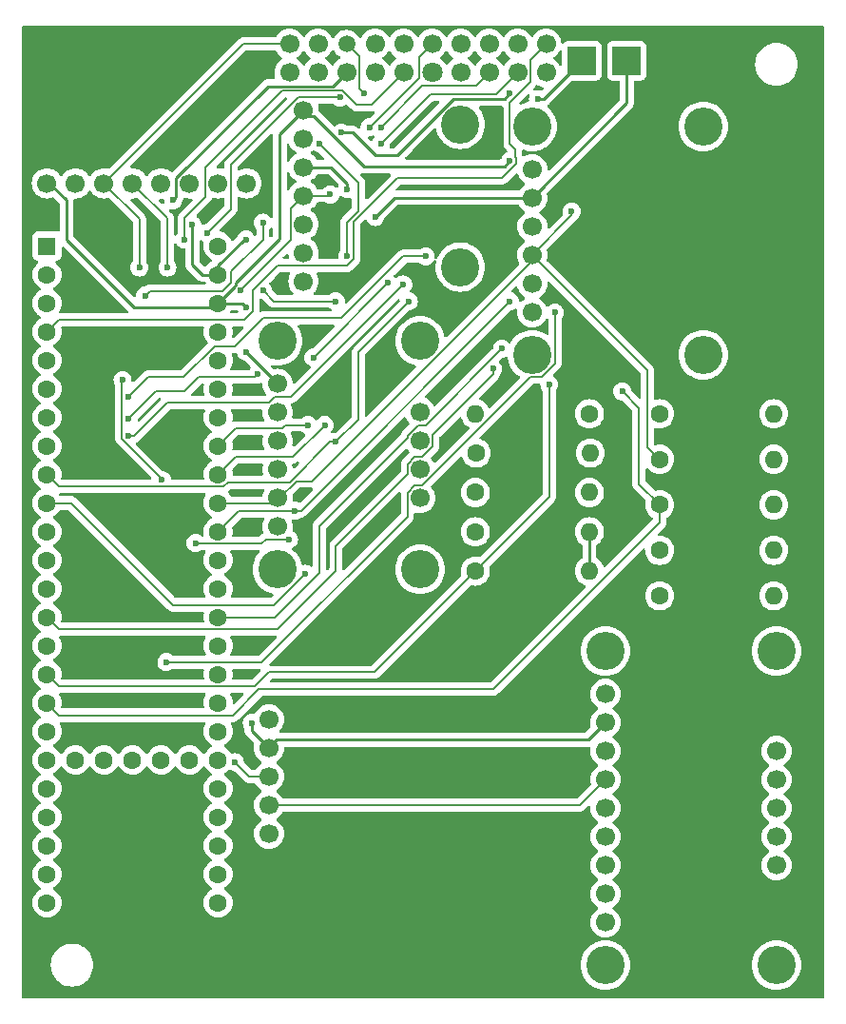
<source format=gbr>
%TF.GenerationSoftware,KiCad,Pcbnew,8.0.7-8.0.7-0~ubuntu22.04.1*%
%TF.CreationDate,2024-12-27T21:55:04+08:00*%
%TF.ProjectId,PCB IREC 2025,50434220-4952-4454-9320-323032352e6b,rev?*%
%TF.SameCoordinates,Original*%
%TF.FileFunction,Copper,L2,Bot*%
%TF.FilePolarity,Positive*%
%FSLAX46Y46*%
G04 Gerber Fmt 4.6, Leading zero omitted, Abs format (unit mm)*
G04 Created by KiCad (PCBNEW 8.0.7-8.0.7-0~ubuntu22.04.1) date 2024-12-27 21:55:04*
%MOMM*%
%LPD*%
G01*
G04 APERTURE LIST*
%TA.AperFunction,ComponentPad*%
%ADD10C,1.700000*%
%TD*%
%TA.AperFunction,ComponentPad*%
%ADD11C,1.800000*%
%TD*%
%TA.AperFunction,ComponentPad*%
%ADD12C,1.500000*%
%TD*%
%TA.AperFunction,ComponentPad*%
%ADD13C,3.400000*%
%TD*%
%TA.AperFunction,ComponentPad*%
%ADD14C,1.600000*%
%TD*%
%TA.AperFunction,ComponentPad*%
%ADD15O,1.600000X1.600000*%
%TD*%
%TA.AperFunction,ComponentPad*%
%ADD16R,2.500000X2.500000*%
%TD*%
%TA.AperFunction,ComponentPad*%
%ADD17R,1.600000X1.600000*%
%TD*%
%TA.AperFunction,ViaPad*%
%ADD18C,0.600000*%
%TD*%
%TA.AperFunction,Conductor*%
%ADD19C,0.160000*%
%TD*%
%TA.AperFunction,Conductor*%
%ADD20C,0.250000*%
%TD*%
%TA.AperFunction,Conductor*%
%ADD21C,0.200000*%
%TD*%
G04 APERTURE END LIST*
D10*
%TO.P,DS1307,1,GND*%
%TO.N,GND*%
X147535000Y-110685000D03*
%TO.P,DS1307,2,VCC*%
%TO.N,/3V3*%
X147535000Y-113225000D03*
%TO.P,DS1307,3,SDA*%
%TO.N,/SDA0*%
X147535000Y-115765000D03*
%TO.P,DS1307,4,SCL*%
%TO.N,/SCL0*%
X147535000Y-118305000D03*
%TO.P,DS1307,5,DS*%
%TO.N,unconnected-(DS1307-DS-Pad5)*%
X147535000Y-120845000D03*
%TD*%
%TO.P,Component_Breakout1,1,5V*%
%TO.N,+5V*%
X149370000Y-53140000D03*
%TO.P,Component_Breakout1,2,3V3*%
%TO.N,/3V3*%
X151910000Y-53140000D03*
%TO.P,Component_Breakout1,3,GND*%
%TO.N,GND*%
X154450000Y-53140000D03*
%TO.P,Component_Breakout1,4,RFD-TX*%
%TO.N,/TX1*%
X156990000Y-53140000D03*
%TO.P,Component_Breakout1,5,RFD-RX*%
%TO.N,/RX1*%
X159530000Y-53140000D03*
D11*
%TO.P,Component_Breakout1,6,GPS-TX*%
%TO.N,/TX2*%
X162070000Y-53140000D03*
D10*
%TO.P,Component_Breakout1,7,GPS-RX*%
%TO.N,/RX2*%
X164610000Y-53140000D03*
%TO.P,Component_Breakout1,8,SDA*%
%TO.N,/SDA0*%
X167150000Y-53140000D03*
%TO.P,Component_Breakout1,9,SCL*%
%TO.N,/SCL0*%
X169690000Y-53140000D03*
%TO.P,Component_Breakout1,10,SDA1*%
%TO.N,/SDA1*%
X172230000Y-53140000D03*
%TO.P,Component_Breakout1,11,SCL1*%
%TO.N,/SCL1*%
X149370000Y-50600000D03*
%TO.P,Component_Breakout1,12,SDA2*%
%TO.N,/SDA2*%
X151910000Y-50600000D03*
D12*
%TO.P,Component_Breakout1,13,SCL2*%
%TO.N,/SCL2*%
X154450000Y-50600000D03*
D10*
%TO.P,Component_Breakout1,14,RFM-INT*%
%TO.N,/RFM-INT*%
X156990000Y-50600000D03*
%TO.P,Component_Breakout1,15,RFM-CS*%
%TO.N,/RFM-CS*%
X159530000Y-50600000D03*
%TO.P,Component_Breakout1,16,RFM-MOSI*%
%TO.N,/RFM-MOSI*%
X162070000Y-50600000D03*
%TO.P,Component_Breakout1,17,RFM-MISO*%
%TO.N,/RFM-MISO*%
X164610000Y-50600000D03*
%TO.P,Component_Breakout1,18,RFM-SCK*%
%TO.N,/RFM-SCK*%
X167150000Y-50600000D03*
%TO.P,Component_Breakout1,19,RFM-RST*%
%TO.N,/RFM-RST*%
X169690000Y-50600000D03*
%TO.P,Component_Breakout1,20,VIDEO/ON*%
%TO.N,/VIDEO{slash}ON*%
X172230000Y-50600000D03*
%TD*%
%TO.P,MPU6050,1,VCC*%
%TO.N,/3V3*%
X127760000Y-63000000D03*
%TO.P,MPU6050,2,GND*%
%TO.N,GND*%
X130300000Y-63000000D03*
%TO.P,MPU6050,3,SCL*%
%TO.N,/SCL1*%
X132840000Y-63000000D03*
%TO.P,MPU6050,4,SDA*%
%TO.N,/SDA1*%
X135380000Y-63000000D03*
%TO.P,MPU6050,5,XDA*%
%TO.N,unconnected-(MPU6050-XDA-Pad5)*%
X137920000Y-63000000D03*
%TO.P,MPU6050,6,ADO*%
%TO.N,unconnected-(MPU6050-ADO-Pad6)*%
X140460000Y-63000000D03*
%TO.P,MPU6050,7,INT*%
%TO.N,unconnected-(MPU6050-INT-Pad7)*%
X143000000Y-63000000D03*
%TO.P,MPU6050,8*%
%TO.N,N/C*%
X145540000Y-63000000D03*
%TD*%
%TO.P,BMP280,1,VIN*%
%TO.N,/3V3*%
X150615000Y-56480000D03*
%TO.P,BMP280,2,3Vo*%
%TO.N,unconnected-(BMP280-3Vo-Pad2)*%
X150615000Y-59020000D03*
%TO.P,BMP280,3,GND*%
%TO.N,GND*%
X150615000Y-61560000D03*
%TO.P,BMP280,4,SCK*%
%TO.N,/SCL0*%
X150615000Y-64100000D03*
%TO.P,BMP280,5,SDO*%
%TO.N,unconnected-(BMP280-SDO-Pad5)*%
X150615000Y-66640000D03*
%TO.P,BMP280,6,SDI*%
%TO.N,/SDA0*%
X150615000Y-69180000D03*
%TO.P,BMP280,7,CS*%
%TO.N,unconnected-(BMP280-CS-Pad7)*%
X150615000Y-71720000D03*
D13*
%TO.P,BMP280,8*%
%TO.N,N/C*%
X164585000Y-57750000D03*
%TO.P,BMP280,9*%
X164585000Y-70450000D03*
%TD*%
D10*
%TO.P,INA219,1,VIN*%
%TO.N,/3V3*%
X170980000Y-61750000D03*
%TO.P,INA219,2,GND*%
%TO.N,GND*%
X170980000Y-64290000D03*
%TO.P,INA219,3,SCL*%
%TO.N,/SCL1*%
X170980000Y-66830000D03*
%TO.P,INA219,4,SDA*%
%TO.N,/SDA1*%
X170980000Y-69370000D03*
%TO.P,INA219,5,VIN-*%
%TO.N,unconnected-(INA219-VIN--Pad5)*%
X170980000Y-71910000D03*
%TO.P,INA219,6,VIN+*%
%TO.N,unconnected-(INA219-VIN+-Pad6)*%
X170980000Y-74450000D03*
D13*
%TO.P,INA219,7*%
%TO.N,N/C*%
X170980000Y-78260000D03*
%TO.P,INA219,8*%
X170980000Y-57940000D03*
%TO.P,INA219,9*%
X186220000Y-57940000D03*
%TO.P,INA219,10*%
X186220000Y-78260000D03*
%TD*%
D10*
%TO.P,LSM9DS1,1,VIN*%
%TO.N,unconnected-(LSM9DS1-VIN-Pad1)*%
X177500000Y-108420000D03*
%TO.P,LSM9DS1,2,3V3*%
%TO.N,/3V3*%
X177500000Y-110960000D03*
%TO.P,LSM9DS1,3,GND*%
%TO.N,GND*%
X177500000Y-113500000D03*
%TO.P,LSM9DS1,4,SCL*%
%TO.N,/SCL0*%
X177500000Y-116040000D03*
%TO.P,LSM9DS1,5,SDA*%
%TO.N,/SDA0*%
X177500000Y-118580000D03*
%TO.P,LSM9DS1,6,CSAG*%
%TO.N,unconnected-(LSM9DS1-CSAG-Pad6)*%
X177500000Y-121120000D03*
%TO.P,LSM9DS1,7,CSM*%
%TO.N,unconnected-(LSM9DS1-CSM-Pad7)*%
X177500000Y-123660000D03*
%TO.P,LSM9DS1,8,SDOAG*%
%TO.N,unconnected-(LSM9DS1-SDOAG-Pad8)*%
X177500000Y-126200000D03*
%TO.P,LSM9DS1,9,SDOM*%
%TO.N,unconnected-(LSM9DS1-SDOM-Pad9)*%
X177500000Y-128740000D03*
%TO.P,LSM9DS1,10,DEN*%
%TO.N,unconnected-(LSM9DS1-DEN-Pad10)*%
X192740000Y-113500000D03*
%TO.P,LSM9DS1,11,INT2*%
%TO.N,unconnected-(LSM9DS1-INT2-Pad11)*%
X192740000Y-116040000D03*
%TO.P,LSM9DS1,12,INT1*%
%TO.N,unconnected-(LSM9DS1-INT1-Pad12)*%
X192740000Y-118580000D03*
%TO.P,LSM9DS1,13,DRDY*%
%TO.N,unconnected-(LSM9DS1-DRDY-Pad13)*%
X192740000Y-121120000D03*
%TO.P,LSM9DS1,14,INTM*%
%TO.N,unconnected-(LSM9DS1-INTM-Pad14)*%
X192740000Y-123660000D03*
D13*
%TO.P,LSM9DS1,16*%
%TO.N,N/C*%
X177500000Y-104610000D03*
%TO.P,LSM9DS1,17*%
X192740000Y-104610000D03*
%TO.P,LSM9DS1,18*%
X177500000Y-132550000D03*
%TO.P,LSM9DS1,19*%
X192740000Y-132550000D03*
%TD*%
D14*
%TO.P,SDA1,1*%
%TO.N,/SDA1*%
X182340000Y-87550000D03*
D15*
%TO.P,SDA1,2*%
%TO.N,/3V3*%
X192500000Y-87550000D03*
%TD*%
D14*
%TO.P,SDA0,1*%
%TO.N,/SDA0*%
X182340000Y-83500000D03*
D15*
%TO.P,SDA0,2*%
%TO.N,/3V3*%
X192500000Y-83500000D03*
%TD*%
D14*
%TO.P,RX1,1*%
%TO.N,/RX1*%
X176080000Y-83500000D03*
D15*
%TO.P,RX1,2*%
%TO.N,/3V3*%
X165920000Y-83500000D03*
%TD*%
D14*
%TO.P,TX1,1*%
%TO.N,/TX1*%
X182340000Y-95650000D03*
D15*
%TO.P,TX1,2*%
%TO.N,/3V3*%
X192500000Y-95650000D03*
%TD*%
D16*
%TO.P,5V1,1,1*%
%TO.N,+5V*%
X175410000Y-52100000D03*
%TD*%
D14*
%TO.P,SDA2,1*%
%TO.N,/SDA2*%
X182340000Y-91600000D03*
D15*
%TO.P,SDA2,2*%
%TO.N,/3V3*%
X192500000Y-91600000D03*
%TD*%
D10*
%TO.P,ADXL375,1,VIN*%
%TO.N,/3V3*%
X148300000Y-80840000D03*
%TO.P,ADXL375,2,3Vo*%
%TO.N,unconnected-(ADXL375-3Vo-Pad2)*%
X148300000Y-83380000D03*
%TO.P,ADXL375,3,GND*%
%TO.N,GND*%
X148300000Y-85920000D03*
%TO.P,ADXL375,4,SCL*%
%TO.N,/SCL1*%
X148300000Y-88460000D03*
%TO.P,ADXL375,5,SDA*%
%TO.N,/SDA1*%
X148300000Y-91000000D03*
%TO.P,ADXL375,6,INT*%
%TO.N,unconnected-(ADXL375-INT-Pad6)*%
X148300000Y-93540000D03*
%TO.P,ADXL375,7,GND*%
%TO.N,unconnected-(ADXL375-GND-Pad7)*%
X161000000Y-83380000D03*
%TO.P,ADXL375,8,I2*%
%TO.N,unconnected-(ADXL375-I2-Pad8)*%
X161000000Y-85920000D03*
%TO.P,ADXL375,9,SDO*%
%TO.N,unconnected-(ADXL375-SDO-Pad9)*%
X161000000Y-88460000D03*
%TO.P,ADXL375,10,CS*%
%TO.N,unconnected-(ADXL375-CS-Pad10)*%
X161000000Y-91000000D03*
D13*
%TO.P,ADXL375,11*%
%TO.N,N/C*%
X148300000Y-77030000D03*
%TO.P,ADXL375,12*%
X161000000Y-77030000D03*
%TO.P,ADXL375,13*%
X161000000Y-97350000D03*
%TO.P,ADXL375,14*%
X148300000Y-97350000D03*
%TD*%
D14*
%TO.P,TX2,1*%
%TO.N,/TX2*%
X182340000Y-99700000D03*
D15*
%TO.P,TX2,2*%
%TO.N,/3V3*%
X192500000Y-99700000D03*
%TD*%
D16*
%TO.P,GND1,1,1*%
%TO.N,GND*%
X179410000Y-52100000D03*
%TD*%
D14*
%TO.P,RX2,1*%
%TO.N,/RX2*%
X166000000Y-87000000D03*
D15*
%TO.P,RX2,2*%
%TO.N,/3V3*%
X176160000Y-87000000D03*
%TD*%
D14*
%TO.P,SCL0,1*%
%TO.N,/SCL0*%
X165920000Y-90500000D03*
D15*
%TO.P,SCL0,2*%
%TO.N,/3V3*%
X176080000Y-90500000D03*
%TD*%
D14*
%TO.P,SCL2,1*%
%TO.N,/SCL2*%
X165920000Y-97500000D03*
D15*
%TO.P,SCL2,2*%
%TO.N,/3V3*%
X176080000Y-97500000D03*
%TD*%
D14*
%TO.P,SCL1,1*%
%TO.N,/SCL1*%
X165920000Y-94000000D03*
D15*
%TO.P,SCL1,2*%
%TO.N,/3V3*%
X176080000Y-94000000D03*
%TD*%
D17*
%TO.P,U1,1,GND*%
%TO.N,unconnected-(U1-GND-Pad1)*%
X127760000Y-68580000D03*
D14*
%TO.P,U1,2,0_RX1_CRX2_CS1*%
%TO.N,/RX1*%
X127760000Y-71120000D03*
%TO.P,U1,3,1_TX1_CTX2_MISO1*%
%TO.N,/TX1*%
X127760000Y-73660000D03*
%TO.P,U1,4,2_OUT2*%
%TO.N,/VIDEO{slash}ON*%
X127760000Y-76200000D03*
%TO.P,U1,5,3_LRCLK2*%
%TO.N,unconnected-(U1-3_LRCLK2-Pad5)*%
X127760000Y-78740000D03*
%TO.P,U1,6,4_BCLK2*%
%TO.N,unconnected-(U1-4_BCLK2-Pad6)*%
X127760000Y-81280000D03*
%TO.P,U1,7,5_IN2*%
%TO.N,unconnected-(U1-5_IN2-Pad7)*%
X127760000Y-83820000D03*
%TO.P,U1,8,6_OUT1D*%
%TO.N,unconnected-(U1-6_OUT1D-Pad8)*%
X127760000Y-86360000D03*
%TO.P,U1,9,7_RX2_OUT1A*%
%TO.N,/RX2*%
X127760000Y-88900000D03*
%TO.P,U1,10,8_TX2_IN1*%
%TO.N,/TX2*%
X127760000Y-91440000D03*
%TO.P,U1,11,9_OUT1C*%
%TO.N,/RFM-INT*%
X127760000Y-93980000D03*
%TO.P,U1,12,10_CS_MQSR*%
%TO.N,/RFM-CS*%
X127760000Y-96520000D03*
%TO.P,U1,13,11_MOSI_CTX1*%
%TO.N,/RFM-MOSI*%
X127760000Y-99060000D03*
%TO.P,U1,14,12_MISO_MQSL*%
%TO.N,/RFM-MISO*%
X127760000Y-101600000D03*
%TO.P,U1,15,3V3*%
%TO.N,unconnected-(U1-3V3-Pad15)*%
X127760000Y-104140000D03*
%TO.P,U1,16,24_A10_TX6_SCL2*%
%TO.N,/SCL2*%
X127760000Y-106680000D03*
%TO.P,U1,17,25_A11_RX6_SDA2*%
%TO.N,/SDA2*%
X127760000Y-109220000D03*
%TO.P,U1,18,26_A12_MOSI1*%
%TO.N,/RFM-RST*%
X127760000Y-111760000D03*
%TO.P,U1,19,27_A13_SCK1*%
%TO.N,unconnected-(U1-27_A13_SCK1-Pad19)*%
X127760000Y-114300000D03*
%TO.P,U1,20,28_RX7*%
%TO.N,unconnected-(U1-28_RX7-Pad20)*%
X127760000Y-116840000D03*
%TO.P,U1,21,29_TX7*%
%TO.N,unconnected-(U1-29_TX7-Pad21)*%
X127760000Y-119380000D03*
%TO.P,U1,22,30_CRX3*%
%TO.N,unconnected-(U1-30_CRX3-Pad22)*%
X127760000Y-121920000D03*
%TO.P,U1,23,31_CTX3*%
%TO.N,unconnected-(U1-31_CTX3-Pad23)*%
X127760000Y-124460000D03*
%TO.P,U1,24,32_OUT1B*%
%TO.N,unconnected-(U1-32_OUT1B-Pad24)*%
X127760000Y-127000000D03*
%TO.P,U1,25,33_MCLK2*%
%TO.N,unconnected-(U1-33_MCLK2-Pad25)*%
X143000000Y-127000000D03*
%TO.P,U1,26,34_RX8*%
%TO.N,unconnected-(U1-34_RX8-Pad26)*%
X143000000Y-124460000D03*
%TO.P,U1,27,35_TX8*%
%TO.N,unconnected-(U1-35_TX8-Pad27)*%
X143000000Y-121920000D03*
%TO.P,U1,28,36_CS*%
%TO.N,unconnected-(U1-36_CS-Pad28)*%
X143000000Y-119380000D03*
%TO.P,U1,29,37_CS*%
%TO.N,unconnected-(U1-37_CS-Pad29)*%
X143000000Y-116840000D03*
%TO.P,U1,30,38_CS1_IN1*%
%TO.N,unconnected-(U1-38_CS1_IN1-Pad30)*%
X143000000Y-114300000D03*
%TO.P,U1,31,39_MISO1_OUT1A*%
%TO.N,unconnected-(U1-39_MISO1_OUT1A-Pad31)*%
X143000000Y-111760000D03*
%TO.P,U1,32,40_A16*%
%TO.N,unconnected-(U1-40_A16-Pad32)*%
X143000000Y-109220000D03*
%TO.P,U1,33,41_A17*%
%TO.N,unconnected-(U1-41_A17-Pad33)*%
X143000000Y-106680000D03*
%TO.P,U1,34,GND*%
%TO.N,unconnected-(U1-GND-Pad34)*%
X143000000Y-104140000D03*
%TO.P,U1,35,13_SCK_LED*%
%TO.N,/RFM-SCK*%
X143000000Y-101600000D03*
%TO.P,U1,36,14_A0_TX3_SPDIF_OUT*%
%TO.N,unconnected-(U1-14_A0_TX3_SPDIF_OUT-Pad36)*%
X143000000Y-99060000D03*
%TO.P,U1,37,15_A1_RX3_SPDIF_IN*%
%TO.N,unconnected-(U1-15_A1_RX3_SPDIF_IN-Pad37)*%
X143000000Y-96520000D03*
%TO.P,U1,38,16_A2_RX4_SCL1*%
%TO.N,/SCL1*%
X143000000Y-93980000D03*
%TO.P,U1,39,17_A3_TX4_SDA1*%
%TO.N,/SDA1*%
X143000000Y-91440000D03*
%TO.P,U1,40,18_A4_SDA*%
%TO.N,/SDA0*%
X143000000Y-88900000D03*
%TO.P,U1,41,19_A5_SCL*%
%TO.N,/SCL0*%
X143000000Y-86360000D03*
%TO.P,U1,42,20_A6_TX5_LRCLK1*%
%TO.N,unconnected-(U1-20_A6_TX5_LRCLK1-Pad42)*%
X143000000Y-83820000D03*
%TO.P,U1,43,21_A7_RX5_BCLK1*%
%TO.N,unconnected-(U1-21_A7_RX5_BCLK1-Pad43)*%
X143000000Y-81280000D03*
%TO.P,U1,44,22_A8_CTX1*%
%TO.N,unconnected-(U1-22_A8_CTX1-Pad44)*%
X143000000Y-78740000D03*
%TO.P,U1,45,23_A9_CRX1_MCLK1*%
%TO.N,unconnected-(U1-23_A9_CRX1_MCLK1-Pad45)*%
X143000000Y-76200000D03*
%TO.P,U1,46,3V3*%
%TO.N,/3V3*%
X143000000Y-73660000D03*
%TO.P,U1,47,GND*%
%TO.N,GND*%
X143000000Y-71120000D03*
%TO.P,U1,48,VIN*%
%TO.N,+5V*%
X143000000Y-68580000D03*
%TO.P,U1,50,VBAT*%
%TO.N,unconnected-(U1-VBAT-Pad50)*%
X130300000Y-114300000D03*
%TO.P,U1,51,3V3*%
%TO.N,unconnected-(U1-3V3-Pad51)*%
X132840000Y-114300000D03*
%TO.P,U1,52,GND*%
%TO.N,unconnected-(U1-GND-Pad52)*%
X135380000Y-114300000D03*
%TO.P,U1,53,PROGRAM*%
%TO.N,unconnected-(U1-PROGRAM-Pad53)*%
X137920000Y-114300000D03*
%TO.P,U1,54,ON_OFF*%
%TO.N,unconnected-(U1-ON_OFF-Pad54)*%
X140460000Y-114300000D03*
%TD*%
D18*
%TO.N,GND*%
X145500000Y-68000000D03*
%TO.N,/TX1*%
X142000000Y-67420000D03*
%TO.N,/SDA0*%
X144500000Y-114500000D03*
%TO.N,GND*%
X140725244Y-66685244D03*
%TO.N,/TX1*%
X141000000Y-95000000D03*
X134500000Y-80500000D03*
%TO.N,/SDA1*%
X138500000Y-70500000D03*
X174500000Y-65500000D03*
%TO.N,/SCL1*%
X136000000Y-70500000D03*
X169000000Y-73500000D03*
X149870000Y-92130000D03*
%TO.N,/3V3*%
X146000000Y-111000000D03*
X145500000Y-74000000D03*
X145500000Y-78000000D03*
X169000000Y-61000000D03*
%TO.N,/SCL0*%
X157500000Y-59500000D03*
X153000000Y-64000000D03*
X151000000Y-84500000D03*
X145000000Y-72500000D03*
%TO.N,/SDA0*%
X157500000Y-58000000D03*
X152500000Y-84500000D03*
%TO.N,/RFM-SCK*%
X168280000Y-77720000D03*
%TO.N,/RX2*%
X153500000Y-86000000D03*
X160000000Y-73500000D03*
%TO.N,/SDA2*%
X152000000Y-59440000D03*
X179000000Y-81500000D03*
X154500000Y-69500000D03*
%TO.N,/SCL2*%
X172500000Y-80900000D03*
X156000000Y-55000000D03*
%TO.N,/RFM-RST*%
X173000000Y-74500000D03*
X138400000Y-105600000D03*
%TO.N,/RFM-INT*%
X158120000Y-71880000D03*
X151500000Y-78500000D03*
X146500000Y-80000000D03*
X135040000Y-83950884D03*
%TO.N,/RFM-MISO*%
X167500000Y-79500000D03*
%TO.N,/TX2*%
X135000000Y-82000000D03*
X150739214Y-97739214D03*
X161500000Y-69500000D03*
%TO.N,/RFM-CS*%
X159500000Y-72000000D03*
X135000000Y-85500000D03*
%TO.N,/RX1*%
X140000000Y-68000000D03*
X147000000Y-72500000D03*
X153500000Y-73500000D03*
%TO.N,/RFM-MOSI*%
X156500000Y-58000000D03*
X136500000Y-73000000D03*
X147000000Y-66500000D03*
%TO.N,/TX1*%
X149330000Y-94670000D03*
X153850000Y-55350000D03*
X138000000Y-89400000D03*
%TO.N,+5V*%
X171500000Y-55500000D03*
X154000000Y-58500000D03*
X169000000Y-55000000D03*
%TO.N,GND*%
X157000000Y-66000000D03*
X154500000Y-63500000D03*
X139000000Y-64500000D03*
%TD*%
D19*
%TO.N,/SDA1*%
X174500000Y-65500000D02*
X174500000Y-65850000D01*
X174500000Y-65850000D02*
X170980000Y-69370000D01*
D20*
%TO.N,GND*%
X143000000Y-71120000D02*
X141620000Y-71120000D01*
X141620000Y-71120000D02*
X140725244Y-70225244D01*
X140725244Y-70225244D02*
X140725244Y-66685244D01*
D19*
%TO.N,/SCL2*%
X127760000Y-106680000D02*
X128840000Y-107760000D01*
X147500000Y-106500000D02*
X156920000Y-106500000D01*
X128840000Y-107760000D02*
X146240000Y-107760000D01*
X146240000Y-107760000D02*
X147500000Y-106500000D01*
X156920000Y-106500000D02*
X165920000Y-97500000D01*
%TO.N,/RFM-MISO*%
X127760000Y-101600000D02*
X128840000Y-102680000D01*
X159870000Y-88880000D02*
X159870000Y-87991938D01*
X128840000Y-102680000D02*
X148320000Y-102680000D01*
X148320000Y-102680000D02*
X153500000Y-97500000D01*
X159870000Y-87991938D02*
X160531938Y-87330000D01*
X153500000Y-97500000D02*
X153500000Y-95250000D01*
X153500000Y-95250000D02*
X159870000Y-88880000D01*
X160531938Y-87330000D02*
X161188062Y-87330000D01*
X161188062Y-87330000D02*
X162130000Y-86388062D01*
X162130000Y-86388062D02*
X162130000Y-85370000D01*
X162130000Y-85370000D02*
X167500000Y-80000000D01*
X167500000Y-80000000D02*
X167500000Y-79500000D01*
%TO.N,/RFM-SCK*%
X143000000Y-101600000D02*
X148091853Y-101600000D01*
X148091853Y-101600000D02*
X152000000Y-97691853D01*
X152000000Y-97691853D02*
X152000000Y-93500000D01*
X152000000Y-93500000D02*
X159870000Y-85630000D01*
X161490000Y-84510000D02*
X168280000Y-77720000D01*
X159870000Y-85630000D02*
X159870000Y-85451938D01*
X159870000Y-85451938D02*
X160811938Y-84510000D01*
X160811938Y-84510000D02*
X161490000Y-84510000D01*
%TO.N,/SCL0*%
X175235000Y-118305000D02*
X177500000Y-116040000D01*
%TO.N,/TX1*%
X138000000Y-89400000D02*
X138000000Y-89320244D01*
X138000000Y-89320244D02*
X134420000Y-85740244D01*
X134420000Y-85740244D02*
X134420000Y-80580000D01*
X134420000Y-80580000D02*
X134500000Y-80500000D01*
D20*
%TO.N,/3V3*%
X143000000Y-73660000D02*
X142660000Y-74000000D01*
X142660000Y-74000000D02*
X135500000Y-74000000D01*
X135500000Y-74000000D02*
X129500000Y-68000000D01*
X129500000Y-68000000D02*
X129500000Y-64500000D01*
X129500000Y-64500000D02*
X127760000Y-62760000D01*
D19*
%TO.N,/RFM-MOSI*%
X136500000Y-73000000D02*
X136920000Y-72580000D01*
X136920000Y-72580000D02*
X143420000Y-72580000D01*
X143420000Y-72580000D02*
X144190000Y-71810000D01*
X144190000Y-71810000D02*
X144190000Y-70810000D01*
X144190000Y-70810000D02*
X147000000Y-68000000D01*
X147000000Y-68000000D02*
X147000000Y-66500000D01*
D20*
%TO.N,/3V3*%
X143000000Y-73660000D02*
X144375000Y-72285000D01*
X144375000Y-72285000D02*
X144375000Y-72241116D01*
X144375000Y-72241116D02*
X144595000Y-72021116D01*
X144595000Y-72021116D02*
X144595000Y-71832244D01*
X148500000Y-58595000D02*
X150047500Y-57047500D01*
X144595000Y-71832244D02*
X148500000Y-67927244D01*
X148500000Y-67927244D02*
X148500000Y-58595000D01*
D19*
%TO.N,/SCL0*%
X145000000Y-72500000D02*
X149500000Y-68000000D01*
X149500000Y-68000000D02*
X149500000Y-67123062D01*
X149500000Y-67123062D02*
X149485000Y-67108062D01*
X149485000Y-67108062D02*
X149485000Y-65230000D01*
X149485000Y-65230000D02*
X150615000Y-64100000D01*
D20*
%TO.N,+5V*%
X163971217Y-55500000D02*
X168500000Y-55500000D01*
X154000000Y-58500000D02*
X155000000Y-58500000D01*
X155000000Y-58500000D02*
X157000000Y-60500000D01*
X158971217Y-60500000D02*
X163971217Y-55500000D01*
X157000000Y-60500000D02*
X158971217Y-60500000D01*
X168500000Y-55500000D02*
X169000000Y-55000000D01*
D19*
%TO.N,/RX1*%
X140000000Y-68000000D02*
X140000000Y-66078062D01*
X140000000Y-66078062D02*
X141870000Y-64208062D01*
X141870000Y-64208062D02*
X141870000Y-61630000D01*
X141870000Y-61630000D02*
X148730000Y-54770000D01*
X154090244Y-54770000D02*
X155320244Y-56000000D01*
X148730000Y-54770000D02*
X154090244Y-54770000D01*
X155320244Y-56000000D02*
X156670000Y-56000000D01*
X156670000Y-56000000D02*
X159530000Y-53140000D01*
D20*
%TO.N,/3V3*%
X150047500Y-57047500D02*
X151547500Y-57047500D01*
X151547500Y-57047500D02*
X156000000Y-61500000D01*
X156000000Y-61500000D02*
X168500000Y-61500000D01*
X168500000Y-61500000D02*
X169000000Y-61000000D01*
D19*
%TO.N,/VIDEO{slash}ON*%
X155080000Y-69740244D02*
X155080000Y-66420000D01*
X155080000Y-66420000D02*
X159000000Y-62500000D01*
X154510244Y-70310000D02*
X155080000Y-69740244D01*
X159000000Y-62500000D02*
X168320244Y-62500000D01*
X169580000Y-60759756D02*
X169500000Y-60679756D01*
X146080000Y-72500000D02*
X148270000Y-70310000D01*
X128840000Y-75120000D02*
X145380000Y-75120000D01*
X148270000Y-70310000D02*
X154510244Y-70310000D01*
X146080000Y-74420000D02*
X146080000Y-72500000D01*
X145380000Y-75120000D02*
X146080000Y-74420000D01*
X169000000Y-59500000D02*
X169000000Y-55820244D01*
X168320244Y-62500000D02*
X169580000Y-61240244D01*
X169580000Y-61240244D02*
X169580000Y-60759756D01*
X127760000Y-76200000D02*
X128840000Y-75120000D01*
X169500000Y-60679756D02*
X169500000Y-60000000D01*
X169500000Y-60000000D02*
X169000000Y-59500000D01*
X169000000Y-55820244D02*
X170820000Y-54000244D01*
X170820000Y-54000244D02*
X170820000Y-52010000D01*
X170820000Y-52010000D02*
X172230000Y-50600000D01*
D21*
%TO.N,/SDA2*%
X152000000Y-59440000D02*
X155500000Y-62940000D01*
X155500000Y-62940000D02*
X155500000Y-65462598D01*
X155500000Y-65462598D02*
X154500000Y-66462598D01*
X154500000Y-66462598D02*
X154500000Y-69500000D01*
D19*
%TO.N,/SDA0*%
X157500000Y-58000000D02*
X161180000Y-54320000D01*
X165970000Y-54320000D02*
X167150000Y-53140000D01*
X161180000Y-54320000D02*
X165970000Y-54320000D01*
D20*
%TO.N,/3V3*%
X146000000Y-111690000D02*
X147535000Y-113225000D01*
X146000000Y-111000000D02*
X146000000Y-111690000D01*
%TO.N,GND*%
X143000000Y-71120000D02*
X143000000Y-70310000D01*
X143000000Y-70310000D02*
X145310000Y-68000000D01*
X145310000Y-68000000D02*
X145500000Y-68000000D01*
D19*
%TO.N,/RFM-INT*%
X135040000Y-83950884D02*
X137490884Y-81500000D01*
X137490884Y-81500000D02*
X140000000Y-81500000D01*
X141300000Y-80200000D02*
X146300000Y-80200000D01*
X140000000Y-81500000D02*
X141300000Y-80200000D01*
X146300000Y-80200000D02*
X146500000Y-80000000D01*
%TO.N,/RFM-CS*%
X135000000Y-85500000D02*
X135500000Y-85500000D01*
X135500000Y-85500000D02*
X138500000Y-82500000D01*
X138500000Y-82500000D02*
X147500000Y-82500000D01*
X147500000Y-82500000D02*
X148030000Y-81970000D01*
X148030000Y-81970000D02*
X149530000Y-81970000D01*
X149530000Y-81970000D02*
X159500000Y-72000000D01*
%TO.N,/RFM-RST*%
X138400000Y-105600000D02*
X146900000Y-105600000D01*
X173000000Y-79040143D02*
X173000000Y-74500000D01*
X146900000Y-105600000D02*
X159870000Y-92630000D01*
X160531938Y-89870000D02*
X161188062Y-89870000D01*
X159870000Y-92630000D02*
X159870000Y-90531938D01*
X159870000Y-90531938D02*
X160531938Y-89870000D01*
X161188062Y-89870000D02*
X170818062Y-80240000D01*
X170818062Y-80240000D02*
X171800143Y-80240000D01*
X171800143Y-80240000D02*
X173000000Y-79040143D01*
%TO.N,/TX1*%
X144130000Y-65290000D02*
X142000000Y-67420000D01*
X144130000Y-61366938D02*
X150146938Y-55350000D01*
X144130000Y-65290000D02*
X144130000Y-61366938D01*
X150146938Y-55350000D02*
X153850000Y-55350000D01*
D20*
%TO.N,GND*%
X153225000Y-54365000D02*
X147433299Y-54365000D01*
D21*
%TO.N,/TX2*%
X150739214Y-97739214D02*
X147978428Y-100500000D01*
X138980000Y-100500000D02*
X129920000Y-91440000D01*
X129920000Y-91440000D02*
X127760000Y-91440000D01*
X147978428Y-100500000D02*
X138980000Y-100500000D01*
D19*
%TO.N,/SDA0*%
X143000000Y-88900000D02*
X144570000Y-87330000D01*
X144570000Y-87330000D02*
X149670000Y-87330000D01*
X149670000Y-87330000D02*
X152500000Y-84500000D01*
%TO.N,/RX2*%
X152990884Y-86000000D02*
X149400884Y-89590000D01*
X149400884Y-89590000D02*
X143910000Y-89590000D01*
X143910000Y-89590000D02*
X143520000Y-89980000D01*
X143520000Y-89980000D02*
X128840000Y-89980000D01*
X128840000Y-89980000D02*
X127760000Y-88900000D01*
%TO.N,/SDA0*%
X145765000Y-115765000D02*
X144500000Y-114500000D01*
X147535000Y-115765000D02*
X145765000Y-115765000D01*
D20*
%TO.N,/3V3*%
X143000000Y-73660000D02*
X145160000Y-73660000D01*
X145160000Y-73660000D02*
X145500000Y-74000000D01*
D21*
%TO.N,/TX2*%
X135000000Y-82000000D02*
X136755635Y-80244365D01*
X136755635Y-80244365D02*
X139940000Y-80244365D01*
X139940000Y-80244365D02*
X142684365Y-77500000D01*
X142684365Y-77500000D02*
X144500000Y-77500000D01*
X144500000Y-77500000D02*
X147000000Y-75000000D01*
D19*
%TO.N,/SCL0*%
X148710000Y-84790000D02*
X149000000Y-84500000D01*
X144570000Y-84790000D02*
X148710000Y-84790000D01*
X143000000Y-86360000D02*
X144570000Y-84790000D01*
X149000000Y-84500000D02*
X151000000Y-84500000D01*
%TO.N,/SDA1*%
X143000000Y-91440000D02*
X147860000Y-91440000D01*
X147860000Y-91440000D02*
X148300000Y-91000000D01*
%TO.N,/SCL1*%
X143000000Y-93980000D02*
X144850000Y-92130000D01*
X144850000Y-92130000D02*
X149870000Y-92130000D01*
%TO.N,/TX1*%
X141000000Y-95000000D02*
X141060000Y-95060000D01*
X141060000Y-95060000D02*
X146870884Y-95060000D01*
X146870884Y-95060000D02*
X147260884Y-94670000D01*
X147260884Y-94670000D02*
X149330000Y-94670000D01*
%TO.N,/RX2*%
X152990884Y-86000000D02*
X153500000Y-86000000D01*
D21*
%TO.N,/SDA2*%
X127760000Y-109220000D02*
X128860000Y-110320000D01*
X128860000Y-110320000D02*
X144331471Y-110320000D01*
X144331471Y-110320000D02*
X146651471Y-108000000D01*
X146651471Y-108000000D02*
X167500000Y-108000000D01*
X167500000Y-108000000D02*
X182340000Y-93160000D01*
X182340000Y-93160000D02*
X182340000Y-91600000D01*
D20*
%TO.N,GND*%
X139000000Y-64500000D02*
X139285000Y-64215000D01*
X139285000Y-64215000D02*
X139285000Y-62513299D01*
X139285000Y-62513299D02*
X147433299Y-54365000D01*
X153225000Y-54365000D02*
X154450000Y-53140000D01*
D19*
%TO.N,/SDA1*%
X138500000Y-70500000D02*
X138500000Y-66120000D01*
X138500000Y-66120000D02*
X135380000Y-63000000D01*
%TO.N,/SCL1*%
X132840000Y-63000000D02*
X145240000Y-50600000D01*
X145240000Y-50600000D02*
X149370000Y-50600000D01*
X136000000Y-70500000D02*
X136000000Y-66160000D01*
X136000000Y-66160000D02*
X132840000Y-63000000D01*
%TO.N,/SCL0*%
X147535000Y-118305000D02*
X175235000Y-118305000D01*
D20*
%TO.N,/3V3*%
X177500000Y-110960000D02*
X175960000Y-112500000D01*
X175960000Y-112500000D02*
X148260000Y-112500000D01*
X148260000Y-112500000D02*
X147535000Y-113225000D01*
D19*
%TO.N,/SDA1*%
X170980000Y-69370000D02*
X181260000Y-79650000D01*
X181260000Y-86470000D02*
X182340000Y-87550000D01*
X151330143Y-89500000D02*
X170980000Y-69850143D01*
X150000000Y-89500000D02*
X151330143Y-89500000D01*
X148500000Y-91000000D02*
X150000000Y-89500000D01*
X181260000Y-79650000D02*
X181260000Y-86470000D01*
X148300000Y-91000000D02*
X148500000Y-91000000D01*
X170980000Y-69850143D02*
X170980000Y-69370000D01*
%TO.N,/SCL1*%
X149870000Y-92130000D02*
X150398062Y-92130000D01*
X150398062Y-92130000D02*
X169000000Y-73528062D01*
X169000000Y-73528062D02*
X169000000Y-73500000D01*
D20*
%TO.N,/3V3*%
X150047500Y-57047500D02*
X150615000Y-56480000D01*
X145500000Y-78000000D02*
X145500000Y-78040000D01*
X176080000Y-94000000D02*
X176080000Y-97500000D01*
X145500000Y-78040000D02*
X148300000Y-80840000D01*
D19*
%TO.N,/SCL0*%
X169690000Y-53140000D02*
X167735000Y-55095000D01*
X153000000Y-64000000D02*
X152900000Y-64100000D01*
X150990000Y-84510000D02*
X151000000Y-84500000D01*
X161905000Y-55095000D02*
X157500000Y-59500000D01*
X167735000Y-55095000D02*
X161905000Y-55095000D01*
X152900000Y-64100000D02*
X150615000Y-64100000D01*
%TO.N,/RX2*%
X155500000Y-84000000D02*
X153500000Y-86000000D01*
X155500000Y-78000000D02*
X155500000Y-84000000D01*
X160000000Y-73500000D02*
X155500000Y-78000000D01*
D21*
%TO.N,/SDA2*%
X180500000Y-83000000D02*
X180500000Y-89760000D01*
X179000000Y-81500000D02*
X180500000Y-83000000D01*
X180500000Y-89760000D02*
X182340000Y-91600000D01*
D19*
%TO.N,/SCL2*%
X155580000Y-51730000D02*
X155580000Y-54580000D01*
X155580000Y-54580000D02*
X156000000Y-55000000D01*
X172500000Y-90920000D02*
X165920000Y-97500000D01*
X154450000Y-50600000D02*
X155580000Y-51730000D01*
X172500000Y-80900000D02*
X172500000Y-90920000D01*
%TO.N,/RFM-INT*%
X158120000Y-71880000D02*
X152000000Y-78000000D01*
X152000000Y-78000000D02*
X151500000Y-78500000D01*
D21*
%TO.N,/TX2*%
X147000000Y-75000000D02*
X154000000Y-75000000D01*
X154000000Y-75000000D02*
X159500000Y-69500000D01*
X159500000Y-69500000D02*
X161500000Y-69500000D01*
D19*
%TO.N,/RX1*%
X148000000Y-73500000D02*
X153500000Y-73500000D01*
X147000000Y-72500000D02*
X148000000Y-73500000D01*
%TO.N,/RFM-MOSI*%
X156500000Y-58000000D02*
X160890000Y-53610000D01*
X160890000Y-51780000D02*
X162070000Y-50600000D01*
X160890000Y-53610000D02*
X160890000Y-51780000D01*
D20*
%TO.N,+5V*%
X171500000Y-55500000D02*
X172010000Y-55500000D01*
X172010000Y-55500000D02*
X175410000Y-52100000D01*
%TO.N,GND*%
X179410000Y-52100000D02*
X179410000Y-55860000D01*
X170980000Y-64290000D02*
X158710000Y-64290000D01*
X154500000Y-63500000D02*
X154500000Y-63000000D01*
X158710000Y-64290000D02*
X157000000Y-66000000D01*
X179410000Y-55860000D02*
X170980000Y-64290000D01*
X153060000Y-61560000D02*
X150615000Y-61560000D01*
X154500000Y-63000000D02*
X153060000Y-61560000D01*
%TD*%
%TA.AperFunction,NonConductor*%
G36*
X149372285Y-49016719D02*
G01*
X149398518Y-49002931D01*
X149422950Y-49000500D01*
X151857050Y-49000500D01*
X151912285Y-49016719D01*
X151938518Y-49002931D01*
X151962950Y-49000500D01*
X156937050Y-49000500D01*
X156992285Y-49016719D01*
X157018518Y-49002931D01*
X157042950Y-49000500D01*
X159477050Y-49000500D01*
X159532285Y-49016719D01*
X159558518Y-49002931D01*
X159582950Y-49000500D01*
X162017050Y-49000500D01*
X162072285Y-49016719D01*
X162098518Y-49002931D01*
X162122950Y-49000500D01*
X164557050Y-49000500D01*
X164612285Y-49016719D01*
X164638518Y-49002931D01*
X164662950Y-49000500D01*
X167097050Y-49000500D01*
X167152285Y-49016719D01*
X167178518Y-49002931D01*
X167202950Y-49000500D01*
X169637050Y-49000500D01*
X169692285Y-49016719D01*
X169718518Y-49002931D01*
X169742950Y-49000500D01*
X172177050Y-49000500D01*
X172232285Y-49016719D01*
X172258518Y-49002931D01*
X172282950Y-49000500D01*
X196875500Y-49000500D01*
X196942539Y-49020185D01*
X196988294Y-49072989D01*
X196999500Y-49124500D01*
X196999500Y-135375500D01*
X196979815Y-135442539D01*
X196927011Y-135488294D01*
X196875500Y-135499500D01*
X125624500Y-135499500D01*
X125557461Y-135479815D01*
X125511706Y-135427011D01*
X125500500Y-135375500D01*
X125500500Y-132549998D01*
X128094645Y-132549998D01*
X128094645Y-132550001D01*
X128114039Y-132821160D01*
X128114040Y-132821167D01*
X128171823Y-133086793D01*
X128171825Y-133086801D01*
X128220931Y-133218459D01*
X128266830Y-133341519D01*
X128397109Y-133580107D01*
X128397110Y-133580108D01*
X128397113Y-133580113D01*
X128560029Y-133797742D01*
X128560033Y-133797746D01*
X128560038Y-133797752D01*
X128752247Y-133989961D01*
X128752253Y-133989966D01*
X128752258Y-133989971D01*
X128969887Y-134152887D01*
X128969891Y-134152889D01*
X128969892Y-134152890D01*
X129208481Y-134283169D01*
X129208480Y-134283169D01*
X129208484Y-134283170D01*
X129208487Y-134283172D01*
X129463199Y-134378175D01*
X129728840Y-134435961D01*
X129980605Y-134453967D01*
X129999999Y-134455355D01*
X130000000Y-134455355D01*
X130000001Y-134455355D01*
X130018100Y-134454060D01*
X130271160Y-134435961D01*
X130536801Y-134378175D01*
X130791513Y-134283172D01*
X130791517Y-134283169D01*
X130791519Y-134283169D01*
X130910813Y-134218029D01*
X131030113Y-134152887D01*
X131247742Y-133989971D01*
X131439971Y-133797742D01*
X131602887Y-133580113D01*
X131733172Y-133341513D01*
X131828175Y-133086801D01*
X131885961Y-132821160D01*
X131905355Y-132550000D01*
X175294778Y-132550000D01*
X175313644Y-132837837D01*
X175313646Y-132837849D01*
X175369917Y-133120745D01*
X175369921Y-133120760D01*
X175462642Y-133393905D01*
X175590219Y-133652606D01*
X175590223Y-133652613D01*
X175750478Y-133892452D01*
X175940672Y-134109327D01*
X176157547Y-134299521D01*
X176397386Y-134459776D01*
X176397389Y-134459778D01*
X176656098Y-134587359D01*
X176929247Y-134680081D01*
X177212161Y-134736356D01*
X177500000Y-134755222D01*
X177787839Y-134736356D01*
X178070753Y-134680081D01*
X178343902Y-134587359D01*
X178602611Y-134459778D01*
X178842454Y-134299520D01*
X179059327Y-134109327D01*
X179249520Y-133892454D01*
X179409778Y-133652611D01*
X179537359Y-133393902D01*
X179630081Y-133120753D01*
X179686356Y-132837839D01*
X179705222Y-132550000D01*
X190534778Y-132550000D01*
X190553644Y-132837837D01*
X190553646Y-132837849D01*
X190609917Y-133120745D01*
X190609921Y-133120760D01*
X190702642Y-133393905D01*
X190830219Y-133652606D01*
X190830223Y-133652613D01*
X190990478Y-133892452D01*
X191180672Y-134109327D01*
X191397547Y-134299521D01*
X191637386Y-134459776D01*
X191637389Y-134459778D01*
X191896098Y-134587359D01*
X192169247Y-134680081D01*
X192452161Y-134736356D01*
X192740000Y-134755222D01*
X193027839Y-134736356D01*
X193310753Y-134680081D01*
X193583902Y-134587359D01*
X193842611Y-134459778D01*
X194082454Y-134299520D01*
X194299327Y-134109327D01*
X194489520Y-133892454D01*
X194649778Y-133652611D01*
X194777359Y-133393902D01*
X194870081Y-133120753D01*
X194926356Y-132837839D01*
X194945222Y-132550000D01*
X194926356Y-132262161D01*
X194870081Y-131979247D01*
X194777359Y-131706098D01*
X194649778Y-131447389D01*
X194489520Y-131207546D01*
X194403999Y-131110028D01*
X194299327Y-130990672D01*
X194082452Y-130800478D01*
X193842613Y-130640223D01*
X193842606Y-130640219D01*
X193583905Y-130512642D01*
X193310760Y-130419921D01*
X193310754Y-130419919D01*
X193310753Y-130419919D01*
X193310751Y-130419918D01*
X193310745Y-130419917D01*
X193027849Y-130363646D01*
X193027839Y-130363644D01*
X192740000Y-130344778D01*
X192452161Y-130363644D01*
X192452155Y-130363645D01*
X192452150Y-130363646D01*
X192169254Y-130419917D01*
X192169239Y-130419921D01*
X191896094Y-130512642D01*
X191637393Y-130640219D01*
X191637386Y-130640223D01*
X191397547Y-130800478D01*
X191180672Y-130990672D01*
X190990478Y-131207547D01*
X190830223Y-131447386D01*
X190830219Y-131447393D01*
X190702642Y-131706094D01*
X190609921Y-131979239D01*
X190609917Y-131979254D01*
X190553646Y-132262150D01*
X190553644Y-132262162D01*
X190534778Y-132550000D01*
X179705222Y-132550000D01*
X179686356Y-132262161D01*
X179630081Y-131979247D01*
X179537359Y-131706098D01*
X179409778Y-131447389D01*
X179249520Y-131207546D01*
X179163999Y-131110028D01*
X179059327Y-130990672D01*
X178842452Y-130800478D01*
X178602613Y-130640223D01*
X178602606Y-130640219D01*
X178343905Y-130512642D01*
X178070760Y-130419921D01*
X178070754Y-130419919D01*
X178070753Y-130419919D01*
X178070751Y-130419918D01*
X178070745Y-130419917D01*
X177787849Y-130363646D01*
X177787839Y-130363644D01*
X177500000Y-130344778D01*
X177212161Y-130363644D01*
X177212155Y-130363645D01*
X177212150Y-130363646D01*
X176929254Y-130419917D01*
X176929239Y-130419921D01*
X176656094Y-130512642D01*
X176397393Y-130640219D01*
X176397386Y-130640223D01*
X176157547Y-130800478D01*
X175940672Y-130990672D01*
X175750478Y-131207547D01*
X175590223Y-131447386D01*
X175590219Y-131447393D01*
X175462642Y-131706094D01*
X175369921Y-131979239D01*
X175369917Y-131979254D01*
X175313646Y-132262150D01*
X175313644Y-132262162D01*
X175294778Y-132550000D01*
X131905355Y-132550000D01*
X131885961Y-132278840D01*
X131828175Y-132013199D01*
X131733172Y-131758487D01*
X131733170Y-131758484D01*
X131733169Y-131758480D01*
X131602890Y-131519892D01*
X131602889Y-131519891D01*
X131602887Y-131519887D01*
X131439971Y-131302258D01*
X131439966Y-131302253D01*
X131439961Y-131302247D01*
X131247752Y-131110038D01*
X131247746Y-131110033D01*
X131247742Y-131110029D01*
X131030113Y-130947113D01*
X131030108Y-130947110D01*
X131030107Y-130947109D01*
X130791518Y-130816830D01*
X130791519Y-130816830D01*
X130741920Y-130798330D01*
X130536801Y-130721825D01*
X130536794Y-130721823D01*
X130536793Y-130721823D01*
X130271167Y-130664040D01*
X130271160Y-130664039D01*
X130000001Y-130644645D01*
X129999999Y-130644645D01*
X129728839Y-130664039D01*
X129728832Y-130664040D01*
X129463206Y-130721823D01*
X129463202Y-130721824D01*
X129463199Y-130721825D01*
X129335843Y-130769326D01*
X129208480Y-130816830D01*
X128969892Y-130947109D01*
X128969891Y-130947110D01*
X128752259Y-131110028D01*
X128752247Y-131110038D01*
X128560038Y-131302247D01*
X128560028Y-131302259D01*
X128397110Y-131519891D01*
X128397109Y-131519892D01*
X128266830Y-131758480D01*
X128262157Y-131771010D01*
X128171825Y-132013199D01*
X128171824Y-132013202D01*
X128171823Y-132013206D01*
X128114040Y-132278832D01*
X128114039Y-132278839D01*
X128094645Y-132549998D01*
X125500500Y-132549998D01*
X125500500Y-62999999D01*
X126404341Y-62999999D01*
X126404341Y-63000000D01*
X126424936Y-63235403D01*
X126424938Y-63235413D01*
X126486094Y-63463655D01*
X126486096Y-63463659D01*
X126486097Y-63463663D01*
X126569358Y-63642217D01*
X126585965Y-63677830D01*
X126585967Y-63677834D01*
X126694281Y-63832521D01*
X126721505Y-63871401D01*
X126888599Y-64038495D01*
X126963591Y-64091005D01*
X127082165Y-64174032D01*
X127082167Y-64174033D01*
X127082170Y-64174035D01*
X127296337Y-64273903D01*
X127296343Y-64273904D01*
X127296344Y-64273905D01*
X127351285Y-64288626D01*
X127524592Y-64335063D01*
X127712918Y-64351539D01*
X127759999Y-64355659D01*
X127760000Y-64355659D01*
X127760001Y-64355659D01*
X127799696Y-64352186D01*
X127995408Y-64335063D01*
X128223663Y-64273903D01*
X128257940Y-64257918D01*
X128327015Y-64247424D01*
X128390800Y-64275942D01*
X128398028Y-64282618D01*
X128838181Y-64722771D01*
X128871666Y-64784094D01*
X128874500Y-64810452D01*
X128874500Y-67184527D01*
X128854815Y-67251566D01*
X128802011Y-67297321D01*
X128732853Y-67307265D01*
X128707169Y-67300710D01*
X128667481Y-67285908D01*
X128667483Y-67285908D01*
X128607883Y-67279501D01*
X128607881Y-67279500D01*
X128607873Y-67279500D01*
X128607864Y-67279500D01*
X126912129Y-67279500D01*
X126912123Y-67279501D01*
X126852516Y-67285908D01*
X126717671Y-67336202D01*
X126717664Y-67336206D01*
X126602455Y-67422452D01*
X126602452Y-67422455D01*
X126516206Y-67537664D01*
X126516202Y-67537671D01*
X126465908Y-67672517D01*
X126459501Y-67732116D01*
X126459500Y-67732135D01*
X126459500Y-69427870D01*
X126459501Y-69427876D01*
X126465908Y-69487483D01*
X126516202Y-69622328D01*
X126516206Y-69622335D01*
X126602452Y-69737544D01*
X126602455Y-69737547D01*
X126717664Y-69823793D01*
X126717671Y-69823797D01*
X126762618Y-69840561D01*
X126852517Y-69874091D01*
X126887596Y-69877862D01*
X126952144Y-69904599D01*
X126991993Y-69961991D01*
X126994488Y-70031816D01*
X126958836Y-70091905D01*
X126945464Y-70102725D01*
X126920858Y-70119954D01*
X126759954Y-70280858D01*
X126629432Y-70467265D01*
X126629431Y-70467267D01*
X126533261Y-70673502D01*
X126533258Y-70673511D01*
X126474366Y-70893302D01*
X126474364Y-70893313D01*
X126454532Y-71119998D01*
X126454532Y-71120001D01*
X126474364Y-71346686D01*
X126474366Y-71346697D01*
X126533258Y-71566488D01*
X126533261Y-71566497D01*
X126629431Y-71772732D01*
X126629432Y-71772734D01*
X126759954Y-71959141D01*
X126920858Y-72120045D01*
X126920861Y-72120047D01*
X127107266Y-72250568D01*
X127165275Y-72277618D01*
X127217714Y-72323791D01*
X127236866Y-72390984D01*
X127216650Y-72457865D01*
X127165275Y-72502382D01*
X127107267Y-72529431D01*
X127107265Y-72529432D01*
X126920858Y-72659954D01*
X126759954Y-72820858D01*
X126629432Y-73007265D01*
X126629431Y-73007267D01*
X126533261Y-73213502D01*
X126533258Y-73213511D01*
X126474366Y-73433302D01*
X126474364Y-73433313D01*
X126454532Y-73659998D01*
X126454532Y-73660001D01*
X126474364Y-73886686D01*
X126474366Y-73886697D01*
X126533258Y-74106488D01*
X126533261Y-74106497D01*
X126629431Y-74312732D01*
X126629432Y-74312734D01*
X126759954Y-74499141D01*
X126920858Y-74660045D01*
X126948292Y-74679254D01*
X127107266Y-74790568D01*
X127165275Y-74817618D01*
X127217714Y-74863791D01*
X127236866Y-74930984D01*
X127216650Y-74997865D01*
X127165275Y-75042382D01*
X127107267Y-75069431D01*
X127107265Y-75069432D01*
X126920858Y-75199954D01*
X126759954Y-75360858D01*
X126629432Y-75547265D01*
X126629431Y-75547267D01*
X126533261Y-75753502D01*
X126533258Y-75753511D01*
X126474366Y-75973302D01*
X126474364Y-75973313D01*
X126454532Y-76199998D01*
X126454532Y-76200001D01*
X126474364Y-76426686D01*
X126474366Y-76426697D01*
X126533258Y-76646488D01*
X126533261Y-76646497D01*
X126629431Y-76852732D01*
X126629432Y-76852734D01*
X126759954Y-77039141D01*
X126920858Y-77200045D01*
X126941691Y-77214632D01*
X127107266Y-77330568D01*
X127165275Y-77357618D01*
X127217714Y-77403791D01*
X127236866Y-77470984D01*
X127216650Y-77537865D01*
X127165275Y-77582382D01*
X127107267Y-77609431D01*
X127107265Y-77609432D01*
X126920858Y-77739954D01*
X126759954Y-77900858D01*
X126629432Y-78087265D01*
X126629431Y-78087267D01*
X126533261Y-78293502D01*
X126533258Y-78293511D01*
X126474366Y-78513302D01*
X126474364Y-78513313D01*
X126454532Y-78739998D01*
X126454532Y-78740001D01*
X126474364Y-78966686D01*
X126474366Y-78966697D01*
X126533258Y-79186488D01*
X126533261Y-79186497D01*
X126629431Y-79392732D01*
X126629432Y-79392734D01*
X126759954Y-79579141D01*
X126920858Y-79740045D01*
X126920861Y-79740047D01*
X127107266Y-79870568D01*
X127165275Y-79897618D01*
X127217714Y-79943791D01*
X127236866Y-80010984D01*
X127216650Y-80077865D01*
X127165275Y-80122382D01*
X127107267Y-80149431D01*
X127107265Y-80149432D01*
X126920858Y-80279954D01*
X126759954Y-80440858D01*
X126629432Y-80627265D01*
X126629431Y-80627267D01*
X126533261Y-80833502D01*
X126533258Y-80833511D01*
X126474366Y-81053302D01*
X126474364Y-81053313D01*
X126454532Y-81279998D01*
X126454532Y-81280001D01*
X126474364Y-81506686D01*
X126474366Y-81506697D01*
X126533258Y-81726488D01*
X126533261Y-81726497D01*
X126629431Y-81932732D01*
X126629432Y-81932734D01*
X126759954Y-82119141D01*
X126920858Y-82280045D01*
X126920861Y-82280047D01*
X127107266Y-82410568D01*
X127165275Y-82437618D01*
X127217714Y-82483791D01*
X127236866Y-82550984D01*
X127216650Y-82617865D01*
X127165275Y-82662382D01*
X127107267Y-82689431D01*
X127107265Y-82689432D01*
X126920858Y-82819954D01*
X126759954Y-82980858D01*
X126629432Y-83167265D01*
X126629431Y-83167267D01*
X126533261Y-83373502D01*
X126533258Y-83373511D01*
X126474366Y-83593302D01*
X126474364Y-83593313D01*
X126454532Y-83819998D01*
X126454532Y-83820001D01*
X126474364Y-84046686D01*
X126474366Y-84046697D01*
X126533258Y-84266488D01*
X126533261Y-84266497D01*
X126629431Y-84472732D01*
X126629432Y-84472734D01*
X126759954Y-84659141D01*
X126920858Y-84820045D01*
X126920861Y-84820047D01*
X127107266Y-84950568D01*
X127165275Y-84977618D01*
X127217714Y-85023791D01*
X127236866Y-85090984D01*
X127216650Y-85157865D01*
X127165275Y-85202382D01*
X127107267Y-85229431D01*
X127107265Y-85229432D01*
X126920858Y-85359954D01*
X126759954Y-85520858D01*
X126629432Y-85707265D01*
X126629431Y-85707267D01*
X126533261Y-85913502D01*
X126533258Y-85913511D01*
X126474366Y-86133302D01*
X126474364Y-86133313D01*
X126454532Y-86359998D01*
X126454532Y-86360001D01*
X126474364Y-86586686D01*
X126474366Y-86586697D01*
X126533258Y-86806488D01*
X126533261Y-86806497D01*
X126629431Y-87012732D01*
X126629432Y-87012734D01*
X126759954Y-87199141D01*
X126920858Y-87360045D01*
X126967693Y-87392839D01*
X127107266Y-87490568D01*
X127165275Y-87517618D01*
X127217714Y-87563791D01*
X127236866Y-87630984D01*
X127216650Y-87697865D01*
X127165275Y-87742382D01*
X127107267Y-87769431D01*
X127107265Y-87769432D01*
X126920860Y-87899953D01*
X126759954Y-88060858D01*
X126629432Y-88247265D01*
X126629431Y-88247267D01*
X126533261Y-88453502D01*
X126533258Y-88453511D01*
X126474366Y-88673302D01*
X126474364Y-88673313D01*
X126454532Y-88899998D01*
X126454532Y-88900001D01*
X126474364Y-89126686D01*
X126474366Y-89126697D01*
X126533258Y-89346488D01*
X126533261Y-89346497D01*
X126629431Y-89552732D01*
X126629432Y-89552734D01*
X126759954Y-89739141D01*
X126920858Y-89900045D01*
X126920861Y-89900047D01*
X127107266Y-90030568D01*
X127165275Y-90057618D01*
X127217714Y-90103791D01*
X127236866Y-90170984D01*
X127216650Y-90237865D01*
X127165275Y-90282382D01*
X127107267Y-90309431D01*
X127107265Y-90309432D01*
X126920858Y-90439954D01*
X126759954Y-90600858D01*
X126629432Y-90787265D01*
X126629431Y-90787267D01*
X126533261Y-90993502D01*
X126533258Y-90993511D01*
X126474366Y-91213302D01*
X126474364Y-91213313D01*
X126454532Y-91439998D01*
X126454532Y-91440001D01*
X126474364Y-91666686D01*
X126474366Y-91666697D01*
X126533258Y-91886488D01*
X126533261Y-91886497D01*
X126629431Y-92092732D01*
X126629432Y-92092734D01*
X126759954Y-92279141D01*
X126920858Y-92440045D01*
X126920861Y-92440047D01*
X127107266Y-92570568D01*
X127165275Y-92597618D01*
X127217714Y-92643791D01*
X127236866Y-92710984D01*
X127216650Y-92777865D01*
X127165275Y-92822382D01*
X127107267Y-92849431D01*
X127107265Y-92849432D01*
X126920858Y-92979954D01*
X126759954Y-93140858D01*
X126629432Y-93327265D01*
X126629431Y-93327267D01*
X126533261Y-93533502D01*
X126533258Y-93533511D01*
X126474366Y-93753302D01*
X126474364Y-93753313D01*
X126454532Y-93979998D01*
X126454532Y-93980001D01*
X126474364Y-94206686D01*
X126474366Y-94206697D01*
X126533258Y-94426488D01*
X126533261Y-94426497D01*
X126629431Y-94632732D01*
X126629432Y-94632734D01*
X126759954Y-94819141D01*
X126920858Y-94980045D01*
X126945454Y-94997267D01*
X127107266Y-95110568D01*
X127165275Y-95137618D01*
X127217714Y-95183791D01*
X127236866Y-95250984D01*
X127216650Y-95317865D01*
X127165275Y-95362382D01*
X127107267Y-95389431D01*
X127107265Y-95389432D01*
X126920858Y-95519954D01*
X126759954Y-95680858D01*
X126629432Y-95867265D01*
X126629431Y-95867267D01*
X126533261Y-96073502D01*
X126533258Y-96073511D01*
X126474366Y-96293302D01*
X126474364Y-96293313D01*
X126454532Y-96519998D01*
X126454532Y-96520001D01*
X126474364Y-96746686D01*
X126474366Y-96746697D01*
X126533258Y-96966488D01*
X126533261Y-96966497D01*
X126629431Y-97172732D01*
X126629432Y-97172734D01*
X126759954Y-97359141D01*
X126920858Y-97520045D01*
X126920861Y-97520047D01*
X127107266Y-97650568D01*
X127165275Y-97677618D01*
X127217714Y-97723791D01*
X127236866Y-97790984D01*
X127216650Y-97857865D01*
X127165275Y-97902382D01*
X127107267Y-97929431D01*
X127107265Y-97929432D01*
X126920858Y-98059954D01*
X126759954Y-98220858D01*
X126629432Y-98407265D01*
X126629431Y-98407267D01*
X126533261Y-98613502D01*
X126533258Y-98613511D01*
X126474366Y-98833302D01*
X126474364Y-98833313D01*
X126454532Y-99059998D01*
X126454532Y-99060001D01*
X126474364Y-99286686D01*
X126474366Y-99286697D01*
X126533258Y-99506488D01*
X126533261Y-99506497D01*
X126629431Y-99712732D01*
X126629432Y-99712734D01*
X126759954Y-99899141D01*
X126920858Y-100060045D01*
X126920861Y-100060047D01*
X127107266Y-100190568D01*
X127165275Y-100217618D01*
X127217714Y-100263791D01*
X127236866Y-100330984D01*
X127216650Y-100397865D01*
X127165275Y-100442382D01*
X127107267Y-100469431D01*
X127107265Y-100469432D01*
X126920858Y-100599954D01*
X126759954Y-100760858D01*
X126629432Y-100947265D01*
X126629431Y-100947267D01*
X126533261Y-101153502D01*
X126533258Y-101153511D01*
X126474366Y-101373302D01*
X126474364Y-101373313D01*
X126454532Y-101599998D01*
X126454532Y-101600001D01*
X126474364Y-101826686D01*
X126474366Y-101826697D01*
X126533258Y-102046488D01*
X126533261Y-102046497D01*
X126629431Y-102252732D01*
X126629432Y-102252734D01*
X126759954Y-102439141D01*
X126920858Y-102600045D01*
X126920861Y-102600047D01*
X127107266Y-102730568D01*
X127165275Y-102757618D01*
X127217714Y-102803791D01*
X127236866Y-102870984D01*
X127216650Y-102937865D01*
X127165275Y-102982382D01*
X127107267Y-103009431D01*
X127107265Y-103009432D01*
X126920858Y-103139954D01*
X126759954Y-103300858D01*
X126629432Y-103487265D01*
X126629431Y-103487267D01*
X126533261Y-103693502D01*
X126533258Y-103693511D01*
X126474366Y-103913302D01*
X126474364Y-103913313D01*
X126454532Y-104139998D01*
X126454532Y-104140001D01*
X126474364Y-104366686D01*
X126474366Y-104366697D01*
X126533258Y-104586488D01*
X126533261Y-104586497D01*
X126629431Y-104792732D01*
X126629432Y-104792734D01*
X126759954Y-104979141D01*
X126920858Y-105140045D01*
X126920861Y-105140047D01*
X127107266Y-105270568D01*
X127165275Y-105297618D01*
X127217714Y-105343791D01*
X127236866Y-105410984D01*
X127216650Y-105477865D01*
X127165275Y-105522382D01*
X127107267Y-105549431D01*
X127107265Y-105549432D01*
X126920858Y-105679954D01*
X126759954Y-105840858D01*
X126629432Y-106027265D01*
X126629431Y-106027267D01*
X126533261Y-106233502D01*
X126533258Y-106233511D01*
X126474366Y-106453302D01*
X126474364Y-106453313D01*
X126454532Y-106679998D01*
X126454532Y-106680001D01*
X126474364Y-106906686D01*
X126474366Y-106906697D01*
X126533258Y-107126488D01*
X126533261Y-107126497D01*
X126629431Y-107332732D01*
X126629432Y-107332734D01*
X126759954Y-107519141D01*
X126920858Y-107680045D01*
X126920861Y-107680047D01*
X127107266Y-107810568D01*
X127165275Y-107837618D01*
X127217714Y-107883791D01*
X127236866Y-107950984D01*
X127216650Y-108017865D01*
X127165275Y-108062382D01*
X127107267Y-108089431D01*
X127107265Y-108089432D01*
X126920858Y-108219954D01*
X126759954Y-108380858D01*
X126629432Y-108567265D01*
X126629431Y-108567267D01*
X126533261Y-108773502D01*
X126533258Y-108773511D01*
X126474366Y-108993302D01*
X126474364Y-108993313D01*
X126454532Y-109219998D01*
X126454532Y-109220001D01*
X126474364Y-109446686D01*
X126474366Y-109446697D01*
X126533258Y-109666488D01*
X126533261Y-109666497D01*
X126629431Y-109872732D01*
X126629432Y-109872734D01*
X126759954Y-110059141D01*
X126920858Y-110220045D01*
X126920861Y-110220047D01*
X127107266Y-110350568D01*
X127165275Y-110377618D01*
X127217714Y-110423791D01*
X127236866Y-110490984D01*
X127216650Y-110557865D01*
X127165275Y-110602382D01*
X127107267Y-110629431D01*
X127107265Y-110629432D01*
X126920858Y-110759954D01*
X126759954Y-110920858D01*
X126629432Y-111107265D01*
X126629431Y-111107267D01*
X126533261Y-111313502D01*
X126533258Y-111313511D01*
X126474366Y-111533302D01*
X126474364Y-111533313D01*
X126454532Y-111759998D01*
X126454532Y-111760001D01*
X126474364Y-111986686D01*
X126474366Y-111986697D01*
X126533258Y-112206488D01*
X126533261Y-112206497D01*
X126629431Y-112412732D01*
X126629432Y-112412734D01*
X126759954Y-112599141D01*
X126920858Y-112760045D01*
X126920861Y-112760047D01*
X127107266Y-112890568D01*
X127165275Y-112917618D01*
X127217714Y-112963791D01*
X127236866Y-113030984D01*
X127216650Y-113097865D01*
X127165275Y-113142382D01*
X127107267Y-113169431D01*
X127107265Y-113169432D01*
X126920858Y-113299954D01*
X126759954Y-113460858D01*
X126629432Y-113647265D01*
X126629431Y-113647267D01*
X126533261Y-113853502D01*
X126533258Y-113853511D01*
X126474366Y-114073302D01*
X126474364Y-114073313D01*
X126454532Y-114299998D01*
X126454532Y-114300001D01*
X126474364Y-114526686D01*
X126474366Y-114526697D01*
X126533258Y-114746488D01*
X126533261Y-114746497D01*
X126629431Y-114952732D01*
X126629432Y-114952734D01*
X126759954Y-115139141D01*
X126920858Y-115300045D01*
X126920861Y-115300047D01*
X127107266Y-115430568D01*
X127165275Y-115457618D01*
X127217714Y-115503791D01*
X127236866Y-115570984D01*
X127216650Y-115637865D01*
X127165275Y-115682382D01*
X127107267Y-115709431D01*
X127107265Y-115709432D01*
X126920858Y-115839954D01*
X126759954Y-116000858D01*
X126629432Y-116187265D01*
X126629431Y-116187267D01*
X126533261Y-116393502D01*
X126533258Y-116393511D01*
X126474366Y-116613302D01*
X126474364Y-116613313D01*
X126454532Y-116839998D01*
X126454532Y-116840001D01*
X126474364Y-117066686D01*
X126474366Y-117066697D01*
X126533258Y-117286488D01*
X126533261Y-117286497D01*
X126629431Y-117492732D01*
X126629432Y-117492734D01*
X126759954Y-117679141D01*
X126920858Y-117840045D01*
X126920861Y-117840047D01*
X127107266Y-117970568D01*
X127165275Y-117997618D01*
X127217714Y-118043791D01*
X127236866Y-118110984D01*
X127216650Y-118177865D01*
X127165275Y-118222382D01*
X127107267Y-118249431D01*
X127107265Y-118249432D01*
X126920858Y-118379954D01*
X126759954Y-118540858D01*
X126629432Y-118727265D01*
X126629431Y-118727267D01*
X126533261Y-118933502D01*
X126533258Y-118933511D01*
X126474366Y-119153302D01*
X126474364Y-119153313D01*
X126454532Y-119379998D01*
X126454532Y-119380001D01*
X126474364Y-119606686D01*
X126474366Y-119606697D01*
X126533258Y-119826488D01*
X126533261Y-119826497D01*
X126629431Y-120032732D01*
X126629432Y-120032734D01*
X126759954Y-120219141D01*
X126920858Y-120380045D01*
X126920861Y-120380047D01*
X127107266Y-120510568D01*
X127165275Y-120537618D01*
X127217714Y-120583791D01*
X127236866Y-120650984D01*
X127216650Y-120717865D01*
X127165275Y-120762382D01*
X127107267Y-120789431D01*
X127107265Y-120789432D01*
X126920858Y-120919954D01*
X126759954Y-121080858D01*
X126629432Y-121267265D01*
X126629431Y-121267267D01*
X126533261Y-121473502D01*
X126533258Y-121473511D01*
X126474366Y-121693302D01*
X126474364Y-121693313D01*
X126454532Y-121919998D01*
X126454532Y-121920001D01*
X126474364Y-122146686D01*
X126474366Y-122146697D01*
X126533258Y-122366488D01*
X126533261Y-122366497D01*
X126629431Y-122572732D01*
X126629432Y-122572734D01*
X126759954Y-122759141D01*
X126920858Y-122920045D01*
X126920861Y-122920047D01*
X127107266Y-123050568D01*
X127165275Y-123077618D01*
X127217714Y-123123791D01*
X127236866Y-123190984D01*
X127216650Y-123257865D01*
X127165275Y-123302382D01*
X127107267Y-123329431D01*
X127107265Y-123329432D01*
X126920858Y-123459954D01*
X126759954Y-123620858D01*
X126629432Y-123807265D01*
X126629431Y-123807267D01*
X126533261Y-124013502D01*
X126533258Y-124013511D01*
X126474366Y-124233302D01*
X126474364Y-124233313D01*
X126454532Y-124459998D01*
X126454532Y-124460001D01*
X126474364Y-124686686D01*
X126474366Y-124686697D01*
X126533258Y-124906488D01*
X126533261Y-124906497D01*
X126629431Y-125112732D01*
X126629432Y-125112734D01*
X126759954Y-125299141D01*
X126920858Y-125460045D01*
X126920861Y-125460047D01*
X127107266Y-125590568D01*
X127165275Y-125617618D01*
X127217714Y-125663791D01*
X127236866Y-125730984D01*
X127216650Y-125797865D01*
X127165275Y-125842382D01*
X127107267Y-125869431D01*
X127107265Y-125869432D01*
X126920858Y-125999954D01*
X126759954Y-126160858D01*
X126629432Y-126347265D01*
X126629431Y-126347267D01*
X126533261Y-126553502D01*
X126533258Y-126553511D01*
X126474366Y-126773302D01*
X126474364Y-126773313D01*
X126454532Y-126999998D01*
X126454532Y-127000001D01*
X126474364Y-127226686D01*
X126474366Y-127226697D01*
X126533258Y-127446488D01*
X126533261Y-127446497D01*
X126629431Y-127652732D01*
X126629432Y-127652734D01*
X126759954Y-127839141D01*
X126920858Y-128000045D01*
X126920861Y-128000047D01*
X127107266Y-128130568D01*
X127313504Y-128226739D01*
X127533308Y-128285635D01*
X127695230Y-128299801D01*
X127759998Y-128305468D01*
X127760000Y-128305468D01*
X127760002Y-128305468D01*
X127816673Y-128300509D01*
X127986692Y-128285635D01*
X128206496Y-128226739D01*
X128412734Y-128130568D01*
X128599139Y-128000047D01*
X128760047Y-127839139D01*
X128890568Y-127652734D01*
X128986739Y-127446496D01*
X129045635Y-127226692D01*
X129065468Y-127000000D01*
X129045635Y-126773308D01*
X128986739Y-126553504D01*
X128890568Y-126347266D01*
X128760047Y-126160861D01*
X128760045Y-126160858D01*
X128599141Y-125999954D01*
X128412734Y-125869432D01*
X128412728Y-125869429D01*
X128354725Y-125842382D01*
X128302285Y-125796210D01*
X128283133Y-125729017D01*
X128303348Y-125662135D01*
X128354725Y-125617618D01*
X128412734Y-125590568D01*
X128599139Y-125460047D01*
X128760047Y-125299139D01*
X128890568Y-125112734D01*
X128986739Y-124906496D01*
X129045635Y-124686692D01*
X129065468Y-124460000D01*
X129045635Y-124233308D01*
X128986739Y-124013504D01*
X128890568Y-123807266D01*
X128760047Y-123620861D01*
X128760045Y-123620858D01*
X128599141Y-123459954D01*
X128412734Y-123329432D01*
X128412728Y-123329429D01*
X128354725Y-123302382D01*
X128302285Y-123256210D01*
X128283133Y-123189017D01*
X128303348Y-123122135D01*
X128354725Y-123077618D01*
X128412734Y-123050568D01*
X128599139Y-122920047D01*
X128760047Y-122759139D01*
X128890568Y-122572734D01*
X128986739Y-122366496D01*
X129045635Y-122146692D01*
X129065468Y-121920000D01*
X129062274Y-121883498D01*
X129047655Y-121716401D01*
X129045635Y-121693308D01*
X128986739Y-121473504D01*
X128890568Y-121267266D01*
X128760047Y-121080861D01*
X128760045Y-121080858D01*
X128599141Y-120919954D01*
X128412734Y-120789432D01*
X128412728Y-120789429D01*
X128354725Y-120762382D01*
X128302285Y-120716210D01*
X128283133Y-120649017D01*
X128303348Y-120582135D01*
X128354725Y-120537618D01*
X128412734Y-120510568D01*
X128599139Y-120380047D01*
X128760047Y-120219139D01*
X128890568Y-120032734D01*
X128986739Y-119826496D01*
X129045635Y-119606692D01*
X129065468Y-119380000D01*
X129062274Y-119343498D01*
X129047655Y-119176401D01*
X129045635Y-119153308D01*
X128986739Y-118933504D01*
X128890568Y-118727266D01*
X128760047Y-118540861D01*
X128760045Y-118540858D01*
X128599141Y-118379954D01*
X128412734Y-118249432D01*
X128412728Y-118249429D01*
X128354725Y-118222382D01*
X128302285Y-118176210D01*
X128283133Y-118109017D01*
X128303348Y-118042135D01*
X128354725Y-117997618D01*
X128412734Y-117970568D01*
X128599139Y-117840047D01*
X128760047Y-117679139D01*
X128890568Y-117492734D01*
X128986739Y-117286496D01*
X129045635Y-117066692D01*
X129065468Y-116840000D01*
X129062274Y-116803498D01*
X129047655Y-116636401D01*
X129045635Y-116613308D01*
X128986739Y-116393504D01*
X128890568Y-116187266D01*
X128760047Y-116000861D01*
X128760045Y-116000858D01*
X128599141Y-115839954D01*
X128412734Y-115709432D01*
X128412728Y-115709429D01*
X128354725Y-115682382D01*
X128302285Y-115636210D01*
X128283133Y-115569017D01*
X128303348Y-115502135D01*
X128354725Y-115457618D01*
X128412734Y-115430568D01*
X128599139Y-115300047D01*
X128760047Y-115139139D01*
X128890568Y-114952734D01*
X128917618Y-114894724D01*
X128963790Y-114842285D01*
X129030983Y-114823133D01*
X129097865Y-114843348D01*
X129142382Y-114894725D01*
X129169429Y-114952728D01*
X129169432Y-114952734D01*
X129299954Y-115139141D01*
X129460858Y-115300045D01*
X129460861Y-115300047D01*
X129647266Y-115430568D01*
X129853504Y-115526739D01*
X129853509Y-115526740D01*
X129853511Y-115526741D01*
X129906415Y-115540916D01*
X130073308Y-115585635D01*
X130235230Y-115599801D01*
X130299998Y-115605468D01*
X130300000Y-115605468D01*
X130300002Y-115605468D01*
X130356673Y-115600509D01*
X130526692Y-115585635D01*
X130746496Y-115526739D01*
X130952734Y-115430568D01*
X131139139Y-115300047D01*
X131300047Y-115139139D01*
X131430568Y-114952734D01*
X131457618Y-114894724D01*
X131503790Y-114842285D01*
X131570983Y-114823133D01*
X131637865Y-114843348D01*
X131682382Y-114894725D01*
X131709429Y-114952728D01*
X131709432Y-114952734D01*
X131839954Y-115139141D01*
X132000858Y-115300045D01*
X132000861Y-115300047D01*
X132187266Y-115430568D01*
X132393504Y-115526739D01*
X132393509Y-115526740D01*
X132393511Y-115526741D01*
X132446415Y-115540916D01*
X132613308Y-115585635D01*
X132775230Y-115599801D01*
X132839998Y-115605468D01*
X132840000Y-115605468D01*
X132840002Y-115605468D01*
X132896673Y-115600509D01*
X133066692Y-115585635D01*
X133286496Y-115526739D01*
X133492734Y-115430568D01*
X133679139Y-115300047D01*
X133840047Y-115139139D01*
X133970568Y-114952734D01*
X133997618Y-114894724D01*
X134043790Y-114842285D01*
X134110983Y-114823133D01*
X134177865Y-114843348D01*
X134222382Y-114894725D01*
X134249429Y-114952728D01*
X134249432Y-114952734D01*
X134379954Y-115139141D01*
X134540858Y-115300045D01*
X134540861Y-115300047D01*
X134727266Y-115430568D01*
X134933504Y-115526739D01*
X134933509Y-115526740D01*
X134933511Y-115526741D01*
X134986415Y-115540916D01*
X135153308Y-115585635D01*
X135315230Y-115599801D01*
X135379998Y-115605468D01*
X135380000Y-115605468D01*
X135380002Y-115605468D01*
X135436673Y-115600509D01*
X135606692Y-115585635D01*
X135826496Y-115526739D01*
X136032734Y-115430568D01*
X136219139Y-115300047D01*
X136380047Y-115139139D01*
X136510568Y-114952734D01*
X136537618Y-114894724D01*
X136583790Y-114842285D01*
X136650983Y-114823133D01*
X136717865Y-114843348D01*
X136762382Y-114894725D01*
X136789429Y-114952728D01*
X136789432Y-114952734D01*
X136919954Y-115139141D01*
X137080858Y-115300045D01*
X137080861Y-115300047D01*
X137267266Y-115430568D01*
X137473504Y-115526739D01*
X137473509Y-115526740D01*
X137473511Y-115526741D01*
X137526415Y-115540916D01*
X137693308Y-115585635D01*
X137855230Y-115599801D01*
X137919998Y-115605468D01*
X137920000Y-115605468D01*
X137920002Y-115605468D01*
X137976673Y-115600509D01*
X138146692Y-115585635D01*
X138366496Y-115526739D01*
X138572734Y-115430568D01*
X138759139Y-115300047D01*
X138920047Y-115139139D01*
X139050568Y-114952734D01*
X139077618Y-114894724D01*
X139123790Y-114842285D01*
X139190983Y-114823133D01*
X139257865Y-114843348D01*
X139302382Y-114894725D01*
X139329429Y-114952728D01*
X139329432Y-114952734D01*
X139459954Y-115139141D01*
X139620858Y-115300045D01*
X139620861Y-115300047D01*
X139807266Y-115430568D01*
X140013504Y-115526739D01*
X140013509Y-115526740D01*
X140013511Y-115526741D01*
X140066415Y-115540916D01*
X140233308Y-115585635D01*
X140395230Y-115599801D01*
X140459998Y-115605468D01*
X140460000Y-115605468D01*
X140460002Y-115605468D01*
X140516673Y-115600509D01*
X140686692Y-115585635D01*
X140906496Y-115526739D01*
X141112734Y-115430568D01*
X141299139Y-115300047D01*
X141460047Y-115139139D01*
X141590568Y-114952734D01*
X141617618Y-114894724D01*
X141663790Y-114842285D01*
X141730983Y-114823133D01*
X141797865Y-114843348D01*
X141842382Y-114894725D01*
X141869429Y-114952728D01*
X141869432Y-114952734D01*
X141999954Y-115139141D01*
X142160858Y-115300045D01*
X142160861Y-115300047D01*
X142347266Y-115430568D01*
X142405275Y-115457618D01*
X142457714Y-115503791D01*
X142476866Y-115570984D01*
X142456650Y-115637865D01*
X142405275Y-115682382D01*
X142347267Y-115709431D01*
X142347265Y-115709432D01*
X142160858Y-115839954D01*
X141999954Y-116000858D01*
X141869432Y-116187265D01*
X141869431Y-116187267D01*
X141773261Y-116393502D01*
X141773258Y-116393511D01*
X141714366Y-116613302D01*
X141714364Y-116613313D01*
X141694532Y-116839998D01*
X141694532Y-116840001D01*
X141714364Y-117066686D01*
X141714366Y-117066697D01*
X141773258Y-117286488D01*
X141773261Y-117286497D01*
X141869431Y-117492732D01*
X141869432Y-117492734D01*
X141999954Y-117679141D01*
X142160858Y-117840045D01*
X142160861Y-117840047D01*
X142347266Y-117970568D01*
X142405275Y-117997618D01*
X142457714Y-118043791D01*
X142476866Y-118110984D01*
X142456650Y-118177865D01*
X142405275Y-118222382D01*
X142347267Y-118249431D01*
X142347265Y-118249432D01*
X142160858Y-118379954D01*
X141999954Y-118540858D01*
X141869432Y-118727265D01*
X141869431Y-118727267D01*
X141773261Y-118933502D01*
X141773258Y-118933511D01*
X141714366Y-119153302D01*
X141714364Y-119153313D01*
X141694532Y-119379998D01*
X141694532Y-119380001D01*
X141714364Y-119606686D01*
X141714366Y-119606697D01*
X141773258Y-119826488D01*
X141773261Y-119826497D01*
X141869431Y-120032732D01*
X141869432Y-120032734D01*
X141999954Y-120219141D01*
X142160858Y-120380045D01*
X142160861Y-120380047D01*
X142347266Y-120510568D01*
X142405275Y-120537618D01*
X142457714Y-120583791D01*
X142476866Y-120650984D01*
X142456650Y-120717865D01*
X142405275Y-120762382D01*
X142347267Y-120789431D01*
X142347265Y-120789432D01*
X142160858Y-120919954D01*
X141999954Y-121080858D01*
X141869432Y-121267265D01*
X141869431Y-121267267D01*
X141773261Y-121473502D01*
X141773258Y-121473511D01*
X141714366Y-121693302D01*
X141714364Y-121693313D01*
X141694532Y-121919998D01*
X141694532Y-121920001D01*
X141714364Y-122146686D01*
X141714366Y-122146697D01*
X141773258Y-122366488D01*
X141773261Y-122366497D01*
X141869431Y-122572732D01*
X141869432Y-122572734D01*
X141999954Y-122759141D01*
X142160858Y-122920045D01*
X142160861Y-122920047D01*
X142347266Y-123050568D01*
X142405275Y-123077618D01*
X142457714Y-123123791D01*
X142476866Y-123190984D01*
X142456650Y-123257865D01*
X142405275Y-123302382D01*
X142347267Y-123329431D01*
X142347265Y-123329432D01*
X142160858Y-123459954D01*
X141999954Y-123620858D01*
X141869432Y-123807265D01*
X141869431Y-123807267D01*
X141773261Y-124013502D01*
X141773258Y-124013511D01*
X141714366Y-124233302D01*
X141714364Y-124233313D01*
X141694532Y-124459998D01*
X141694532Y-124460001D01*
X141714364Y-124686686D01*
X141714366Y-124686697D01*
X141773258Y-124906488D01*
X141773261Y-124906497D01*
X141869431Y-125112732D01*
X141869432Y-125112734D01*
X141999954Y-125299141D01*
X142160858Y-125460045D01*
X142160861Y-125460047D01*
X142347266Y-125590568D01*
X142405275Y-125617618D01*
X142457714Y-125663791D01*
X142476866Y-125730984D01*
X142456650Y-125797865D01*
X142405275Y-125842382D01*
X142347267Y-125869431D01*
X142347265Y-125869432D01*
X142160858Y-125999954D01*
X141999954Y-126160858D01*
X141869432Y-126347265D01*
X141869431Y-126347267D01*
X141773261Y-126553502D01*
X141773258Y-126553511D01*
X141714366Y-126773302D01*
X141714364Y-126773313D01*
X141694532Y-126999998D01*
X141694532Y-127000001D01*
X141714364Y-127226686D01*
X141714366Y-127226697D01*
X141773258Y-127446488D01*
X141773261Y-127446497D01*
X141869431Y-127652732D01*
X141869432Y-127652734D01*
X141999954Y-127839141D01*
X142160858Y-128000045D01*
X142160861Y-128000047D01*
X142347266Y-128130568D01*
X142553504Y-128226739D01*
X142773308Y-128285635D01*
X142935230Y-128299801D01*
X142999998Y-128305468D01*
X143000000Y-128305468D01*
X143000002Y-128305468D01*
X143056673Y-128300509D01*
X143226692Y-128285635D01*
X143446496Y-128226739D01*
X143652734Y-128130568D01*
X143839139Y-128000047D01*
X144000047Y-127839139D01*
X144130568Y-127652734D01*
X144226739Y-127446496D01*
X144285635Y-127226692D01*
X144305468Y-127000000D01*
X144285635Y-126773308D01*
X144226739Y-126553504D01*
X144130568Y-126347266D01*
X144000047Y-126160861D01*
X144000045Y-126160858D01*
X143839141Y-125999954D01*
X143652734Y-125869432D01*
X143652728Y-125869429D01*
X143594725Y-125842382D01*
X143542285Y-125796210D01*
X143523133Y-125729017D01*
X143543348Y-125662135D01*
X143594725Y-125617618D01*
X143652734Y-125590568D01*
X143839139Y-125460047D01*
X144000047Y-125299139D01*
X144130568Y-125112734D01*
X144226739Y-124906496D01*
X144285635Y-124686692D01*
X144305468Y-124460000D01*
X144285635Y-124233308D01*
X144226739Y-124013504D01*
X144130568Y-123807266D01*
X144000047Y-123620861D01*
X144000045Y-123620858D01*
X143839141Y-123459954D01*
X143652734Y-123329432D01*
X143652728Y-123329429D01*
X143594725Y-123302382D01*
X143542285Y-123256210D01*
X143523133Y-123189017D01*
X143543348Y-123122135D01*
X143594725Y-123077618D01*
X143652734Y-123050568D01*
X143839139Y-122920047D01*
X144000047Y-122759139D01*
X144130568Y-122572734D01*
X144226739Y-122366496D01*
X144285635Y-122146692D01*
X144305468Y-121920000D01*
X144302274Y-121883498D01*
X144287655Y-121716401D01*
X144285635Y-121693308D01*
X144226739Y-121473504D01*
X144130568Y-121267266D01*
X144000047Y-121080861D01*
X144000045Y-121080858D01*
X143839141Y-120919954D01*
X143652734Y-120789432D01*
X143652728Y-120789429D01*
X143594725Y-120762382D01*
X143542285Y-120716210D01*
X143523133Y-120649017D01*
X143543348Y-120582135D01*
X143594725Y-120537618D01*
X143652734Y-120510568D01*
X143839139Y-120380047D01*
X144000047Y-120219139D01*
X144130568Y-120032734D01*
X144226739Y-119826496D01*
X144285635Y-119606692D01*
X144305468Y-119380000D01*
X144302274Y-119343498D01*
X144287655Y-119176401D01*
X144285635Y-119153308D01*
X144226739Y-118933504D01*
X144130568Y-118727266D01*
X144000047Y-118540861D01*
X144000045Y-118540858D01*
X143839141Y-118379954D01*
X143652734Y-118249432D01*
X143652728Y-118249429D01*
X143594725Y-118222382D01*
X143542285Y-118176210D01*
X143523133Y-118109017D01*
X143543348Y-118042135D01*
X143594725Y-117997618D01*
X143652734Y-117970568D01*
X143839139Y-117840047D01*
X144000047Y-117679139D01*
X144130568Y-117492734D01*
X144226739Y-117286496D01*
X144285635Y-117066692D01*
X144305468Y-116840000D01*
X144302274Y-116803498D01*
X144287655Y-116636401D01*
X144285635Y-116613308D01*
X144226739Y-116393504D01*
X144130568Y-116187266D01*
X144000047Y-116000861D01*
X144000045Y-116000858D01*
X143839141Y-115839954D01*
X143652734Y-115709432D01*
X143652728Y-115709429D01*
X143594725Y-115682382D01*
X143542285Y-115636210D01*
X143523133Y-115569017D01*
X143543348Y-115502135D01*
X143594725Y-115457618D01*
X143652734Y-115430568D01*
X143839139Y-115300047D01*
X143934959Y-115204226D01*
X143996280Y-115170743D01*
X144065972Y-115175727D01*
X144088606Y-115186912D01*
X144150478Y-115225789D01*
X144150481Y-115225790D01*
X144320737Y-115285366D01*
X144320749Y-115285369D01*
X144439543Y-115298753D01*
X144503957Y-115325819D01*
X144513341Y-115334292D01*
X145300484Y-116121435D01*
X145408565Y-116229516D01*
X145468404Y-116264064D01*
X145540935Y-116305940D01*
X145688575Y-116345500D01*
X145688576Y-116345500D01*
X146236582Y-116345500D01*
X146303621Y-116365185D01*
X146348964Y-116417094D01*
X146360966Y-116442832D01*
X146496501Y-116636395D01*
X146496506Y-116636402D01*
X146663597Y-116803493D01*
X146663603Y-116803498D01*
X146849158Y-116933425D01*
X146892783Y-116988002D01*
X146899977Y-117057500D01*
X146868454Y-117119855D01*
X146849158Y-117136575D01*
X146663597Y-117266505D01*
X146496505Y-117433597D01*
X146360965Y-117627169D01*
X146360964Y-117627171D01*
X146315579Y-117724500D01*
X146261700Y-117840045D01*
X146261098Y-117841335D01*
X146261094Y-117841344D01*
X146199938Y-118069586D01*
X146199936Y-118069596D01*
X146179341Y-118304999D01*
X146179341Y-118305000D01*
X146199936Y-118540403D01*
X146199938Y-118540413D01*
X146261094Y-118768655D01*
X146261096Y-118768659D01*
X146261097Y-118768663D01*
X146302407Y-118857252D01*
X146360965Y-118982830D01*
X146360967Y-118982834D01*
X146496501Y-119176395D01*
X146496506Y-119176402D01*
X146663597Y-119343493D01*
X146663603Y-119343498D01*
X146849158Y-119473425D01*
X146892783Y-119528002D01*
X146899977Y-119597500D01*
X146868454Y-119659855D01*
X146849158Y-119676575D01*
X146663597Y-119806505D01*
X146496505Y-119973597D01*
X146360965Y-120167169D01*
X146360964Y-120167171D01*
X146322995Y-120248597D01*
X146261700Y-120380045D01*
X146261098Y-120381335D01*
X146261094Y-120381344D01*
X146199938Y-120609586D01*
X146199936Y-120609596D01*
X146179341Y-120844999D01*
X146179341Y-120845000D01*
X146199936Y-121080403D01*
X146199938Y-121080413D01*
X146261094Y-121308655D01*
X146261096Y-121308659D01*
X146261097Y-121308663D01*
X146282895Y-121355408D01*
X146360965Y-121522830D01*
X146360967Y-121522834D01*
X146403561Y-121583664D01*
X146496505Y-121716401D01*
X146663599Y-121883495D01*
X146715735Y-121920001D01*
X146857165Y-122019032D01*
X146857167Y-122019033D01*
X146857170Y-122019035D01*
X147071337Y-122118903D01*
X147299592Y-122180063D01*
X147487918Y-122196539D01*
X147534999Y-122200659D01*
X147535000Y-122200659D01*
X147535001Y-122200659D01*
X147574234Y-122197226D01*
X147770408Y-122180063D01*
X147998663Y-122118903D01*
X148212830Y-122019035D01*
X148406401Y-121883495D01*
X148573495Y-121716401D01*
X148709035Y-121522830D01*
X148808903Y-121308663D01*
X148870063Y-121080408D01*
X148890659Y-120845000D01*
X148870063Y-120609592D01*
X148808903Y-120381337D01*
X148709035Y-120167171D01*
X148649052Y-120081505D01*
X148573494Y-119973597D01*
X148406402Y-119806506D01*
X148406396Y-119806501D01*
X148220842Y-119676575D01*
X148177217Y-119621998D01*
X148170023Y-119552500D01*
X148201546Y-119490145D01*
X148220842Y-119473425D01*
X148354265Y-119380001D01*
X148406401Y-119343495D01*
X148573495Y-119176401D01*
X148709035Y-118982830D01*
X148721036Y-118957094D01*
X148767209Y-118904655D01*
X148833418Y-118885500D01*
X175311423Y-118885500D01*
X175311425Y-118885500D01*
X175416851Y-118857251D01*
X175459065Y-118845940D01*
X175591435Y-118769516D01*
X175699516Y-118661435D01*
X175938283Y-118422666D01*
X175999601Y-118389185D01*
X176069293Y-118394169D01*
X176125227Y-118436040D01*
X176149644Y-118501504D01*
X176149488Y-118521157D01*
X176144341Y-118579996D01*
X176144341Y-118580000D01*
X176164936Y-118815403D01*
X176164938Y-118815413D01*
X176226094Y-119043655D01*
X176226096Y-119043659D01*
X176226097Y-119043663D01*
X176325965Y-119257830D01*
X176325967Y-119257834D01*
X176461501Y-119451395D01*
X176461506Y-119451402D01*
X176628597Y-119618493D01*
X176628603Y-119618498D01*
X176814158Y-119748425D01*
X176857783Y-119803002D01*
X176864977Y-119872500D01*
X176833454Y-119934855D01*
X176814158Y-119951575D01*
X176628597Y-120081505D01*
X176461505Y-120248597D01*
X176325965Y-120442169D01*
X176325964Y-120442171D01*
X176226098Y-120656335D01*
X176226094Y-120656344D01*
X176164938Y-120884586D01*
X176164936Y-120884596D01*
X176144341Y-121119999D01*
X176144341Y-121120000D01*
X176164936Y-121355403D01*
X176164938Y-121355413D01*
X176226094Y-121583655D01*
X176226096Y-121583659D01*
X176226097Y-121583663D01*
X176325965Y-121797830D01*
X176325967Y-121797834D01*
X176461501Y-121991395D01*
X176461506Y-121991402D01*
X176628597Y-122158493D01*
X176628603Y-122158498D01*
X176814158Y-122288425D01*
X176857783Y-122343002D01*
X176864977Y-122412500D01*
X176833454Y-122474855D01*
X176814158Y-122491575D01*
X176628597Y-122621505D01*
X176461505Y-122788597D01*
X176325965Y-122982169D01*
X176325964Y-122982171D01*
X176226098Y-123196335D01*
X176226094Y-123196344D01*
X176164938Y-123424586D01*
X176164936Y-123424596D01*
X176144341Y-123659999D01*
X176144341Y-123660000D01*
X176164936Y-123895403D01*
X176164938Y-123895413D01*
X176226094Y-124123655D01*
X176226096Y-124123659D01*
X176226097Y-124123663D01*
X176277228Y-124233313D01*
X176325965Y-124337830D01*
X176325967Y-124337834D01*
X176461501Y-124531395D01*
X176461506Y-124531402D01*
X176628597Y-124698493D01*
X176628603Y-124698498D01*
X176814158Y-124828425D01*
X176857783Y-124883002D01*
X176864977Y-124952500D01*
X176833454Y-125014855D01*
X176814158Y-125031575D01*
X176628597Y-125161505D01*
X176461505Y-125328597D01*
X176325965Y-125522169D01*
X176325964Y-125522171D01*
X176226098Y-125736335D01*
X176226094Y-125736344D01*
X176164938Y-125964586D01*
X176164936Y-125964596D01*
X176144341Y-126199999D01*
X176144341Y-126200000D01*
X176164936Y-126435403D01*
X176164938Y-126435413D01*
X176226094Y-126663655D01*
X176226096Y-126663659D01*
X176226097Y-126663663D01*
X176277228Y-126773313D01*
X176325965Y-126877830D01*
X176325967Y-126877834D01*
X176461501Y-127071395D01*
X176461506Y-127071402D01*
X176628597Y-127238493D01*
X176628603Y-127238498D01*
X176814158Y-127368425D01*
X176857783Y-127423002D01*
X176864977Y-127492500D01*
X176833454Y-127554855D01*
X176814158Y-127571575D01*
X176628597Y-127701505D01*
X176461505Y-127868597D01*
X176325965Y-128062169D01*
X176325964Y-128062171D01*
X176226098Y-128276335D01*
X176226094Y-128276344D01*
X176164938Y-128504586D01*
X176164936Y-128504596D01*
X176144341Y-128739999D01*
X176144341Y-128740000D01*
X176164936Y-128975403D01*
X176164938Y-128975413D01*
X176226094Y-129203655D01*
X176226096Y-129203659D01*
X176226097Y-129203663D01*
X176325965Y-129417830D01*
X176325967Y-129417834D01*
X176434281Y-129572521D01*
X176461505Y-129611401D01*
X176628599Y-129778495D01*
X176725384Y-129846265D01*
X176822165Y-129914032D01*
X176822167Y-129914033D01*
X176822170Y-129914035D01*
X177036337Y-130013903D01*
X177264592Y-130075063D01*
X177452918Y-130091539D01*
X177499999Y-130095659D01*
X177500000Y-130095659D01*
X177500001Y-130095659D01*
X177539234Y-130092226D01*
X177735408Y-130075063D01*
X177963663Y-130013903D01*
X178177830Y-129914035D01*
X178371401Y-129778495D01*
X178538495Y-129611401D01*
X178674035Y-129417830D01*
X178773903Y-129203663D01*
X178835063Y-128975408D01*
X178855659Y-128740000D01*
X178835063Y-128504592D01*
X178773903Y-128276337D01*
X178674035Y-128062171D01*
X178630536Y-128000047D01*
X178538494Y-127868597D01*
X178371402Y-127701506D01*
X178371396Y-127701501D01*
X178185842Y-127571575D01*
X178142217Y-127516998D01*
X178135023Y-127447500D01*
X178166546Y-127385145D01*
X178185842Y-127368425D01*
X178208026Y-127352891D01*
X178371401Y-127238495D01*
X178538495Y-127071401D01*
X178674035Y-126877830D01*
X178773903Y-126663663D01*
X178835063Y-126435408D01*
X178855659Y-126200000D01*
X178835063Y-125964592D01*
X178773903Y-125736337D01*
X178674035Y-125522171D01*
X178630536Y-125460047D01*
X178538494Y-125328597D01*
X178371402Y-125161506D01*
X178371396Y-125161501D01*
X178185842Y-125031575D01*
X178142217Y-124976998D01*
X178135023Y-124907500D01*
X178166546Y-124845145D01*
X178185842Y-124828425D01*
X178208026Y-124812891D01*
X178371401Y-124698495D01*
X178538495Y-124531401D01*
X178674035Y-124337830D01*
X178773903Y-124123663D01*
X178835063Y-123895408D01*
X178855659Y-123660000D01*
X178835063Y-123424592D01*
X178773903Y-123196337D01*
X178674035Y-122982171D01*
X178630536Y-122920047D01*
X178538494Y-122788597D01*
X178371402Y-122621506D01*
X178371396Y-122621501D01*
X178185842Y-122491575D01*
X178142217Y-122436998D01*
X178135023Y-122367500D01*
X178166546Y-122305145D01*
X178185842Y-122288425D01*
X178208026Y-122272891D01*
X178371401Y-122158495D01*
X178538495Y-121991401D01*
X178674035Y-121797830D01*
X178773903Y-121583663D01*
X178835063Y-121355408D01*
X178855659Y-121120000D01*
X178835063Y-120884592D01*
X178773903Y-120656337D01*
X178674035Y-120442171D01*
X178631438Y-120381335D01*
X178538494Y-120248597D01*
X178371402Y-120081506D01*
X178371396Y-120081501D01*
X178185842Y-119951575D01*
X178142217Y-119896998D01*
X178135023Y-119827500D01*
X178166546Y-119765145D01*
X178185842Y-119748425D01*
X178296466Y-119670965D01*
X178371401Y-119618495D01*
X178538495Y-119451401D01*
X178674035Y-119257830D01*
X178773903Y-119043663D01*
X178835063Y-118815408D01*
X178855659Y-118580000D01*
X178835063Y-118344592D01*
X178773903Y-118116337D01*
X178674035Y-117902171D01*
X178631438Y-117841335D01*
X178538494Y-117708597D01*
X178371402Y-117541506D01*
X178371396Y-117541501D01*
X178185842Y-117411575D01*
X178142217Y-117356998D01*
X178135023Y-117287500D01*
X178166546Y-117225145D01*
X178185842Y-117208425D01*
X178296466Y-117130965D01*
X178371401Y-117078495D01*
X178538495Y-116911401D01*
X178674035Y-116717830D01*
X178773903Y-116503663D01*
X178835063Y-116275408D01*
X178855659Y-116040000D01*
X178835063Y-115804592D01*
X178773903Y-115576337D01*
X178674035Y-115362171D01*
X178648582Y-115325819D01*
X178538494Y-115168597D01*
X178371402Y-115001506D01*
X178371396Y-115001501D01*
X178185842Y-114871575D01*
X178142217Y-114816998D01*
X178135023Y-114747500D01*
X178166546Y-114685145D01*
X178185842Y-114668425D01*
X178304925Y-114585042D01*
X178371401Y-114538495D01*
X178538495Y-114371401D01*
X178674035Y-114177830D01*
X178773903Y-113963663D01*
X178835063Y-113735408D01*
X178855659Y-113500000D01*
X178855659Y-113499999D01*
X191384341Y-113499999D01*
X191384341Y-113500000D01*
X191404936Y-113735403D01*
X191404938Y-113735413D01*
X191466094Y-113963655D01*
X191466096Y-113963659D01*
X191466097Y-113963663D01*
X191553210Y-114150476D01*
X191565965Y-114177830D01*
X191565967Y-114177834D01*
X191701501Y-114371395D01*
X191701506Y-114371402D01*
X191868597Y-114538493D01*
X191868603Y-114538498D01*
X192054158Y-114668425D01*
X192097783Y-114723002D01*
X192104977Y-114792500D01*
X192073454Y-114854855D01*
X192054158Y-114871575D01*
X191868597Y-115001505D01*
X191701505Y-115168597D01*
X191565965Y-115362169D01*
X191565964Y-115362171D01*
X191466098Y-115576335D01*
X191466094Y-115576344D01*
X191404938Y-115804586D01*
X191404936Y-115804596D01*
X191384341Y-116039999D01*
X191384341Y-116040000D01*
X191404936Y-116275403D01*
X191404938Y-116275413D01*
X191466094Y-116503655D01*
X191466096Y-116503659D01*
X191466097Y-116503663D01*
X191565965Y-116717830D01*
X191565967Y-116717834D01*
X191701501Y-116911395D01*
X191701506Y-116911402D01*
X191868597Y-117078493D01*
X191868603Y-117078498D01*
X192054158Y-117208425D01*
X192097783Y-117263002D01*
X192104977Y-117332500D01*
X192073454Y-117394855D01*
X192054158Y-117411575D01*
X191868597Y-117541505D01*
X191701505Y-117708597D01*
X191565965Y-117902169D01*
X191565964Y-117902171D01*
X191466098Y-118116335D01*
X191466094Y-118116344D01*
X191404938Y-118344586D01*
X191404936Y-118344596D01*
X191384341Y-118579999D01*
X191384341Y-118580000D01*
X191404936Y-118815403D01*
X191404938Y-118815413D01*
X191466094Y-119043655D01*
X191466096Y-119043659D01*
X191466097Y-119043663D01*
X191565965Y-119257830D01*
X191565967Y-119257834D01*
X191701501Y-119451395D01*
X191701506Y-119451402D01*
X191868597Y-119618493D01*
X191868603Y-119618498D01*
X192054158Y-119748425D01*
X192097783Y-119803002D01*
X192104977Y-119872500D01*
X192073454Y-119934855D01*
X192054158Y-119951575D01*
X191868597Y-120081505D01*
X191701505Y-120248597D01*
X191565965Y-120442169D01*
X191565964Y-120442171D01*
X191466098Y-120656335D01*
X191466094Y-120656344D01*
X191404938Y-120884586D01*
X191404936Y-120884596D01*
X191384341Y-121119999D01*
X191384341Y-121120000D01*
X191404936Y-121355403D01*
X191404938Y-121355413D01*
X191466094Y-121583655D01*
X191466096Y-121583659D01*
X191466097Y-121583663D01*
X191565965Y-121797830D01*
X191565967Y-121797834D01*
X191701501Y-121991395D01*
X191701506Y-121991402D01*
X191868597Y-122158493D01*
X191868603Y-122158498D01*
X192054158Y-122288425D01*
X192097783Y-122343002D01*
X192104977Y-122412500D01*
X192073454Y-122474855D01*
X192054158Y-122491575D01*
X191868597Y-122621505D01*
X191701505Y-122788597D01*
X191565965Y-122982169D01*
X191565964Y-122982171D01*
X191466098Y-123196335D01*
X191466094Y-123196344D01*
X191404938Y-123424586D01*
X191404936Y-123424596D01*
X191384341Y-123659999D01*
X191384341Y-123660000D01*
X191404936Y-123895403D01*
X191404938Y-123895413D01*
X191466094Y-124123655D01*
X191466096Y-124123659D01*
X191466097Y-124123663D01*
X191517228Y-124233313D01*
X191565965Y-124337830D01*
X191565967Y-124337834D01*
X191651508Y-124459998D01*
X191701505Y-124531401D01*
X191868599Y-124698495D01*
X191965384Y-124766265D01*
X192062165Y-124834032D01*
X192062167Y-124834033D01*
X192062170Y-124834035D01*
X192276337Y-124933903D01*
X192504592Y-124995063D01*
X192692918Y-125011539D01*
X192739999Y-125015659D01*
X192740000Y-125015659D01*
X192740001Y-125015659D01*
X192779234Y-125012226D01*
X192975408Y-124995063D01*
X193203663Y-124933903D01*
X193417830Y-124834035D01*
X193611401Y-124698495D01*
X193778495Y-124531401D01*
X193914035Y-124337830D01*
X194013903Y-124123663D01*
X194075063Y-123895408D01*
X194095659Y-123660000D01*
X194075063Y-123424592D01*
X194013903Y-123196337D01*
X193914035Y-122982171D01*
X193870536Y-122920047D01*
X193778494Y-122788597D01*
X193611402Y-122621506D01*
X193611396Y-122621501D01*
X193425842Y-122491575D01*
X193382217Y-122436998D01*
X193375023Y-122367500D01*
X193406546Y-122305145D01*
X193425842Y-122288425D01*
X193448026Y-122272891D01*
X193611401Y-122158495D01*
X193778495Y-121991401D01*
X193914035Y-121797830D01*
X194013903Y-121583663D01*
X194075063Y-121355408D01*
X194095659Y-121120000D01*
X194075063Y-120884592D01*
X194013903Y-120656337D01*
X193914035Y-120442171D01*
X193871438Y-120381335D01*
X193778494Y-120248597D01*
X193611402Y-120081506D01*
X193611396Y-120081501D01*
X193425842Y-119951575D01*
X193382217Y-119896998D01*
X193375023Y-119827500D01*
X193406546Y-119765145D01*
X193425842Y-119748425D01*
X193536466Y-119670965D01*
X193611401Y-119618495D01*
X193778495Y-119451401D01*
X193914035Y-119257830D01*
X194013903Y-119043663D01*
X194075063Y-118815408D01*
X194095659Y-118580000D01*
X194075063Y-118344592D01*
X194013903Y-118116337D01*
X193914035Y-117902171D01*
X193871438Y-117841335D01*
X193778494Y-117708597D01*
X193611402Y-117541506D01*
X193611396Y-117541501D01*
X193425842Y-117411575D01*
X193382217Y-117356998D01*
X193375023Y-117287500D01*
X193406546Y-117225145D01*
X193425842Y-117208425D01*
X193536466Y-117130965D01*
X193611401Y-117078495D01*
X193778495Y-116911401D01*
X193914035Y-116717830D01*
X194013903Y-116503663D01*
X194075063Y-116275408D01*
X194095659Y-116040000D01*
X194075063Y-115804592D01*
X194013903Y-115576337D01*
X193914035Y-115362171D01*
X193888582Y-115325819D01*
X193778494Y-115168597D01*
X193611402Y-115001506D01*
X193611396Y-115001501D01*
X193425842Y-114871575D01*
X193382217Y-114816998D01*
X193375023Y-114747500D01*
X193406546Y-114685145D01*
X193425842Y-114668425D01*
X193544925Y-114585042D01*
X193611401Y-114538495D01*
X193778495Y-114371401D01*
X193914035Y-114177830D01*
X194013903Y-113963663D01*
X194075063Y-113735408D01*
X194095659Y-113500000D01*
X194075063Y-113264592D01*
X194013903Y-113036337D01*
X193914035Y-112822171D01*
X193912498Y-112819975D01*
X193778494Y-112628597D01*
X193611402Y-112461506D01*
X193611395Y-112461501D01*
X193417834Y-112325967D01*
X193417830Y-112325965D01*
X193312820Y-112276998D01*
X193203663Y-112226097D01*
X193203659Y-112226096D01*
X193203655Y-112226094D01*
X192975413Y-112164938D01*
X192975403Y-112164936D01*
X192740001Y-112144341D01*
X192739999Y-112144341D01*
X192504596Y-112164936D01*
X192504586Y-112164938D01*
X192276344Y-112226094D01*
X192276335Y-112226098D01*
X192062171Y-112325964D01*
X192062169Y-112325965D01*
X191868597Y-112461505D01*
X191701505Y-112628597D01*
X191565965Y-112822169D01*
X191565964Y-112822171D01*
X191466098Y-113036335D01*
X191466094Y-113036344D01*
X191404938Y-113264586D01*
X191404936Y-113264596D01*
X191384341Y-113499999D01*
X178855659Y-113499999D01*
X178835063Y-113264592D01*
X178773903Y-113036337D01*
X178674035Y-112822171D01*
X178672498Y-112819975D01*
X178538494Y-112628597D01*
X178371402Y-112461506D01*
X178371396Y-112461501D01*
X178185842Y-112331575D01*
X178142217Y-112276998D01*
X178135023Y-112207500D01*
X178166546Y-112145145D01*
X178185842Y-112128425D01*
X178208026Y-112112891D01*
X178371401Y-111998495D01*
X178538495Y-111831401D01*
X178674035Y-111637830D01*
X178773903Y-111423663D01*
X178835063Y-111195408D01*
X178855659Y-110960000D01*
X178835063Y-110724592D01*
X178788626Y-110551285D01*
X178773905Y-110496344D01*
X178773904Y-110496343D01*
X178773903Y-110496337D01*
X178674035Y-110282171D01*
X178668462Y-110274211D01*
X178538494Y-110088597D01*
X178371402Y-109921506D01*
X178371396Y-109921501D01*
X178185842Y-109791575D01*
X178142217Y-109736998D01*
X178135023Y-109667500D01*
X178166546Y-109605145D01*
X178185842Y-109588425D01*
X178296466Y-109510965D01*
X178371401Y-109458495D01*
X178538495Y-109291401D01*
X178674035Y-109097830D01*
X178773903Y-108883663D01*
X178835063Y-108655408D01*
X178855659Y-108420000D01*
X178835063Y-108184592D01*
X178773903Y-107956337D01*
X178674035Y-107742171D01*
X178630536Y-107680047D01*
X178538494Y-107548597D01*
X178371402Y-107381506D01*
X178371395Y-107381501D01*
X178177834Y-107245967D01*
X178177830Y-107245965D01*
X178177828Y-107245964D01*
X177963663Y-107146097D01*
X177963659Y-107146096D01*
X177963655Y-107146094D01*
X177735413Y-107084938D01*
X177735403Y-107084936D01*
X177500001Y-107064341D01*
X177499999Y-107064341D01*
X177264596Y-107084936D01*
X177264586Y-107084938D01*
X177036344Y-107146094D01*
X177036335Y-107146098D01*
X176822171Y-107245964D01*
X176822169Y-107245965D01*
X176628597Y-107381505D01*
X176461505Y-107548597D01*
X176325965Y-107742169D01*
X176325964Y-107742171D01*
X176226098Y-107956335D01*
X176226094Y-107956344D01*
X176164938Y-108184586D01*
X176164936Y-108184596D01*
X176144341Y-108419999D01*
X176144341Y-108420000D01*
X176164936Y-108655403D01*
X176164938Y-108655413D01*
X176226094Y-108883655D01*
X176226096Y-108883659D01*
X176226097Y-108883663D01*
X176277228Y-108993313D01*
X176325965Y-109097830D01*
X176325967Y-109097834D01*
X176461501Y-109291395D01*
X176461506Y-109291402D01*
X176628597Y-109458493D01*
X176628603Y-109458498D01*
X176814158Y-109588425D01*
X176857783Y-109643002D01*
X176864977Y-109712500D01*
X176833454Y-109774855D01*
X176814158Y-109791575D01*
X176628597Y-109921505D01*
X176461505Y-110088597D01*
X176325965Y-110282169D01*
X176325964Y-110282171D01*
X176226098Y-110496335D01*
X176226094Y-110496344D01*
X176164938Y-110724586D01*
X176164936Y-110724596D01*
X176144341Y-110959999D01*
X176144341Y-110960000D01*
X176164936Y-111195403D01*
X176164938Y-111195413D01*
X176191856Y-111295872D01*
X176190193Y-111365722D01*
X176159762Y-111415646D01*
X175737229Y-111838181D01*
X175675906Y-111871666D01*
X175649548Y-111874500D01*
X148554758Y-111874500D01*
X148487719Y-111854815D01*
X148441964Y-111802011D01*
X148432020Y-111732853D01*
X148461045Y-111669297D01*
X148467077Y-111662819D01*
X148501503Y-111628393D01*
X148573495Y-111556401D01*
X148709035Y-111362830D01*
X148808903Y-111148663D01*
X148870063Y-110920408D01*
X148890659Y-110685000D01*
X148870063Y-110449592D01*
X148808903Y-110221337D01*
X148709035Y-110007171D01*
X148649052Y-109921505D01*
X148573494Y-109813597D01*
X148406402Y-109646506D01*
X148406395Y-109646501D01*
X148212834Y-109510967D01*
X148212830Y-109510965D01*
X148100314Y-109458498D01*
X147998663Y-109411097D01*
X147998659Y-109411096D01*
X147998655Y-109411094D01*
X147770413Y-109349938D01*
X147770403Y-109349936D01*
X147535001Y-109329341D01*
X147534999Y-109329341D01*
X147299596Y-109349936D01*
X147299586Y-109349938D01*
X147071344Y-109411094D01*
X147071335Y-109411098D01*
X146857171Y-109510964D01*
X146857169Y-109510965D01*
X146663597Y-109646505D01*
X146496505Y-109813597D01*
X146360966Y-110007168D01*
X146297658Y-110142931D01*
X146251485Y-110195370D01*
X146184291Y-110214521D01*
X146171393Y-110213745D01*
X146000004Y-110194435D01*
X145999996Y-110194435D01*
X145820750Y-110214630D01*
X145820745Y-110214631D01*
X145650476Y-110274211D01*
X145497737Y-110370184D01*
X145370184Y-110497737D01*
X145274211Y-110650476D01*
X145214631Y-110820745D01*
X145214630Y-110820750D01*
X145194435Y-110999996D01*
X145194435Y-111000003D01*
X145214630Y-111179249D01*
X145214631Y-111179254D01*
X145274211Y-111349524D01*
X145355493Y-111478881D01*
X145374500Y-111544854D01*
X145374500Y-111751607D01*
X145381214Y-111785367D01*
X145398535Y-111872446D01*
X145398538Y-111872457D01*
X145405777Y-111889931D01*
X145405778Y-111889937D01*
X145405779Y-111889937D01*
X145445685Y-111986280D01*
X145445687Y-111986284D01*
X145445688Y-111986286D01*
X145464302Y-112014143D01*
X145514141Y-112088732D01*
X145514144Y-112088736D01*
X145605586Y-112180178D01*
X145605608Y-112180198D01*
X146194762Y-112769352D01*
X146228247Y-112830675D01*
X146226856Y-112889126D01*
X146199938Y-112989586D01*
X146199936Y-112989596D01*
X146179341Y-113224999D01*
X146179341Y-113225000D01*
X146199936Y-113460403D01*
X146199938Y-113460413D01*
X146261094Y-113688655D01*
X146261096Y-113688659D01*
X146261097Y-113688663D01*
X146300989Y-113774211D01*
X146360965Y-113902830D01*
X146360967Y-113902834D01*
X146496501Y-114096395D01*
X146496506Y-114096402D01*
X146663597Y-114263493D01*
X146663603Y-114263498D01*
X146849158Y-114393425D01*
X146892783Y-114448002D01*
X146899977Y-114517500D01*
X146868454Y-114579855D01*
X146849158Y-114596575D01*
X146663597Y-114726505D01*
X146496505Y-114893597D01*
X146360965Y-115087169D01*
X146360962Y-115087175D01*
X146348965Y-115112904D01*
X146302793Y-115165344D01*
X146236583Y-115184500D01*
X146056813Y-115184500D01*
X145989774Y-115164815D01*
X145969132Y-115148181D01*
X145334292Y-114513341D01*
X145300807Y-114452018D01*
X145298753Y-114439543D01*
X145285369Y-114320749D01*
X145285368Y-114320745D01*
X145225788Y-114150476D01*
X145129815Y-113997737D01*
X145002262Y-113870184D01*
X144849523Y-113774211D01*
X144679254Y-113714631D01*
X144679249Y-113714630D01*
X144500004Y-113694435D01*
X144499996Y-113694435D01*
X144320746Y-113714631D01*
X144290162Y-113725332D01*
X144220383Y-113728891D01*
X144159757Y-113694160D01*
X144136829Y-113660694D01*
X144130568Y-113647266D01*
X144000047Y-113460861D01*
X144000045Y-113460858D01*
X143839141Y-113299954D01*
X143652734Y-113169432D01*
X143652728Y-113169429D01*
X143594725Y-113142382D01*
X143542285Y-113096210D01*
X143523133Y-113029017D01*
X143543348Y-112962135D01*
X143594725Y-112917618D01*
X143652734Y-112890568D01*
X143839139Y-112760047D01*
X144000047Y-112599139D01*
X144130568Y-112412734D01*
X144226739Y-112206496D01*
X144285635Y-111986692D01*
X144305468Y-111760000D01*
X144285635Y-111533308D01*
X144239956Y-111362830D01*
X144226741Y-111313511D01*
X144226738Y-111313502D01*
X144218517Y-111295872D01*
X144130568Y-111107266D01*
X144130562Y-111107257D01*
X144130130Y-111106508D01*
X144130038Y-111106131D01*
X144128280Y-111102360D01*
X144129037Y-111102006D01*
X144113652Y-111038609D01*
X144136499Y-110972581D01*
X144191417Y-110929386D01*
X144237512Y-110920500D01*
X144244802Y-110920500D01*
X144244818Y-110920501D01*
X144252414Y-110920501D01*
X144410525Y-110920501D01*
X144410528Y-110920501D01*
X144563256Y-110879577D01*
X144613375Y-110850639D01*
X144700187Y-110800520D01*
X144811991Y-110688716D01*
X144811991Y-110688714D01*
X144822199Y-110678507D01*
X144822200Y-110678504D01*
X146863887Y-108636819D01*
X146925210Y-108603334D01*
X146951568Y-108600500D01*
X167413331Y-108600500D01*
X167413347Y-108600501D01*
X167420943Y-108600501D01*
X167579054Y-108600501D01*
X167579057Y-108600501D01*
X167731785Y-108559577D01*
X167781904Y-108530639D01*
X167868716Y-108480520D01*
X167980520Y-108368716D01*
X167980520Y-108368714D01*
X167990728Y-108358507D01*
X167990730Y-108358504D01*
X171739234Y-104610000D01*
X175294778Y-104610000D01*
X175313168Y-104890583D01*
X175313644Y-104897837D01*
X175313646Y-104897849D01*
X175369917Y-105180745D01*
X175369921Y-105180760D01*
X175462642Y-105453905D01*
X175590219Y-105712606D01*
X175590223Y-105712613D01*
X175750478Y-105952452D01*
X175940672Y-106169327D01*
X176157547Y-106359521D01*
X176297917Y-106453313D01*
X176397389Y-106519778D01*
X176656098Y-106647359D01*
X176929247Y-106740081D01*
X177212161Y-106796356D01*
X177500000Y-106815222D01*
X177787839Y-106796356D01*
X178070753Y-106740081D01*
X178343902Y-106647359D01*
X178602611Y-106519778D01*
X178842454Y-106359520D01*
X179059327Y-106169327D01*
X179249520Y-105952454D01*
X179409778Y-105712611D01*
X179537359Y-105453902D01*
X179630081Y-105180753D01*
X179686356Y-104897839D01*
X179705222Y-104610000D01*
X190534778Y-104610000D01*
X190553168Y-104890583D01*
X190553644Y-104897837D01*
X190553646Y-104897849D01*
X190609917Y-105180745D01*
X190609921Y-105180760D01*
X190702642Y-105453905D01*
X190830219Y-105712606D01*
X190830223Y-105712613D01*
X190990478Y-105952452D01*
X191180672Y-106169327D01*
X191397547Y-106359521D01*
X191537917Y-106453313D01*
X191637389Y-106519778D01*
X191896098Y-106647359D01*
X192169247Y-106740081D01*
X192452161Y-106796356D01*
X192740000Y-106815222D01*
X193027839Y-106796356D01*
X193310753Y-106740081D01*
X193583902Y-106647359D01*
X193842611Y-106519778D01*
X194082454Y-106359520D01*
X194299327Y-106169327D01*
X194489520Y-105952454D01*
X194649778Y-105712611D01*
X194777359Y-105453902D01*
X194870081Y-105180753D01*
X194926356Y-104897839D01*
X194945222Y-104610000D01*
X194926356Y-104322161D01*
X194870081Y-104039247D01*
X194777359Y-103766098D01*
X194649778Y-103507389D01*
X194525671Y-103321650D01*
X194489521Y-103267547D01*
X194299327Y-103050672D01*
X194082452Y-102860478D01*
X193842613Y-102700223D01*
X193842606Y-102700219D01*
X193583905Y-102572642D01*
X193310760Y-102479921D01*
X193310754Y-102479919D01*
X193310753Y-102479919D01*
X193310751Y-102479918D01*
X193310745Y-102479917D01*
X193027849Y-102423646D01*
X193027839Y-102423644D01*
X192740000Y-102404778D01*
X192452161Y-102423644D01*
X192452155Y-102423645D01*
X192452150Y-102423646D01*
X192169254Y-102479917D01*
X192169239Y-102479921D01*
X191896094Y-102572642D01*
X191637393Y-102700219D01*
X191637386Y-102700223D01*
X191397547Y-102860478D01*
X191180672Y-103050672D01*
X190990478Y-103267547D01*
X190830223Y-103507386D01*
X190830219Y-103507393D01*
X190702642Y-103766094D01*
X190609921Y-104039239D01*
X190609917Y-104039254D01*
X190553646Y-104322150D01*
X190553644Y-104322161D01*
X190534778Y-104610000D01*
X179705222Y-104610000D01*
X179686356Y-104322161D01*
X179630081Y-104039247D01*
X179537359Y-103766098D01*
X179409778Y-103507389D01*
X179285671Y-103321650D01*
X179249521Y-103267547D01*
X179059327Y-103050672D01*
X178842452Y-102860478D01*
X178602613Y-102700223D01*
X178602606Y-102700219D01*
X178343905Y-102572642D01*
X178070760Y-102479921D01*
X178070754Y-102479919D01*
X178070753Y-102479919D01*
X178070751Y-102479918D01*
X178070745Y-102479917D01*
X177787849Y-102423646D01*
X177787839Y-102423644D01*
X177500000Y-102404778D01*
X177212161Y-102423644D01*
X177212155Y-102423645D01*
X177212150Y-102423646D01*
X176929254Y-102479917D01*
X176929239Y-102479921D01*
X176656094Y-102572642D01*
X176397393Y-102700219D01*
X176397386Y-102700223D01*
X176157547Y-102860478D01*
X175940672Y-103050672D01*
X175750478Y-103267547D01*
X175590223Y-103507386D01*
X175590219Y-103507393D01*
X175462642Y-103766094D01*
X175369921Y-104039239D01*
X175369917Y-104039254D01*
X175313646Y-104322150D01*
X175313644Y-104322161D01*
X175294778Y-104610000D01*
X171739234Y-104610000D01*
X176649235Y-99699998D01*
X181034532Y-99699998D01*
X181034532Y-99700001D01*
X181054364Y-99926686D01*
X181054366Y-99926697D01*
X181113258Y-100146488D01*
X181113261Y-100146497D01*
X181209431Y-100352732D01*
X181209432Y-100352734D01*
X181339954Y-100539141D01*
X181500858Y-100700045D01*
X181500861Y-100700047D01*
X181687266Y-100830568D01*
X181893504Y-100926739D01*
X182113308Y-100985635D01*
X182275230Y-100999801D01*
X182339998Y-101005468D01*
X182340000Y-101005468D01*
X182340002Y-101005468D01*
X182396673Y-101000509D01*
X182566692Y-100985635D01*
X182786496Y-100926739D01*
X182992734Y-100830568D01*
X183179139Y-100700047D01*
X183340047Y-100539139D01*
X183470568Y-100352734D01*
X183566739Y-100146496D01*
X183625635Y-99926692D01*
X183645468Y-99700000D01*
X183645468Y-99699998D01*
X191194532Y-99699998D01*
X191194532Y-99700001D01*
X191214364Y-99926686D01*
X191214366Y-99926697D01*
X191273258Y-100146488D01*
X191273261Y-100146497D01*
X191369431Y-100352732D01*
X191369432Y-100352734D01*
X191499954Y-100539141D01*
X191660858Y-100700045D01*
X191660861Y-100700047D01*
X191847266Y-100830568D01*
X192053504Y-100926739D01*
X192273308Y-100985635D01*
X192435230Y-100999801D01*
X192499998Y-101005468D01*
X192500000Y-101005468D01*
X192500002Y-101005468D01*
X192556673Y-101000509D01*
X192726692Y-100985635D01*
X192946496Y-100926739D01*
X193152734Y-100830568D01*
X193339139Y-100700047D01*
X193500047Y-100539139D01*
X193630568Y-100352734D01*
X193726739Y-100146496D01*
X193785635Y-99926692D01*
X193805468Y-99700000D01*
X193785635Y-99473308D01*
X193726739Y-99253504D01*
X193630568Y-99047266D01*
X193500047Y-98860861D01*
X193500045Y-98860858D01*
X193339141Y-98699954D01*
X193152734Y-98569432D01*
X193152732Y-98569431D01*
X192946497Y-98473261D01*
X192946488Y-98473258D01*
X192726697Y-98414366D01*
X192726693Y-98414365D01*
X192726692Y-98414365D01*
X192726691Y-98414364D01*
X192726686Y-98414364D01*
X192500002Y-98394532D01*
X192499998Y-98394532D01*
X192273313Y-98414364D01*
X192273302Y-98414366D01*
X192053511Y-98473258D01*
X192053502Y-98473261D01*
X191847267Y-98569431D01*
X191847265Y-98569432D01*
X191660858Y-98699954D01*
X191499954Y-98860858D01*
X191369432Y-99047265D01*
X191369431Y-99047267D01*
X191273261Y-99253502D01*
X191273258Y-99253511D01*
X191214366Y-99473302D01*
X191214364Y-99473313D01*
X191194532Y-99699998D01*
X183645468Y-99699998D01*
X183625635Y-99473308D01*
X183566739Y-99253504D01*
X183470568Y-99047266D01*
X183340047Y-98860861D01*
X183340045Y-98860858D01*
X183179141Y-98699954D01*
X182992734Y-98569432D01*
X182992732Y-98569431D01*
X182786497Y-98473261D01*
X182786488Y-98473258D01*
X182566697Y-98414366D01*
X182566693Y-98414365D01*
X182566692Y-98414365D01*
X182566691Y-98414364D01*
X182566686Y-98414364D01*
X182340002Y-98394532D01*
X182339998Y-98394532D01*
X182113313Y-98414364D01*
X182113302Y-98414366D01*
X181893511Y-98473258D01*
X181893502Y-98473261D01*
X181687267Y-98569431D01*
X181687265Y-98569432D01*
X181500858Y-98699954D01*
X181339954Y-98860858D01*
X181209432Y-99047265D01*
X181209431Y-99047267D01*
X181113261Y-99253502D01*
X181113258Y-99253511D01*
X181054366Y-99473302D01*
X181054364Y-99473313D01*
X181034532Y-99699998D01*
X176649235Y-99699998D01*
X180825779Y-95523454D01*
X180887100Y-95489971D01*
X180956792Y-95494955D01*
X181012725Y-95536827D01*
X181037142Y-95602291D01*
X181036986Y-95621943D01*
X181034532Y-95649996D01*
X181034532Y-95650001D01*
X181054364Y-95876686D01*
X181054366Y-95876697D01*
X181113258Y-96096488D01*
X181113261Y-96096497D01*
X181209431Y-96302732D01*
X181209432Y-96302734D01*
X181339954Y-96489141D01*
X181500858Y-96650045D01*
X181500861Y-96650047D01*
X181687266Y-96780568D01*
X181893504Y-96876739D01*
X182113308Y-96935635D01*
X182275230Y-96949801D01*
X182339998Y-96955468D01*
X182340000Y-96955468D01*
X182340002Y-96955468D01*
X182396673Y-96950509D01*
X182566692Y-96935635D01*
X182786496Y-96876739D01*
X182992734Y-96780568D01*
X183179139Y-96650047D01*
X183340047Y-96489139D01*
X183470568Y-96302734D01*
X183566739Y-96096496D01*
X183625635Y-95876692D01*
X183645468Y-95650000D01*
X183645468Y-95649998D01*
X191194532Y-95649998D01*
X191194532Y-95650001D01*
X191214364Y-95876686D01*
X191214366Y-95876697D01*
X191273258Y-96096488D01*
X191273261Y-96096497D01*
X191369431Y-96302732D01*
X191369432Y-96302734D01*
X191499954Y-96489141D01*
X191660858Y-96650045D01*
X191660861Y-96650047D01*
X191847266Y-96780568D01*
X192053504Y-96876739D01*
X192273308Y-96935635D01*
X192435230Y-96949801D01*
X192499998Y-96955468D01*
X192500000Y-96955468D01*
X192500002Y-96955468D01*
X192556673Y-96950509D01*
X192726692Y-96935635D01*
X192946496Y-96876739D01*
X193152734Y-96780568D01*
X193339139Y-96650047D01*
X193500047Y-96489139D01*
X193630568Y-96302734D01*
X193726739Y-96096496D01*
X193785635Y-95876692D01*
X193805468Y-95650000D01*
X193785635Y-95423308D01*
X193732965Y-95226739D01*
X193726741Y-95203511D01*
X193726738Y-95203502D01*
X193712782Y-95173573D01*
X193630568Y-94997266D01*
X193500047Y-94810861D01*
X193500045Y-94810858D01*
X193339141Y-94649954D01*
X193152734Y-94519432D01*
X193152732Y-94519431D01*
X192946497Y-94423261D01*
X192946488Y-94423258D01*
X192726697Y-94364366D01*
X192726693Y-94364365D01*
X192726692Y-94364365D01*
X192726691Y-94364364D01*
X192726686Y-94364364D01*
X192500002Y-94344532D01*
X192499998Y-94344532D01*
X192273313Y-94364364D01*
X192273302Y-94364366D01*
X192053511Y-94423258D01*
X192053502Y-94423261D01*
X191847267Y-94519431D01*
X191847265Y-94519432D01*
X191660858Y-94649954D01*
X191499954Y-94810858D01*
X191369432Y-94997265D01*
X191369431Y-94997267D01*
X191273261Y-95203502D01*
X191273258Y-95203511D01*
X191214366Y-95423302D01*
X191214364Y-95423313D01*
X191194532Y-95649998D01*
X183645468Y-95649998D01*
X183625635Y-95423308D01*
X183572965Y-95226739D01*
X183566741Y-95203511D01*
X183566738Y-95203502D01*
X183552782Y-95173573D01*
X183470568Y-94997266D01*
X183340047Y-94810861D01*
X183340045Y-94810858D01*
X183179141Y-94649954D01*
X182992734Y-94519432D01*
X182992732Y-94519431D01*
X182786497Y-94423261D01*
X182786488Y-94423258D01*
X182566697Y-94364366D01*
X182566693Y-94364365D01*
X182566692Y-94364365D01*
X182566691Y-94364364D01*
X182566686Y-94364364D01*
X182340002Y-94344532D01*
X182339996Y-94344532D01*
X182311943Y-94346986D01*
X182243443Y-94333219D01*
X182193261Y-94284603D01*
X182177328Y-94216574D01*
X182200704Y-94150731D01*
X182213450Y-94135783D01*
X182698506Y-93650728D01*
X182698511Y-93650724D01*
X182708714Y-93640520D01*
X182708716Y-93640520D01*
X182820520Y-93528716D01*
X182881223Y-93423575D01*
X182899577Y-93391785D01*
X182940500Y-93239058D01*
X182940500Y-93080943D01*
X182940500Y-92831692D01*
X182960185Y-92764653D01*
X182993374Y-92730119D01*
X183179139Y-92600047D01*
X183340047Y-92439139D01*
X183470568Y-92252734D01*
X183566739Y-92046496D01*
X183625635Y-91826692D01*
X183645468Y-91600000D01*
X183645468Y-91599998D01*
X191194532Y-91599998D01*
X191194532Y-91600001D01*
X191214364Y-91826686D01*
X191214366Y-91826697D01*
X191273258Y-92046488D01*
X191273261Y-92046497D01*
X191369431Y-92252732D01*
X191369432Y-92252734D01*
X191499954Y-92439141D01*
X191660858Y-92600045D01*
X191660861Y-92600047D01*
X191847266Y-92730568D01*
X192053504Y-92826739D01*
X192273308Y-92885635D01*
X192435230Y-92899801D01*
X192499998Y-92905468D01*
X192500000Y-92905468D01*
X192500002Y-92905468D01*
X192556673Y-92900509D01*
X192726692Y-92885635D01*
X192946496Y-92826739D01*
X193152734Y-92730568D01*
X193339139Y-92600047D01*
X193500047Y-92439139D01*
X193630568Y-92252734D01*
X193726739Y-92046496D01*
X193785635Y-91826692D01*
X193805468Y-91600000D01*
X193785635Y-91373308D01*
X193726739Y-91153504D01*
X193630568Y-90947266D01*
X193521517Y-90791524D01*
X193500045Y-90760858D01*
X193339141Y-90599954D01*
X193152734Y-90469432D01*
X193152732Y-90469431D01*
X192946497Y-90373261D01*
X192946488Y-90373258D01*
X192726697Y-90314366D01*
X192726693Y-90314365D01*
X192726692Y-90314365D01*
X192726691Y-90314364D01*
X192726686Y-90314364D01*
X192500002Y-90294532D01*
X192499998Y-90294532D01*
X192273313Y-90314364D01*
X192273302Y-90314366D01*
X192053511Y-90373258D01*
X192053502Y-90373261D01*
X191847267Y-90469431D01*
X191847265Y-90469432D01*
X191660858Y-90599954D01*
X191499954Y-90760858D01*
X191369432Y-90947265D01*
X191369431Y-90947267D01*
X191273261Y-91153502D01*
X191273258Y-91153511D01*
X191214366Y-91373302D01*
X191214364Y-91373313D01*
X191194532Y-91599998D01*
X183645468Y-91599998D01*
X183625635Y-91373308D01*
X183566739Y-91153504D01*
X183470568Y-90947266D01*
X183361517Y-90791524D01*
X183340045Y-90760858D01*
X183179141Y-90599954D01*
X182992734Y-90469432D01*
X182992732Y-90469431D01*
X182786497Y-90373261D01*
X182786488Y-90373258D01*
X182566697Y-90314366D01*
X182566693Y-90314365D01*
X182566692Y-90314365D01*
X182566691Y-90314364D01*
X182566686Y-90314364D01*
X182340002Y-90294532D01*
X182339998Y-90294532D01*
X182113313Y-90314364D01*
X182113302Y-90314366D01*
X182017067Y-90340152D01*
X181947217Y-90338489D01*
X181897293Y-90308058D01*
X181136819Y-89547584D01*
X181103334Y-89486261D01*
X181100500Y-89459903D01*
X181100500Y-88440442D01*
X181120185Y-88373403D01*
X181172989Y-88327648D01*
X181242147Y-88317704D01*
X181305703Y-88346729D01*
X181326076Y-88369320D01*
X181339955Y-88389142D01*
X181500858Y-88550045D01*
X181500861Y-88550047D01*
X181687266Y-88680568D01*
X181893504Y-88776739D01*
X182113308Y-88835635D01*
X182275230Y-88849801D01*
X182339998Y-88855468D01*
X182340000Y-88855468D01*
X182340002Y-88855468D01*
X182396673Y-88850509D01*
X182566692Y-88835635D01*
X182786496Y-88776739D01*
X182992734Y-88680568D01*
X183179139Y-88550047D01*
X183340047Y-88389139D01*
X183470568Y-88202734D01*
X183566739Y-87996496D01*
X183625635Y-87776692D01*
X183645468Y-87550000D01*
X183645468Y-87549998D01*
X191194532Y-87549998D01*
X191194532Y-87550001D01*
X191214364Y-87776686D01*
X191214366Y-87776697D01*
X191273258Y-87996488D01*
X191273261Y-87996497D01*
X191369431Y-88202732D01*
X191369432Y-88202734D01*
X191499954Y-88389141D01*
X191660858Y-88550045D01*
X191660861Y-88550047D01*
X191847266Y-88680568D01*
X192053504Y-88776739D01*
X192273308Y-88835635D01*
X192435230Y-88849801D01*
X192499998Y-88855468D01*
X192500000Y-88855468D01*
X192500002Y-88855468D01*
X192556673Y-88850509D01*
X192726692Y-88835635D01*
X192946496Y-88776739D01*
X193152734Y-88680568D01*
X193339139Y-88550047D01*
X193500047Y-88389139D01*
X193630568Y-88202734D01*
X193726739Y-87996496D01*
X193785635Y-87776692D01*
X193805468Y-87550000D01*
X193785635Y-87323308D01*
X193739500Y-87151128D01*
X193726741Y-87103511D01*
X193726738Y-87103502D01*
X193678473Y-86999998D01*
X193630568Y-86897266D01*
X193500047Y-86710861D01*
X193500045Y-86710858D01*
X193339141Y-86549954D01*
X193152734Y-86419432D01*
X193152732Y-86419431D01*
X192946497Y-86323261D01*
X192946488Y-86323258D01*
X192726697Y-86264366D01*
X192726693Y-86264365D01*
X192726692Y-86264365D01*
X192726691Y-86264364D01*
X192726686Y-86264364D01*
X192500002Y-86244532D01*
X192499998Y-86244532D01*
X192273313Y-86264364D01*
X192273302Y-86264366D01*
X192053511Y-86323258D01*
X192053502Y-86323261D01*
X191847267Y-86419431D01*
X191847265Y-86419432D01*
X191660858Y-86549954D01*
X191499954Y-86710858D01*
X191369432Y-86897265D01*
X191369431Y-86897267D01*
X191273261Y-87103502D01*
X191273258Y-87103511D01*
X191214366Y-87323302D01*
X191214364Y-87323313D01*
X191194532Y-87549998D01*
X183645468Y-87549998D01*
X183625635Y-87323308D01*
X183579500Y-87151128D01*
X183566741Y-87103511D01*
X183566738Y-87103502D01*
X183518473Y-86999998D01*
X183470568Y-86897266D01*
X183340047Y-86710861D01*
X183340045Y-86710858D01*
X183179141Y-86549954D01*
X182992734Y-86419432D01*
X182992732Y-86419431D01*
X182786497Y-86323261D01*
X182786488Y-86323258D01*
X182566697Y-86264366D01*
X182566693Y-86264365D01*
X182566692Y-86264365D01*
X182566691Y-86264364D01*
X182566686Y-86264364D01*
X182340002Y-86244532D01*
X182339998Y-86244532D01*
X182113313Y-86264364D01*
X182113302Y-86264366D01*
X181996593Y-86295638D01*
X181926743Y-86293975D01*
X181868881Y-86254812D01*
X181841377Y-86190583D01*
X181840500Y-86175863D01*
X181840500Y-84874136D01*
X181860185Y-84807097D01*
X181912989Y-84761342D01*
X181982147Y-84751398D01*
X181996582Y-84754358D01*
X182113308Y-84785635D01*
X182275230Y-84799801D01*
X182339998Y-84805468D01*
X182340000Y-84805468D01*
X182340002Y-84805468D01*
X182396673Y-84800509D01*
X182566692Y-84785635D01*
X182786496Y-84726739D01*
X182992734Y-84630568D01*
X183179139Y-84500047D01*
X183340047Y-84339139D01*
X183470568Y-84152734D01*
X183566739Y-83946496D01*
X183625635Y-83726692D01*
X183645468Y-83500000D01*
X183645468Y-83499998D01*
X191194532Y-83499998D01*
X191194532Y-83500001D01*
X191214364Y-83726686D01*
X191214366Y-83726697D01*
X191273258Y-83946488D01*
X191273261Y-83946497D01*
X191369431Y-84152732D01*
X191369432Y-84152734D01*
X191499954Y-84339141D01*
X191660858Y-84500045D01*
X191660861Y-84500047D01*
X191847266Y-84630568D01*
X192053504Y-84726739D01*
X192053509Y-84726740D01*
X192053511Y-84726741D01*
X192106415Y-84740916D01*
X192273308Y-84785635D01*
X192435230Y-84799801D01*
X192499998Y-84805468D01*
X192500000Y-84805468D01*
X192500002Y-84805468D01*
X192556673Y-84800509D01*
X192726692Y-84785635D01*
X192946496Y-84726739D01*
X193152734Y-84630568D01*
X193339139Y-84500047D01*
X193500047Y-84339139D01*
X193630568Y-84152734D01*
X193726739Y-83946496D01*
X193785635Y-83726692D01*
X193805468Y-83500000D01*
X193785635Y-83273308D01*
X193726739Y-83053504D01*
X193630568Y-82847266D01*
X193500047Y-82660861D01*
X193500045Y-82660858D01*
X193339141Y-82499954D01*
X193152734Y-82369432D01*
X193152732Y-82369431D01*
X192946497Y-82273261D01*
X192946488Y-82273258D01*
X192726697Y-82214366D01*
X192726693Y-82214365D01*
X192726692Y-82214365D01*
X192726691Y-82214364D01*
X192726686Y-82214364D01*
X192500002Y-82194532D01*
X192499998Y-82194532D01*
X192273313Y-82214364D01*
X192273302Y-82214366D01*
X192053511Y-82273258D01*
X192053502Y-82273261D01*
X191847267Y-82369431D01*
X191847265Y-82369432D01*
X191660858Y-82499954D01*
X191499954Y-82660858D01*
X191369432Y-82847265D01*
X191369431Y-82847267D01*
X191273261Y-83053502D01*
X191273258Y-83053511D01*
X191214366Y-83273302D01*
X191214364Y-83273313D01*
X191194532Y-83499998D01*
X183645468Y-83499998D01*
X183625635Y-83273308D01*
X183566739Y-83053504D01*
X183470568Y-82847266D01*
X183340047Y-82660861D01*
X183340045Y-82660858D01*
X183179141Y-82499954D01*
X182992734Y-82369432D01*
X182992732Y-82369431D01*
X182786497Y-82273261D01*
X182786488Y-82273258D01*
X182566697Y-82214366D01*
X182566693Y-82214365D01*
X182566692Y-82214365D01*
X182566691Y-82214364D01*
X182566686Y-82214364D01*
X182340002Y-82194532D01*
X182339998Y-82194532D01*
X182113313Y-82214364D01*
X182113302Y-82214366D01*
X181996593Y-82245638D01*
X181926743Y-82243975D01*
X181868881Y-82204812D01*
X181841377Y-82140583D01*
X181840500Y-82125863D01*
X181840500Y-79573576D01*
X181835784Y-79555978D01*
X181835783Y-79555974D01*
X181800940Y-79425935D01*
X181800040Y-79424377D01*
X181781770Y-79392732D01*
X181724515Y-79293564D01*
X180690951Y-78260000D01*
X184014778Y-78260000D01*
X184030508Y-78500000D01*
X184033644Y-78547837D01*
X184033646Y-78547849D01*
X184089917Y-78830745D01*
X184089921Y-78830760D01*
X184182642Y-79103905D01*
X184310219Y-79362606D01*
X184310223Y-79362613D01*
X184470478Y-79602452D01*
X184660672Y-79819327D01*
X184877547Y-80009521D01*
X185105618Y-80161913D01*
X185117389Y-80169778D01*
X185376098Y-80297359D01*
X185649247Y-80390081D01*
X185932161Y-80446356D01*
X186220000Y-80465222D01*
X186507839Y-80446356D01*
X186790753Y-80390081D01*
X187063902Y-80297359D01*
X187322611Y-80169778D01*
X187562454Y-80009520D01*
X187779327Y-79819327D01*
X187969520Y-79602454D01*
X188129778Y-79362611D01*
X188257359Y-79103902D01*
X188350081Y-78830753D01*
X188406356Y-78547839D01*
X188425222Y-78260000D01*
X188406356Y-77972161D01*
X188350081Y-77689247D01*
X188257359Y-77416098D01*
X188129778Y-77157389D01*
X188129776Y-77157386D01*
X187969521Y-76917547D01*
X187779327Y-76700672D01*
X187562452Y-76510478D01*
X187322613Y-76350223D01*
X187322606Y-76350219D01*
X187063905Y-76222642D01*
X186790760Y-76129921D01*
X186790754Y-76129919D01*
X186790753Y-76129919D01*
X186790751Y-76129918D01*
X186790745Y-76129917D01*
X186507849Y-76073646D01*
X186507839Y-76073644D01*
X186220000Y-76054778D01*
X185932161Y-76073644D01*
X185932155Y-76073645D01*
X185932150Y-76073646D01*
X185649254Y-76129917D01*
X185649239Y-76129921D01*
X185376094Y-76222642D01*
X185117393Y-76350219D01*
X185117386Y-76350223D01*
X184877547Y-76510478D01*
X184660672Y-76700672D01*
X184470478Y-76917547D01*
X184310223Y-77157386D01*
X184310219Y-77157393D01*
X184182642Y-77416094D01*
X184089921Y-77689239D01*
X184089917Y-77689254D01*
X184053928Y-77870184D01*
X184033644Y-77972161D01*
X184014778Y-78260000D01*
X180690951Y-78260000D01*
X172306789Y-69875838D01*
X172273304Y-69814515D01*
X172274695Y-69756064D01*
X172283835Y-69721952D01*
X172315063Y-69605408D01*
X172335659Y-69370000D01*
X172333680Y-69347386D01*
X172325962Y-69259166D01*
X172315063Y-69134592D01*
X172274694Y-68983932D01*
X172276357Y-68914086D01*
X172306786Y-68864163D01*
X174964516Y-66206435D01*
X174996823Y-66150478D01*
X175009453Y-66128600D01*
X175029156Y-66102920D01*
X175129816Y-66002262D01*
X175225789Y-65849522D01*
X175285368Y-65679255D01*
X175287992Y-65655965D01*
X175305565Y-65500003D01*
X175305565Y-65499996D01*
X175285369Y-65320750D01*
X175285368Y-65320745D01*
X175272911Y-65285145D01*
X175225789Y-65150478D01*
X175218261Y-65138498D01*
X175162371Y-65049549D01*
X175129816Y-64997738D01*
X175002262Y-64870184D01*
X174969377Y-64849521D01*
X174849523Y-64774211D01*
X174679254Y-64714631D01*
X174679249Y-64714630D01*
X174500004Y-64694435D01*
X174499996Y-64694435D01*
X174320750Y-64714630D01*
X174320745Y-64714631D01*
X174150476Y-64774211D01*
X173997737Y-64870184D01*
X173870184Y-64997737D01*
X173774211Y-65150476D01*
X173714631Y-65320745D01*
X173714630Y-65320750D01*
X173694435Y-65499996D01*
X173694435Y-65500003D01*
X173714631Y-65679252D01*
X173723934Y-65705839D01*
X173727495Y-65775618D01*
X173694573Y-65834474D01*
X172541720Y-66987327D01*
X172480397Y-67020812D01*
X172410705Y-67015828D01*
X172354772Y-66973956D01*
X172330355Y-66908492D01*
X172330511Y-66888838D01*
X172331687Y-66875403D01*
X172335659Y-66830000D01*
X172315063Y-66594592D01*
X172253903Y-66366337D01*
X172154035Y-66152171D01*
X172152849Y-66150476D01*
X172018494Y-65958597D01*
X171851402Y-65791506D01*
X171851396Y-65791501D01*
X171665842Y-65661575D01*
X171622217Y-65606998D01*
X171615023Y-65537500D01*
X171646546Y-65475145D01*
X171665842Y-65458425D01*
X171725006Y-65416998D01*
X171851401Y-65328495D01*
X172018495Y-65161401D01*
X172154035Y-64967830D01*
X172253903Y-64753663D01*
X172315063Y-64525408D01*
X172335659Y-64290000D01*
X172334250Y-64273901D01*
X172329642Y-64221223D01*
X172315063Y-64054592D01*
X172288143Y-63954125D01*
X172289806Y-63884276D01*
X172320235Y-63834353D01*
X178214590Y-57940000D01*
X184014778Y-57940000D01*
X184019637Y-58014141D01*
X184033644Y-58227837D01*
X184033646Y-58227849D01*
X184089917Y-58510745D01*
X184089921Y-58510760D01*
X184182642Y-58783905D01*
X184310219Y-59042606D01*
X184310223Y-59042613D01*
X184470478Y-59282452D01*
X184660672Y-59499327D01*
X184877547Y-59689521D01*
X185117386Y-59849776D01*
X185117393Y-59849780D01*
X185201780Y-59891395D01*
X185376098Y-59977359D01*
X185649247Y-60070081D01*
X185932161Y-60126356D01*
X186220000Y-60145222D01*
X186507839Y-60126356D01*
X186790753Y-60070081D01*
X187063902Y-59977359D01*
X187322611Y-59849778D01*
X187562454Y-59689520D01*
X187779327Y-59499327D01*
X187969520Y-59282454D01*
X188129778Y-59042611D01*
X188257359Y-58783902D01*
X188350081Y-58510753D01*
X188406356Y-58227839D01*
X188425222Y-57940000D01*
X188406356Y-57652161D01*
X188350081Y-57369247D01*
X188257359Y-57096098D01*
X188129778Y-56837389D01*
X188129776Y-56837386D01*
X187969521Y-56597547D01*
X187779327Y-56380672D01*
X187562452Y-56190478D01*
X187322613Y-56030223D01*
X187322606Y-56030219D01*
X187063905Y-55902642D01*
X186790760Y-55809921D01*
X186790754Y-55809919D01*
X186790753Y-55809919D01*
X186790751Y-55809918D01*
X186790745Y-55809917D01*
X186507849Y-55753646D01*
X186507839Y-55753644D01*
X186220000Y-55734778D01*
X185932161Y-55753644D01*
X185932155Y-55753645D01*
X185932150Y-55753646D01*
X185649254Y-55809917D01*
X185649239Y-55809921D01*
X185376094Y-55902642D01*
X185117393Y-56030219D01*
X185117386Y-56030223D01*
X184877547Y-56190478D01*
X184660672Y-56380672D01*
X184470478Y-56597547D01*
X184310223Y-56837386D01*
X184310219Y-56837393D01*
X184182642Y-57096094D01*
X184089921Y-57369239D01*
X184089917Y-57369254D01*
X184033979Y-57650476D01*
X184033644Y-57652161D01*
X184014778Y-57940000D01*
X178214590Y-57940000D01*
X179895857Y-56258734D01*
X179905307Y-56244592D01*
X179964311Y-56156286D01*
X180011463Y-56042452D01*
X180023922Y-55979815D01*
X180035109Y-55923575D01*
X180035115Y-55923576D01*
X180035115Y-55923540D01*
X180035500Y-55921607D01*
X180035500Y-55798394D01*
X180035500Y-53974499D01*
X180055185Y-53907460D01*
X180107989Y-53861705D01*
X180159500Y-53850499D01*
X180707871Y-53850499D01*
X180707872Y-53850499D01*
X180767483Y-53844091D01*
X180902331Y-53793796D01*
X181017546Y-53707546D01*
X181103796Y-53592331D01*
X181154091Y-53457483D01*
X181160500Y-53397873D01*
X181160500Y-52418859D01*
X190834645Y-52418859D01*
X190834645Y-52418862D01*
X190854039Y-52690021D01*
X190854040Y-52690028D01*
X190911823Y-52955654D01*
X190911825Y-52955662D01*
X190946197Y-53047816D01*
X191006830Y-53210380D01*
X191137109Y-53448968D01*
X191137110Y-53448969D01*
X191137113Y-53448974D01*
X191300029Y-53666603D01*
X191300033Y-53666607D01*
X191300038Y-53666613D01*
X191492247Y-53858822D01*
X191492253Y-53858827D01*
X191492258Y-53858832D01*
X191709887Y-54021748D01*
X191709891Y-54021750D01*
X191709892Y-54021751D01*
X191948481Y-54152030D01*
X191948480Y-54152030D01*
X191948484Y-54152031D01*
X191948487Y-54152033D01*
X192203199Y-54247036D01*
X192468840Y-54304822D01*
X192720605Y-54322828D01*
X192739999Y-54324216D01*
X192740000Y-54324216D01*
X192740001Y-54324216D01*
X192758100Y-54322921D01*
X193011160Y-54304822D01*
X193276801Y-54247036D01*
X193531513Y-54152033D01*
X193531517Y-54152030D01*
X193531519Y-54152030D01*
X193650813Y-54086890D01*
X193770113Y-54021748D01*
X193987742Y-53858832D01*
X194179971Y-53666603D01*
X194342887Y-53448974D01*
X194473172Y-53210374D01*
X194568175Y-52955662D01*
X194625961Y-52690021D01*
X194645355Y-52418861D01*
X194644895Y-52412435D01*
X194635198Y-52276852D01*
X194625961Y-52147701D01*
X194568175Y-51882060D01*
X194473172Y-51627348D01*
X194473170Y-51627345D01*
X194473169Y-51627341D01*
X194342890Y-51388753D01*
X194342889Y-51388752D01*
X194342887Y-51388748D01*
X194179971Y-51171119D01*
X194179966Y-51171114D01*
X194179961Y-51171108D01*
X193987752Y-50978899D01*
X193987746Y-50978894D01*
X193987742Y-50978890D01*
X193770113Y-50815974D01*
X193770108Y-50815971D01*
X193770107Y-50815970D01*
X193531518Y-50685691D01*
X193531519Y-50685691D01*
X193481920Y-50667191D01*
X193276801Y-50590686D01*
X193276794Y-50590684D01*
X193276793Y-50590684D01*
X193011167Y-50532901D01*
X193011160Y-50532900D01*
X192740001Y-50513506D01*
X192739999Y-50513506D01*
X192468839Y-50532900D01*
X192468832Y-50532901D01*
X192203206Y-50590684D01*
X192203202Y-50590685D01*
X192203199Y-50590686D01*
X192075843Y-50638187D01*
X191948480Y-50685691D01*
X191709892Y-50815970D01*
X191709891Y-50815971D01*
X191492259Y-50978889D01*
X191492247Y-50978899D01*
X191300038Y-51171108D01*
X191300028Y-51171120D01*
X191137110Y-51388752D01*
X191137109Y-51388753D01*
X191006830Y-51627341D01*
X190978732Y-51702675D01*
X190911825Y-51882060D01*
X190911824Y-51882063D01*
X190911823Y-51882067D01*
X190854040Y-52147693D01*
X190854039Y-52147700D01*
X190834645Y-52418859D01*
X181160500Y-52418859D01*
X181160499Y-50802128D01*
X181154091Y-50742517D01*
X181132896Y-50685691D01*
X181103797Y-50607671D01*
X181103793Y-50607664D01*
X181017547Y-50492455D01*
X181017544Y-50492452D01*
X180902335Y-50406206D01*
X180902328Y-50406202D01*
X180767482Y-50355908D01*
X180767483Y-50355908D01*
X180707883Y-50349501D01*
X180707881Y-50349500D01*
X180707873Y-50349500D01*
X180707864Y-50349500D01*
X178112129Y-50349500D01*
X178112123Y-50349501D01*
X178052516Y-50355908D01*
X177917671Y-50406202D01*
X177917664Y-50406206D01*
X177802455Y-50492452D01*
X177802452Y-50492455D01*
X177716206Y-50607664D01*
X177716202Y-50607671D01*
X177665908Y-50742517D01*
X177659501Y-50802116D01*
X177659501Y-50802123D01*
X177659500Y-50802135D01*
X177659500Y-53397870D01*
X177659501Y-53397876D01*
X177665908Y-53457483D01*
X177716202Y-53592328D01*
X177716206Y-53592335D01*
X177802452Y-53707544D01*
X177802455Y-53707547D01*
X177917664Y-53793793D01*
X177917671Y-53793797D01*
X177962618Y-53810561D01*
X178052517Y-53844091D01*
X178112127Y-53850500D01*
X178660500Y-53850499D01*
X178727539Y-53870183D01*
X178773294Y-53922987D01*
X178784500Y-53974499D01*
X178784500Y-55549547D01*
X178764815Y-55616586D01*
X178748181Y-55637228D01*
X172547340Y-61838069D01*
X172486017Y-61871554D01*
X172416325Y-61866570D01*
X172360392Y-61824698D01*
X172335975Y-61759234D01*
X172335659Y-61750388D01*
X172335659Y-61749999D01*
X172319036Y-61560000D01*
X172315063Y-61514592D01*
X172253903Y-61286337D01*
X172154035Y-61072171D01*
X172139746Y-61051763D01*
X172018494Y-60878597D01*
X171851402Y-60711506D01*
X171851395Y-60711501D01*
X171657834Y-60575967D01*
X171657830Y-60575965D01*
X171571462Y-60535691D01*
X171443663Y-60476097D01*
X171443659Y-60476096D01*
X171443655Y-60476094D01*
X171215413Y-60414938D01*
X171215403Y-60414936D01*
X170980001Y-60394341D01*
X170979999Y-60394341D01*
X170744596Y-60414936D01*
X170744586Y-60414938D01*
X170516344Y-60476094D01*
X170516335Y-60476098D01*
X170302173Y-60575963D01*
X170302163Y-60575969D01*
X170300504Y-60577131D01*
X170299657Y-60577416D01*
X170297490Y-60578668D01*
X170297238Y-60578231D01*
X170234294Y-60599448D01*
X170166530Y-60582427D01*
X170122009Y-60537544D01*
X170120940Y-60535693D01*
X170120940Y-60535691D01*
X170097111Y-60494419D01*
X170080500Y-60432421D01*
X170080500Y-60131527D01*
X170100185Y-60064488D01*
X170152989Y-60018733D01*
X170222147Y-60008789D01*
X170244350Y-60014106D01*
X170409247Y-60070081D01*
X170692161Y-60126356D01*
X170980000Y-60145222D01*
X171267839Y-60126356D01*
X171550753Y-60070081D01*
X171823902Y-59977359D01*
X172082611Y-59849778D01*
X172322454Y-59689520D01*
X172539327Y-59499327D01*
X172729520Y-59282454D01*
X172889778Y-59042611D01*
X173017359Y-58783902D01*
X173110081Y-58510753D01*
X173166356Y-58227839D01*
X173185222Y-57940000D01*
X173166356Y-57652161D01*
X173110081Y-57369247D01*
X173017359Y-57096098D01*
X172889778Y-56837389D01*
X172889776Y-56837386D01*
X172729521Y-56597547D01*
X172539327Y-56380672D01*
X172348833Y-56213613D01*
X172311409Y-56154611D01*
X172311825Y-56084743D01*
X172349948Y-56026190D01*
X172361737Y-56017259D01*
X172363118Y-56016337D01*
X172408733Y-55985858D01*
X172495858Y-55898733D01*
X172495859Y-55898730D01*
X172502925Y-55891665D01*
X172502928Y-55891661D01*
X174507771Y-53886818D01*
X174569094Y-53853333D01*
X174595452Y-53850499D01*
X176707871Y-53850499D01*
X176707872Y-53850499D01*
X176767483Y-53844091D01*
X176902331Y-53793796D01*
X177017546Y-53707546D01*
X177103796Y-53592331D01*
X177154091Y-53457483D01*
X177160500Y-53397873D01*
X177160499Y-50802128D01*
X177154091Y-50742517D01*
X177132896Y-50685691D01*
X177103797Y-50607671D01*
X177103793Y-50607664D01*
X177017547Y-50492455D01*
X177017544Y-50492452D01*
X176902335Y-50406206D01*
X176902328Y-50406202D01*
X176767482Y-50355908D01*
X176767483Y-50355908D01*
X176707883Y-50349501D01*
X176707881Y-50349500D01*
X176707873Y-50349500D01*
X176707864Y-50349500D01*
X174112129Y-50349500D01*
X174112123Y-50349501D01*
X174052516Y-50355908D01*
X173917671Y-50406202D01*
X173917664Y-50406206D01*
X173802455Y-50492452D01*
X173802453Y-50492454D01*
X173794422Y-50503182D01*
X173738486Y-50545050D01*
X173668794Y-50550031D01*
X173607473Y-50516542D01*
X173573991Y-50455217D01*
X173571632Y-50439684D01*
X173565063Y-50364592D01*
X173503903Y-50136337D01*
X173404035Y-49922171D01*
X173398425Y-49914158D01*
X173268494Y-49728597D01*
X173101402Y-49561506D01*
X173101395Y-49561501D01*
X172907834Y-49425967D01*
X172907830Y-49425965D01*
X172895943Y-49420422D01*
X172693663Y-49326097D01*
X172693659Y-49326096D01*
X172693655Y-49326094D01*
X172465413Y-49264938D01*
X172465403Y-49264936D01*
X172272142Y-49248028D01*
X172230344Y-49231677D01*
X172211985Y-49243477D01*
X172187858Y-49248028D01*
X171994596Y-49264936D01*
X171994586Y-49264938D01*
X171766344Y-49326094D01*
X171766335Y-49326098D01*
X171552171Y-49425964D01*
X171552169Y-49425965D01*
X171358597Y-49561505D01*
X171191505Y-49728597D01*
X171061575Y-49914158D01*
X171006998Y-49957783D01*
X170937500Y-49964977D01*
X170875145Y-49933454D01*
X170858425Y-49914158D01*
X170728494Y-49728597D01*
X170561402Y-49561506D01*
X170561395Y-49561501D01*
X170367834Y-49425967D01*
X170367830Y-49425965D01*
X170355943Y-49420422D01*
X170153663Y-49326097D01*
X170153659Y-49326096D01*
X170153655Y-49326094D01*
X169925413Y-49264938D01*
X169925403Y-49264936D01*
X169732142Y-49248028D01*
X169690344Y-49231677D01*
X169671985Y-49243477D01*
X169647858Y-49248028D01*
X169454596Y-49264936D01*
X169454586Y-49264938D01*
X169226344Y-49326094D01*
X169226335Y-49326098D01*
X169012171Y-49425964D01*
X169012169Y-49425965D01*
X168818597Y-49561505D01*
X168651505Y-49728597D01*
X168521575Y-49914158D01*
X168466998Y-49957783D01*
X168397500Y-49964977D01*
X168335145Y-49933454D01*
X168318425Y-49914158D01*
X168188494Y-49728597D01*
X168021402Y-49561506D01*
X168021395Y-49561501D01*
X167827834Y-49425967D01*
X167827830Y-49425965D01*
X167815943Y-49420422D01*
X167613663Y-49326097D01*
X167613659Y-49326096D01*
X167613655Y-49326094D01*
X167385413Y-49264938D01*
X167385403Y-49264936D01*
X167192142Y-49248028D01*
X167150344Y-49231677D01*
X167131985Y-49243477D01*
X167107858Y-49248028D01*
X166914596Y-49264936D01*
X166914586Y-49264938D01*
X166686344Y-49326094D01*
X166686335Y-49326098D01*
X166472171Y-49425964D01*
X166472169Y-49425965D01*
X166278597Y-49561505D01*
X166111505Y-49728597D01*
X165981575Y-49914158D01*
X165926998Y-49957783D01*
X165857500Y-49964977D01*
X165795145Y-49933454D01*
X165778425Y-49914158D01*
X165648494Y-49728597D01*
X165481402Y-49561506D01*
X165481395Y-49561501D01*
X165287834Y-49425967D01*
X165287830Y-49425965D01*
X165275943Y-49420422D01*
X165073663Y-49326097D01*
X165073659Y-49326096D01*
X165073655Y-49326094D01*
X164845413Y-49264938D01*
X164845403Y-49264936D01*
X164652142Y-49248028D01*
X164610344Y-49231677D01*
X164591985Y-49243477D01*
X164567858Y-49248028D01*
X164374596Y-49264936D01*
X164374586Y-49264938D01*
X164146344Y-49326094D01*
X164146335Y-49326098D01*
X163932171Y-49425964D01*
X163932169Y-49425965D01*
X163738597Y-49561505D01*
X163571505Y-49728597D01*
X163441575Y-49914158D01*
X163386998Y-49957783D01*
X163317500Y-49964977D01*
X163255145Y-49933454D01*
X163238425Y-49914158D01*
X163108494Y-49728597D01*
X162941402Y-49561506D01*
X162941395Y-49561501D01*
X162747834Y-49425967D01*
X162747830Y-49425965D01*
X162735943Y-49420422D01*
X162533663Y-49326097D01*
X162533659Y-49326096D01*
X162533655Y-49326094D01*
X162305413Y-49264938D01*
X162305403Y-49264936D01*
X162112142Y-49248028D01*
X162070344Y-49231677D01*
X162051985Y-49243477D01*
X162027858Y-49248028D01*
X161834596Y-49264936D01*
X161834586Y-49264938D01*
X161606344Y-49326094D01*
X161606335Y-49326098D01*
X161392171Y-49425964D01*
X161392169Y-49425965D01*
X161198597Y-49561505D01*
X161031505Y-49728597D01*
X160901575Y-49914158D01*
X160846998Y-49957783D01*
X160777500Y-49964977D01*
X160715145Y-49933454D01*
X160698425Y-49914158D01*
X160568494Y-49728597D01*
X160401402Y-49561506D01*
X160401395Y-49561501D01*
X160207834Y-49425967D01*
X160207830Y-49425965D01*
X160195943Y-49420422D01*
X159993663Y-49326097D01*
X159993659Y-49326096D01*
X159993655Y-49326094D01*
X159765413Y-49264938D01*
X159765403Y-49264936D01*
X159572142Y-49248028D01*
X159530344Y-49231677D01*
X159511985Y-49243477D01*
X159487858Y-49248028D01*
X159294596Y-49264936D01*
X159294586Y-49264938D01*
X159066344Y-49326094D01*
X159066335Y-49326098D01*
X158852171Y-49425964D01*
X158852169Y-49425965D01*
X158658597Y-49561505D01*
X158491505Y-49728597D01*
X158361575Y-49914158D01*
X158306998Y-49957783D01*
X158237500Y-49964977D01*
X158175145Y-49933454D01*
X158158425Y-49914158D01*
X158028494Y-49728597D01*
X157861402Y-49561506D01*
X157861395Y-49561501D01*
X157667834Y-49425967D01*
X157667830Y-49425965D01*
X157655943Y-49420422D01*
X157453663Y-49326097D01*
X157453659Y-49326096D01*
X157453655Y-49326094D01*
X157225413Y-49264938D01*
X157225403Y-49264936D01*
X157032142Y-49248028D01*
X156990344Y-49231677D01*
X156971985Y-49243477D01*
X156947858Y-49248028D01*
X156754596Y-49264936D01*
X156754586Y-49264938D01*
X156526344Y-49326094D01*
X156526335Y-49326098D01*
X156312171Y-49425964D01*
X156312169Y-49425965D01*
X156118597Y-49561505D01*
X155951505Y-49728597D01*
X155815965Y-49922169D01*
X155815964Y-49922171D01*
X155777213Y-50005274D01*
X155731041Y-50057713D01*
X155663847Y-50076865D01*
X155596966Y-50056649D01*
X155552449Y-50005274D01*
X155550150Y-50000344D01*
X155537102Y-49972362D01*
X155537100Y-49972359D01*
X155537099Y-49972357D01*
X155411599Y-49793124D01*
X155347072Y-49728597D01*
X155256877Y-49638402D01*
X155077639Y-49512898D01*
X155077640Y-49512898D01*
X155077638Y-49512897D01*
X154978484Y-49466661D01*
X154879330Y-49420425D01*
X154879326Y-49420424D01*
X154879322Y-49420422D01*
X154667977Y-49363793D01*
X154450002Y-49344723D01*
X154449998Y-49344723D01*
X154304682Y-49357436D01*
X154232023Y-49363793D01*
X154232020Y-49363793D01*
X154020677Y-49420422D01*
X154020670Y-49420424D01*
X154020670Y-49420425D01*
X154008785Y-49425967D01*
X153822361Y-49512898D01*
X153822357Y-49512900D01*
X153643121Y-49638402D01*
X153488402Y-49793121D01*
X153362900Y-49972357D01*
X153362899Y-49972359D01*
X153347549Y-50005277D01*
X153301375Y-50057715D01*
X153234181Y-50076865D01*
X153167300Y-50056648D01*
X153122788Y-50005276D01*
X153084035Y-49922171D01*
X152948495Y-49728599D01*
X152948494Y-49728597D01*
X152781402Y-49561506D01*
X152781395Y-49561501D01*
X152587834Y-49425967D01*
X152587830Y-49425965D01*
X152575943Y-49420422D01*
X152373663Y-49326097D01*
X152373659Y-49326096D01*
X152373655Y-49326094D01*
X152145413Y-49264938D01*
X152145403Y-49264936D01*
X151952142Y-49248028D01*
X151910344Y-49231677D01*
X151891985Y-49243477D01*
X151867858Y-49248028D01*
X151674596Y-49264936D01*
X151674586Y-49264938D01*
X151446344Y-49326094D01*
X151446335Y-49326098D01*
X151232171Y-49425964D01*
X151232169Y-49425965D01*
X151038597Y-49561505D01*
X150871505Y-49728597D01*
X150741575Y-49914158D01*
X150686998Y-49957783D01*
X150617500Y-49964977D01*
X150555145Y-49933454D01*
X150538425Y-49914158D01*
X150408494Y-49728597D01*
X150241402Y-49561506D01*
X150241395Y-49561501D01*
X150047834Y-49425967D01*
X150047830Y-49425965D01*
X150035943Y-49420422D01*
X149833663Y-49326097D01*
X149833659Y-49326096D01*
X149833655Y-49326094D01*
X149605413Y-49264938D01*
X149605403Y-49264936D01*
X149412142Y-49248028D01*
X149370344Y-49231677D01*
X149351985Y-49243477D01*
X149327858Y-49248028D01*
X149134596Y-49264936D01*
X149134586Y-49264938D01*
X148906344Y-49326094D01*
X148906335Y-49326098D01*
X148692171Y-49425964D01*
X148692169Y-49425965D01*
X148498597Y-49561505D01*
X148331505Y-49728597D01*
X148195965Y-49922169D01*
X148195962Y-49922175D01*
X148183965Y-49947904D01*
X148137793Y-50000344D01*
X148071583Y-50019500D01*
X145316425Y-50019500D01*
X145163575Y-50019500D01*
X145033374Y-50054387D01*
X145015931Y-50059061D01*
X144883568Y-50135481D01*
X144883562Y-50135486D01*
X133345837Y-61673210D01*
X133284514Y-61706695D01*
X133226063Y-61705304D01*
X133075413Y-61664938D01*
X133075403Y-61664936D01*
X132840001Y-61644341D01*
X132839999Y-61644341D01*
X132604596Y-61664936D01*
X132604586Y-61664938D01*
X132376344Y-61726094D01*
X132376335Y-61726098D01*
X132162171Y-61825964D01*
X132162169Y-61825965D01*
X131968597Y-61961505D01*
X131801505Y-62128597D01*
X131671575Y-62314158D01*
X131616998Y-62357783D01*
X131547500Y-62364977D01*
X131485145Y-62333454D01*
X131468425Y-62314158D01*
X131338494Y-62128597D01*
X131171402Y-61961506D01*
X131171395Y-61961501D01*
X130977834Y-61825967D01*
X130977830Y-61825965D01*
X130912300Y-61795408D01*
X130763663Y-61726097D01*
X130763659Y-61726096D01*
X130763655Y-61726094D01*
X130535413Y-61664938D01*
X130535403Y-61664936D01*
X130300001Y-61644341D01*
X130299999Y-61644341D01*
X130064596Y-61664936D01*
X130064586Y-61664938D01*
X129836344Y-61726094D01*
X129836335Y-61726098D01*
X129622171Y-61825964D01*
X129622169Y-61825965D01*
X129428597Y-61961505D01*
X129261505Y-62128597D01*
X129131575Y-62314158D01*
X129076998Y-62357783D01*
X129007500Y-62364977D01*
X128945145Y-62333454D01*
X128928425Y-62314158D01*
X128798494Y-62128597D01*
X128631402Y-61961506D01*
X128631395Y-61961501D01*
X128437834Y-61825967D01*
X128437830Y-61825965D01*
X128372300Y-61795408D01*
X128223663Y-61726097D01*
X128223659Y-61726096D01*
X128223655Y-61726094D01*
X127995413Y-61664938D01*
X127995403Y-61664936D01*
X127760001Y-61644341D01*
X127759999Y-61644341D01*
X127524596Y-61664936D01*
X127524586Y-61664938D01*
X127296344Y-61726094D01*
X127296335Y-61726098D01*
X127082171Y-61825964D01*
X127082169Y-61825965D01*
X126888597Y-61961505D01*
X126721505Y-62128597D01*
X126585965Y-62322169D01*
X126585964Y-62322171D01*
X126486098Y-62536335D01*
X126486094Y-62536344D01*
X126424938Y-62764586D01*
X126424936Y-62764596D01*
X126404341Y-62999999D01*
X125500500Y-62999999D01*
X125500500Y-49124500D01*
X125520185Y-49057461D01*
X125572989Y-49011706D01*
X125624500Y-49000500D01*
X149317050Y-49000500D01*
X149372285Y-49016719D01*
G37*
%TD.AperFunction*%
%TA.AperFunction,NonConductor*%
G36*
X163424855Y-51266546D02*
G01*
X163441575Y-51285842D01*
X163571501Y-51471396D01*
X163571506Y-51471402D01*
X163738597Y-51638493D01*
X163738603Y-51638498D01*
X163924158Y-51768425D01*
X163967783Y-51823002D01*
X163974977Y-51892500D01*
X163943454Y-51954855D01*
X163924158Y-51971575D01*
X163738597Y-52101505D01*
X163571505Y-52268597D01*
X163470790Y-52412435D01*
X163416213Y-52456060D01*
X163346715Y-52463254D01*
X163284360Y-52431731D01*
X163265406Y-52409133D01*
X163178983Y-52276852D01*
X163178980Y-52276849D01*
X163178979Y-52276847D01*
X163021784Y-52106087D01*
X163021779Y-52106083D01*
X163021777Y-52106081D01*
X162838634Y-51963535D01*
X162838619Y-51963525D01*
X162811265Y-51948722D01*
X162761674Y-51899503D01*
X162746567Y-51831286D01*
X162770738Y-51765730D01*
X162799160Y-51738093D01*
X162941401Y-51638495D01*
X163108495Y-51471401D01*
X163238425Y-51285842D01*
X163293002Y-51242217D01*
X163362500Y-51235023D01*
X163424855Y-51266546D01*
G37*
%TD.AperFunction*%
%TA.AperFunction,NonConductor*%
G36*
X168504855Y-51266546D02*
G01*
X168521575Y-51285842D01*
X168651501Y-51471396D01*
X168651506Y-51471402D01*
X168818597Y-51638493D01*
X168818603Y-51638498D01*
X169004158Y-51768425D01*
X169047783Y-51823002D01*
X169054977Y-51892500D01*
X169023454Y-51954855D01*
X169004158Y-51971575D01*
X168818597Y-52101505D01*
X168651505Y-52268597D01*
X168521575Y-52454158D01*
X168466998Y-52497783D01*
X168397500Y-52504977D01*
X168335145Y-52473454D01*
X168318425Y-52454158D01*
X168188494Y-52268597D01*
X168021402Y-52101506D01*
X168021396Y-52101501D01*
X167835842Y-51971575D01*
X167792217Y-51916998D01*
X167785023Y-51847500D01*
X167816546Y-51785145D01*
X167835842Y-51768425D01*
X167879160Y-51738093D01*
X168021401Y-51638495D01*
X168188495Y-51471401D01*
X168318425Y-51285842D01*
X168373002Y-51242217D01*
X168442500Y-51235023D01*
X168504855Y-51266546D01*
G37*
%TD.AperFunction*%
%TA.AperFunction,NonConductor*%
G36*
X165964855Y-51266546D02*
G01*
X165981575Y-51285842D01*
X166111501Y-51471396D01*
X166111506Y-51471402D01*
X166278597Y-51638493D01*
X166278603Y-51638498D01*
X166464158Y-51768425D01*
X166507783Y-51823002D01*
X166514977Y-51892500D01*
X166483454Y-51954855D01*
X166464158Y-51971575D01*
X166278597Y-52101505D01*
X166111505Y-52268597D01*
X165981575Y-52454158D01*
X165926998Y-52497783D01*
X165857500Y-52504977D01*
X165795145Y-52473454D01*
X165778425Y-52454158D01*
X165648494Y-52268597D01*
X165481402Y-52101506D01*
X165481396Y-52101501D01*
X165295842Y-51971575D01*
X165252217Y-51916998D01*
X165245023Y-51847500D01*
X165276546Y-51785145D01*
X165295842Y-51768425D01*
X165339160Y-51738093D01*
X165481401Y-51638495D01*
X165648495Y-51471401D01*
X165778425Y-51285842D01*
X165833002Y-51242217D01*
X165902500Y-51235023D01*
X165964855Y-51266546D01*
G37*
%TD.AperFunction*%
%TA.AperFunction,NonConductor*%
G36*
X158344855Y-51266546D02*
G01*
X158361575Y-51285842D01*
X158491501Y-51471396D01*
X158491506Y-51471402D01*
X158658597Y-51638493D01*
X158658603Y-51638498D01*
X158844158Y-51768425D01*
X158887783Y-51823002D01*
X158894977Y-51892500D01*
X158863454Y-51954855D01*
X158844158Y-51971575D01*
X158658597Y-52101505D01*
X158491505Y-52268597D01*
X158361575Y-52454158D01*
X158306998Y-52497783D01*
X158237500Y-52504977D01*
X158175145Y-52473454D01*
X158158425Y-52454158D01*
X158028494Y-52268597D01*
X157861402Y-52101506D01*
X157861396Y-52101501D01*
X157675842Y-51971575D01*
X157632217Y-51916998D01*
X157625023Y-51847500D01*
X157656546Y-51785145D01*
X157675842Y-51768425D01*
X157719160Y-51738093D01*
X157861401Y-51638495D01*
X158028495Y-51471401D01*
X158158425Y-51285842D01*
X158213002Y-51242217D01*
X158282500Y-51235023D01*
X158344855Y-51266546D01*
G37*
%TD.AperFunction*%
%TA.AperFunction,NonConductor*%
G36*
X153303032Y-51143350D02*
G01*
X153347549Y-51194725D01*
X153362895Y-51227633D01*
X153362898Y-51227639D01*
X153488402Y-51406877D01*
X153643123Y-51561598D01*
X153822361Y-51687102D01*
X153855273Y-51702449D01*
X153907712Y-51748622D01*
X153926864Y-51815815D01*
X153906648Y-51882696D01*
X153855273Y-51927213D01*
X153772171Y-51965964D01*
X153772169Y-51965965D01*
X153578597Y-52101505D01*
X153411505Y-52268597D01*
X153281575Y-52454158D01*
X153226998Y-52497783D01*
X153157500Y-52504977D01*
X153095145Y-52473454D01*
X153078425Y-52454158D01*
X152948494Y-52268597D01*
X152781402Y-52101506D01*
X152781396Y-52101501D01*
X152595842Y-51971575D01*
X152552217Y-51916998D01*
X152545023Y-51847500D01*
X152576546Y-51785145D01*
X152595842Y-51768425D01*
X152639160Y-51738093D01*
X152781401Y-51638495D01*
X152948495Y-51471401D01*
X153084035Y-51277830D01*
X153122788Y-51194722D01*
X153168957Y-51142287D01*
X153236151Y-51123135D01*
X153303032Y-51143350D01*
G37*
%TD.AperFunction*%
%TA.AperFunction,NonConductor*%
G36*
X150724855Y-51266546D02*
G01*
X150741575Y-51285842D01*
X150871501Y-51471396D01*
X150871506Y-51471402D01*
X151038597Y-51638493D01*
X151038603Y-51638498D01*
X151224158Y-51768425D01*
X151267783Y-51823002D01*
X151274977Y-51892500D01*
X151243454Y-51954855D01*
X151224158Y-51971575D01*
X151038597Y-52101505D01*
X150871505Y-52268597D01*
X150741575Y-52454158D01*
X150686998Y-52497783D01*
X150617500Y-52504977D01*
X150555145Y-52473454D01*
X150538425Y-52454158D01*
X150408494Y-52268597D01*
X150241402Y-52101506D01*
X150241396Y-52101501D01*
X150055842Y-51971575D01*
X150012217Y-51916998D01*
X150005023Y-51847500D01*
X150036546Y-51785145D01*
X150055842Y-51768425D01*
X150099160Y-51738093D01*
X150241401Y-51638495D01*
X150408495Y-51471401D01*
X150538425Y-51285842D01*
X150593002Y-51242217D01*
X150662500Y-51235023D01*
X150724855Y-51266546D01*
G37*
%TD.AperFunction*%
%TA.AperFunction,NonConductor*%
G36*
X173603364Y-51185529D02*
G01*
X173648699Y-51238694D01*
X173659500Y-51289310D01*
X173659500Y-52450689D01*
X173639815Y-52517728D01*
X173587011Y-52563483D01*
X173517853Y-52573427D01*
X173454297Y-52544402D01*
X173423118Y-52503094D01*
X173404035Y-52462171D01*
X173404034Y-52462169D01*
X173268494Y-52268597D01*
X173101402Y-52101506D01*
X173101396Y-52101501D01*
X172915842Y-51971575D01*
X172872217Y-51916998D01*
X172865023Y-51847500D01*
X172896546Y-51785145D01*
X172915842Y-51768425D01*
X172959160Y-51738093D01*
X173101401Y-51638495D01*
X173268495Y-51471401D01*
X173404035Y-51277830D01*
X173423118Y-51236905D01*
X173469290Y-51184466D01*
X173536483Y-51165314D01*
X173603364Y-51185529D01*
G37*
%TD.AperFunction*%
%TA.AperFunction,NonConductor*%
G36*
X171489951Y-54270468D02*
G01*
X171552170Y-54314035D01*
X171766337Y-54413903D01*
X171766343Y-54413904D01*
X171766344Y-54413905D01*
X171909974Y-54452390D01*
X171969635Y-54488755D01*
X172000164Y-54551601D01*
X171991870Y-54620977D01*
X171965562Y-54659846D01*
X171905857Y-54719551D01*
X171844534Y-54753036D01*
X171777221Y-54748911D01*
X171679262Y-54714633D01*
X171679249Y-54714630D01*
X171500004Y-54694435D01*
X171499996Y-54694435D01*
X171320750Y-54714630D01*
X171320742Y-54714632D01*
X171227183Y-54747370D01*
X171157404Y-54750931D01*
X171096777Y-54716202D01*
X171064550Y-54654209D01*
X171070956Y-54584633D01*
X171098548Y-54542647D01*
X171284515Y-54356680D01*
X171288665Y-54349494D01*
X171309136Y-54314036D01*
X171311440Y-54310044D01*
X171362007Y-54261829D01*
X171430614Y-54248605D01*
X171489951Y-54270468D01*
G37*
%TD.AperFunction*%
%TA.AperFunction,NonConductor*%
G36*
X170673662Y-55070047D02*
G01*
X170729595Y-55111919D01*
X170754012Y-55177383D01*
X170747370Y-55227183D01*
X170714632Y-55320742D01*
X170714630Y-55320750D01*
X170694435Y-55499996D01*
X170694435Y-55500003D01*
X170709575Y-55634378D01*
X170697520Y-55703200D01*
X170650171Y-55754579D01*
X170610546Y-55769878D01*
X170409254Y-55809917D01*
X170409239Y-55809921D01*
X170136094Y-55902642D01*
X170025365Y-55957248D01*
X169956533Y-55969244D01*
X169892142Y-55942123D01*
X169852636Y-55884494D01*
X169850557Y-55814656D01*
X169882840Y-55758355D01*
X170542647Y-55098548D01*
X170603970Y-55065063D01*
X170673662Y-55070047D01*
G37*
%TD.AperFunction*%
%TA.AperFunction,NonConductor*%
G36*
X153314099Y-55950185D02*
G01*
X153334741Y-55966819D01*
X153347738Y-55979816D01*
X153421542Y-56026190D01*
X153466297Y-56054312D01*
X153500478Y-56075789D01*
X153575259Y-56101956D01*
X153670745Y-56135368D01*
X153670750Y-56135369D01*
X153849996Y-56155565D01*
X153850000Y-56155565D01*
X153850004Y-56155565D01*
X154029249Y-56135369D01*
X154029252Y-56135368D01*
X154029255Y-56135368D01*
X154199522Y-56075789D01*
X154346432Y-55983478D01*
X154413668Y-55964479D01*
X154480504Y-55984847D01*
X154500085Y-56000792D01*
X154855728Y-56356435D01*
X154963809Y-56464516D01*
X154963810Y-56464517D01*
X154963812Y-56464518D01*
X155096175Y-56540938D01*
X155096176Y-56540938D01*
X155096179Y-56540940D01*
X155169999Y-56560720D01*
X155169998Y-56560720D01*
X155185598Y-56564899D01*
X155243819Y-56580500D01*
X155243820Y-56580500D01*
X155243821Y-56580500D01*
X156746422Y-56580500D01*
X156746425Y-56580500D01*
X156780430Y-56571388D01*
X156850278Y-56573051D01*
X156908140Y-56612213D01*
X156935645Y-56676441D01*
X156924059Y-56745343D01*
X156900203Y-56778844D01*
X156513341Y-57165706D01*
X156452018Y-57199191D01*
X156439544Y-57201245D01*
X156320750Y-57214630D01*
X156150478Y-57274210D01*
X155997737Y-57370184D01*
X155870184Y-57497737D01*
X155774211Y-57650476D01*
X155714631Y-57820745D01*
X155714630Y-57820750D01*
X155694435Y-57999996D01*
X155694435Y-58006964D01*
X155692367Y-58006964D01*
X155682039Y-58065880D01*
X155634684Y-58117253D01*
X155567071Y-58134868D01*
X155500668Y-58113133D01*
X155483200Y-58098608D01*
X155398736Y-58014144D01*
X155398732Y-58014141D01*
X155331922Y-57969500D01*
X155296286Y-57945688D01*
X155296287Y-57945688D01*
X155296285Y-57945687D01*
X155256039Y-57929017D01*
X155215792Y-57912347D01*
X155195605Y-57903985D01*
X155182453Y-57898537D01*
X155172427Y-57896543D01*
X155122029Y-57886518D01*
X155061610Y-57874500D01*
X155061607Y-57874500D01*
X155061606Y-57874500D01*
X154544855Y-57874500D01*
X154478883Y-57855494D01*
X154349523Y-57774211D01*
X154179254Y-57714631D01*
X154179249Y-57714630D01*
X154000004Y-57694435D01*
X153999996Y-57694435D01*
X153820750Y-57714630D01*
X153820745Y-57714631D01*
X153650476Y-57774211D01*
X153497737Y-57870184D01*
X153463937Y-57903985D01*
X153402614Y-57937470D01*
X153332922Y-57932486D01*
X153288575Y-57903985D01*
X152037698Y-56653108D01*
X152037678Y-56653086D01*
X152003012Y-56618420D01*
X151969527Y-56557097D01*
X151967165Y-56519930D01*
X151970659Y-56480000D01*
X151970659Y-56479999D01*
X151952100Y-56267878D01*
X151950063Y-56244592D01*
X151907728Y-56086593D01*
X151909391Y-56016743D01*
X151948554Y-55958881D01*
X152012782Y-55931377D01*
X152027503Y-55930500D01*
X153247060Y-55930500D01*
X153314099Y-55950185D01*
G37*
%TD.AperFunction*%
%TA.AperFunction,NonConductor*%
G36*
X156917246Y-58778889D02*
G01*
X156949474Y-58840883D01*
X156943069Y-58910458D01*
X156915477Y-58952444D01*
X156870184Y-58997737D01*
X156774207Y-59150483D01*
X156772298Y-59154447D01*
X156725469Y-59206301D01*
X156658040Y-59224606D01*
X156591418Y-59203550D01*
X156572903Y-59188313D01*
X156401389Y-59016799D01*
X156367904Y-58955476D01*
X156372888Y-58885784D01*
X156414760Y-58829851D01*
X156480224Y-58805434D01*
X156493036Y-58805695D01*
X156493036Y-58805565D01*
X156500004Y-58805565D01*
X156679249Y-58785369D01*
X156679251Y-58785368D01*
X156679255Y-58785368D01*
X156679258Y-58785366D01*
X156679262Y-58785366D01*
X156786840Y-58747723D01*
X156856619Y-58744161D01*
X156917246Y-58778889D01*
G37*
%TD.AperFunction*%
%TA.AperFunction,NonConductor*%
G36*
X162678804Y-55695185D02*
G01*
X162724559Y-55747989D01*
X162734503Y-55817147D01*
X162705478Y-55880703D01*
X162699446Y-55887181D01*
X158748446Y-59838181D01*
X158687123Y-59871666D01*
X158660765Y-59874500D01*
X158391811Y-59874500D01*
X158324772Y-59854815D01*
X158279017Y-59802011D01*
X158269073Y-59732853D01*
X158274770Y-59709545D01*
X158285366Y-59679262D01*
X158285369Y-59679249D01*
X158298753Y-59560456D01*
X158325819Y-59496041D01*
X158334282Y-59486667D01*
X162109132Y-55711819D01*
X162170455Y-55678334D01*
X162196813Y-55675500D01*
X162611765Y-55675500D01*
X162678804Y-55695185D01*
G37*
%TD.AperFunction*%
%TA.AperFunction,NonConductor*%
G36*
X168362539Y-56145185D02*
G01*
X168408294Y-56197989D01*
X168419500Y-56249500D01*
X168419500Y-59576427D01*
X168428872Y-59611401D01*
X168428872Y-59611404D01*
X168428873Y-59611404D01*
X168459060Y-59724065D01*
X168531493Y-59849522D01*
X168535486Y-59856437D01*
X168535486Y-59856438D01*
X168735230Y-60056182D01*
X168768715Y-60117505D01*
X168763731Y-60187197D01*
X168721859Y-60243130D01*
X168688504Y-60260904D01*
X168650480Y-60274209D01*
X168497737Y-60370184D01*
X168370184Y-60497737D01*
X168274210Y-60650478D01*
X168252856Y-60711506D01*
X168224880Y-60791455D01*
X168184160Y-60848230D01*
X168119208Y-60873978D01*
X168107840Y-60874500D01*
X159780669Y-60874500D01*
X159713630Y-60854815D01*
X159667875Y-60802011D01*
X159657931Y-60732853D01*
X159686956Y-60669297D01*
X159692988Y-60662819D01*
X160299625Y-60056182D01*
X162221221Y-58134584D01*
X162282542Y-58101101D01*
X162352234Y-58106085D01*
X162408167Y-58147957D01*
X162430517Y-58198076D01*
X162454917Y-58320745D01*
X162454921Y-58320760D01*
X162547642Y-58593905D01*
X162675219Y-58852606D01*
X162675223Y-58852613D01*
X162835478Y-59092452D01*
X163025672Y-59309327D01*
X163242547Y-59499521D01*
X163333743Y-59560456D01*
X163482389Y-59659778D01*
X163741098Y-59787359D01*
X164014247Y-59880081D01*
X164297161Y-59936356D01*
X164585000Y-59955222D01*
X164872839Y-59936356D01*
X165155753Y-59880081D01*
X165428902Y-59787359D01*
X165687611Y-59659778D01*
X165927454Y-59499520D01*
X166144327Y-59309327D01*
X166334520Y-59092454D01*
X166494778Y-58852611D01*
X166622359Y-58593902D01*
X166715081Y-58320753D01*
X166771356Y-58037839D01*
X166790222Y-57750000D01*
X166771356Y-57462161D01*
X166715081Y-57179247D01*
X166622359Y-56906098D01*
X166494778Y-56647389D01*
X166382932Y-56479999D01*
X166334521Y-56407547D01*
X166267618Y-56331259D01*
X166238215Y-56267878D01*
X166247747Y-56198661D01*
X166293187Y-56145586D01*
X166360108Y-56125502D01*
X166360846Y-56125500D01*
X168295500Y-56125500D01*
X168362539Y-56145185D01*
G37*
%TD.AperFunction*%
%TA.AperFunction,NonConductor*%
G36*
X151549800Y-60102593D02*
G01*
X151552919Y-60104488D01*
X151650478Y-60165789D01*
X151820745Y-60225368D01*
X151907669Y-60235161D01*
X151972080Y-60262226D01*
X151981465Y-60270700D01*
X152433584Y-60722819D01*
X152467069Y-60784142D01*
X152462085Y-60853834D01*
X152420213Y-60909767D01*
X152354749Y-60934184D01*
X152345903Y-60934500D01*
X151890227Y-60934500D01*
X151823188Y-60914815D01*
X151788652Y-60881623D01*
X151653494Y-60688597D01*
X151486402Y-60521506D01*
X151486396Y-60521501D01*
X151300842Y-60391575D01*
X151257217Y-60336998D01*
X151250023Y-60267500D01*
X151281546Y-60205145D01*
X151300841Y-60188426D01*
X151362542Y-60145222D01*
X151415828Y-60107910D01*
X151482033Y-60085583D01*
X151549800Y-60102593D01*
G37*
%TD.AperFunction*%
%TA.AperFunction,NonConductor*%
G36*
X149330703Y-59486928D02*
G01*
X149361882Y-59528236D01*
X149440965Y-59697830D01*
X149440967Y-59697834D01*
X149576501Y-59891395D01*
X149576506Y-59891402D01*
X149743597Y-60058493D01*
X149743603Y-60058498D01*
X149929158Y-60188425D01*
X149972783Y-60243002D01*
X149979977Y-60312500D01*
X149948454Y-60374855D01*
X149929158Y-60391575D01*
X149743597Y-60521505D01*
X149576505Y-60688597D01*
X149440965Y-60882169D01*
X149440964Y-60882171D01*
X149361882Y-61051763D01*
X149315709Y-61104202D01*
X149248516Y-61123354D01*
X149181635Y-61103138D01*
X149136300Y-61049973D01*
X149125500Y-60999358D01*
X149125500Y-59580641D01*
X149145185Y-59513602D01*
X149197989Y-59467847D01*
X149267147Y-59457903D01*
X149330703Y-59486928D01*
G37*
%TD.AperFunction*%
%TA.AperFunction,NonConductor*%
G36*
X149093164Y-55370185D02*
G01*
X149138919Y-55422989D01*
X149148863Y-55492147D01*
X149119838Y-55555703D01*
X149113806Y-55562181D01*
X143665486Y-61010500D01*
X143665482Y-61010506D01*
X143589059Y-61142874D01*
X143589058Y-61142876D01*
X143579312Y-61179253D01*
X143579312Y-61179255D01*
X143551581Y-61282749D01*
X143550618Y-61286344D01*
X143549500Y-61290514D01*
X143549500Y-61587496D01*
X143529815Y-61654535D01*
X143477011Y-61700290D01*
X143407853Y-61710234D01*
X143393408Y-61707271D01*
X143235416Y-61664939D01*
X143235412Y-61664938D01*
X143235408Y-61664937D01*
X143235406Y-61664936D01*
X143235403Y-61664936D01*
X143000001Y-61644341D01*
X143000000Y-61644341D01*
X142996795Y-61644621D01*
X142984989Y-61645654D01*
X142916489Y-61631884D01*
X142866308Y-61583267D01*
X142850377Y-61515238D01*
X142873755Y-61449395D01*
X142886498Y-61434451D01*
X148934132Y-55386819D01*
X148995455Y-55353334D01*
X149021813Y-55350500D01*
X149026125Y-55350500D01*
X149093164Y-55370185D01*
G37*
%TD.AperFunction*%
%TA.AperFunction,NonConductor*%
G36*
X148138621Y-51200185D02*
G01*
X148183964Y-51252094D01*
X148195966Y-51277832D01*
X148201575Y-51285842D01*
X148331501Y-51471396D01*
X148331506Y-51471402D01*
X148498597Y-51638493D01*
X148498603Y-51638498D01*
X148684158Y-51768425D01*
X148727783Y-51823002D01*
X148734977Y-51892500D01*
X148703454Y-51954855D01*
X148684158Y-51971575D01*
X148498597Y-52101505D01*
X148331505Y-52268597D01*
X148195965Y-52462169D01*
X148195964Y-52462171D01*
X148096098Y-52676335D01*
X148096094Y-52676344D01*
X148034938Y-52904586D01*
X148034936Y-52904596D01*
X148014341Y-53139999D01*
X148014341Y-53140000D01*
X148034936Y-53375403D01*
X148034938Y-53375413D01*
X148090669Y-53583407D01*
X148089006Y-53653257D01*
X148049843Y-53711119D01*
X147985614Y-53738623D01*
X147970894Y-53739500D01*
X147371688Y-53739500D01*
X147311270Y-53751518D01*
X147250847Y-53763537D01*
X147250842Y-53763538D01*
X147216845Y-53777620D01*
X147203696Y-53783067D01*
X147137017Y-53810685D01*
X147117870Y-53823479D01*
X147111489Y-53827743D01*
X147111488Y-53827744D01*
X147111487Y-53827743D01*
X147034565Y-53879142D01*
X147034564Y-53879143D01*
X147006248Y-53907460D01*
X146947441Y-53966267D01*
X146947438Y-53966270D01*
X138959181Y-61954526D01*
X138897858Y-61988011D01*
X138828166Y-61983027D01*
X138796044Y-61964311D01*
X138795836Y-61964610D01*
X138792264Y-61962109D01*
X138791799Y-61961838D01*
X138791404Y-61961507D01*
X138597834Y-61825967D01*
X138597830Y-61825965D01*
X138532300Y-61795408D01*
X138383663Y-61726097D01*
X138383659Y-61726096D01*
X138383655Y-61726094D01*
X138155413Y-61664938D01*
X138155403Y-61664936D01*
X137920001Y-61644341D01*
X137919999Y-61644341D01*
X137684596Y-61664936D01*
X137684586Y-61664938D01*
X137456344Y-61726094D01*
X137456335Y-61726098D01*
X137242171Y-61825964D01*
X137242169Y-61825965D01*
X137048597Y-61961505D01*
X136881505Y-62128597D01*
X136751575Y-62314158D01*
X136696998Y-62357783D01*
X136627500Y-62364977D01*
X136565145Y-62333454D01*
X136548425Y-62314158D01*
X136418494Y-62128597D01*
X136251402Y-61961506D01*
X136251395Y-61961501D01*
X136057834Y-61825967D01*
X136057830Y-61825965D01*
X135992300Y-61795408D01*
X135843663Y-61726097D01*
X135843659Y-61726096D01*
X135843655Y-61726094D01*
X135615413Y-61664938D01*
X135615403Y-61664936D01*
X135380001Y-61644341D01*
X135379999Y-61644341D01*
X135321159Y-61649489D01*
X135252659Y-61635723D01*
X135202476Y-61587107D01*
X135186542Y-61519079D01*
X135209917Y-61453235D01*
X135222670Y-61438280D01*
X140253404Y-56407547D01*
X145444132Y-51216819D01*
X145505455Y-51183334D01*
X145531813Y-51180500D01*
X148071582Y-51180500D01*
X148138621Y-51200185D01*
G37*
%TD.AperFunction*%
%TA.AperFunction,NonConductor*%
G36*
X152816587Y-62205185D02*
G01*
X152837229Y-62221819D01*
X153716959Y-63101550D01*
X153750444Y-63162873D01*
X153746320Y-63230185D01*
X153712332Y-63327318D01*
X153709652Y-63326380D01*
X153681722Y-63376216D01*
X153620033Y-63409023D01*
X153550401Y-63403270D01*
X153507332Y-63375254D01*
X153502262Y-63370184D01*
X153349523Y-63274211D01*
X153179254Y-63214631D01*
X153179249Y-63214630D01*
X153000004Y-63194435D01*
X152999996Y-63194435D01*
X152820750Y-63214630D01*
X152820745Y-63214631D01*
X152650476Y-63274211D01*
X152497737Y-63370184D01*
X152384741Y-63483181D01*
X152323418Y-63516666D01*
X152297060Y-63519500D01*
X151913417Y-63519500D01*
X151846378Y-63499815D01*
X151801035Y-63447904D01*
X151789037Y-63422175D01*
X151789034Y-63422169D01*
X151653494Y-63228597D01*
X151486402Y-63061506D01*
X151486396Y-63061501D01*
X151300842Y-62931575D01*
X151257217Y-62876998D01*
X151250023Y-62807500D01*
X151281546Y-62745145D01*
X151300842Y-62728425D01*
X151453686Y-62621402D01*
X151486401Y-62598495D01*
X151653495Y-62431401D01*
X151788652Y-62238377D01*
X151843229Y-62194752D01*
X151890227Y-62185500D01*
X152749548Y-62185500D01*
X152816587Y-62205185D01*
G37*
%TD.AperFunction*%
%TA.AperFunction,NonConductor*%
G36*
X149330703Y-62026928D02*
G01*
X149361881Y-62068235D01*
X149377363Y-62101436D01*
X149440965Y-62237830D01*
X149440967Y-62237834D01*
X149510531Y-62337181D01*
X149576501Y-62431396D01*
X149576506Y-62431402D01*
X149743597Y-62598493D01*
X149743603Y-62598498D01*
X149929158Y-62728425D01*
X149972783Y-62783002D01*
X149979977Y-62852500D01*
X149948454Y-62914855D01*
X149929158Y-62931575D01*
X149743597Y-63061505D01*
X149576505Y-63228597D01*
X149440965Y-63422169D01*
X149440964Y-63422171D01*
X149361882Y-63591763D01*
X149315709Y-63644202D01*
X149248516Y-63663354D01*
X149181635Y-63643138D01*
X149136300Y-63589973D01*
X149125500Y-63539358D01*
X149125500Y-62120641D01*
X149145185Y-62053602D01*
X149197989Y-62007847D01*
X149267147Y-61997903D01*
X149330703Y-62026928D01*
G37*
%TD.AperFunction*%
%TA.AperFunction,NonConductor*%
G36*
X169626374Y-62117332D02*
G01*
X169682308Y-62159203D01*
X169702815Y-62201418D01*
X169706093Y-62213652D01*
X169706095Y-62213659D01*
X169706097Y-62213663D01*
X169776656Y-62364977D01*
X169805965Y-62427830D01*
X169805967Y-62427834D01*
X169941501Y-62621395D01*
X169941506Y-62621402D01*
X170108597Y-62788493D01*
X170108603Y-62788498D01*
X170294158Y-62918425D01*
X170337783Y-62973002D01*
X170344977Y-63042500D01*
X170313454Y-63104855D01*
X170294158Y-63121575D01*
X170108597Y-63251505D01*
X169941505Y-63418597D01*
X169806348Y-63611623D01*
X169751771Y-63655248D01*
X169704773Y-63664500D01*
X158955813Y-63664500D01*
X158888774Y-63644815D01*
X158843019Y-63592011D01*
X158833075Y-63522853D01*
X158862100Y-63459297D01*
X158868132Y-63452819D01*
X159204132Y-63116819D01*
X159265455Y-63083334D01*
X159291813Y-63080500D01*
X168396667Y-63080500D01*
X168396669Y-63080500D01*
X168470488Y-63060720D01*
X168544309Y-63040940D01*
X168676679Y-62964516D01*
X168784760Y-62856435D01*
X169495362Y-62145831D01*
X169556683Y-62112348D01*
X169626374Y-62117332D01*
G37*
%TD.AperFunction*%
%TA.AperFunction,NonConductor*%
G36*
X155835420Y-62105017D02*
G01*
X155868100Y-62111517D01*
X155877925Y-62113472D01*
X155877931Y-62113473D01*
X155877971Y-62113481D01*
X155938393Y-62125500D01*
X155938394Y-62125500D01*
X158254187Y-62125500D01*
X158321226Y-62145185D01*
X158366981Y-62197989D01*
X158376925Y-62267147D01*
X158347900Y-62330703D01*
X158341868Y-62337181D01*
X156312181Y-64366868D01*
X156250858Y-64400353D01*
X156181166Y-64395369D01*
X156125233Y-64353497D01*
X156100816Y-64288033D01*
X156100500Y-64279187D01*
X156100500Y-62860942D01*
X156099293Y-62856440D01*
X156099292Y-62856436D01*
X156086739Y-62809585D01*
X156059577Y-62708216D01*
X156059573Y-62708209D01*
X155980524Y-62571290D01*
X155980521Y-62571286D01*
X155980520Y-62571284D01*
X155868716Y-62459480D01*
X155868715Y-62459479D01*
X155864385Y-62455149D01*
X155864374Y-62455139D01*
X155723551Y-62314316D01*
X155690066Y-62252993D01*
X155695050Y-62183301D01*
X155736922Y-62127368D01*
X155802386Y-62102951D01*
X155835420Y-62105017D01*
G37*
%TD.AperFunction*%
%TA.AperFunction,NonConductor*%
G36*
X138131092Y-64356949D02*
G01*
X138181275Y-64405564D01*
X138197209Y-64473593D01*
X138196621Y-64480589D01*
X138194435Y-64499997D01*
X138194435Y-64500003D01*
X138214630Y-64679249D01*
X138214634Y-64679264D01*
X138215206Y-64680899D01*
X138215263Y-64682021D01*
X138216182Y-64686047D01*
X138215476Y-64686207D01*
X138218767Y-64750678D01*
X138184036Y-64811304D01*
X138122042Y-64843530D01*
X138052467Y-64837124D01*
X138010483Y-64809532D01*
X137762671Y-64561720D01*
X137729186Y-64500397D01*
X137734170Y-64430705D01*
X137776042Y-64374772D01*
X137841506Y-64350355D01*
X137861159Y-64350510D01*
X137880304Y-64352186D01*
X137919999Y-64355659D01*
X137920000Y-64355659D01*
X137920001Y-64355659D01*
X137944711Y-64353497D01*
X138062593Y-64343183D01*
X138131092Y-64356949D01*
G37*
%TD.AperFunction*%
%TA.AperFunction,NonConductor*%
G36*
X142578669Y-64285246D02*
G01*
X142620141Y-64296358D01*
X142764592Y-64335063D01*
X142952918Y-64351539D01*
X142999999Y-64355659D01*
X143000000Y-64355659D01*
X143000001Y-64355659D01*
X143039696Y-64352186D01*
X143235408Y-64335063D01*
X143379859Y-64296358D01*
X143393407Y-64292728D01*
X143463257Y-64294391D01*
X143521119Y-64333554D01*
X143548623Y-64397782D01*
X143549500Y-64412503D01*
X143549500Y-64998186D01*
X143529815Y-65065225D01*
X143513181Y-65085867D01*
X142013341Y-66585706D01*
X141952018Y-66619191D01*
X141939544Y-66621245D01*
X141820750Y-66634630D01*
X141683085Y-66682801D01*
X141613306Y-66686362D01*
X141552679Y-66651633D01*
X141520452Y-66589639D01*
X141518911Y-66579642D01*
X141510613Y-66505994D01*
X141510612Y-66505989D01*
X141475133Y-66404596D01*
X141451033Y-66335722D01*
X141441625Y-66320750D01*
X141388541Y-66236267D01*
X141355060Y-66182982D01*
X141227506Y-66055428D01*
X141227504Y-66055426D01*
X141123388Y-65990005D01*
X141077097Y-65937670D01*
X141066450Y-65868617D01*
X141094825Y-65804769D01*
X141101667Y-65797344D01*
X142334515Y-64564498D01*
X142334998Y-64563663D01*
X142339876Y-64555215D01*
X142349076Y-64539279D01*
X142410940Y-64432127D01*
X142426802Y-64372926D01*
X142463165Y-64313268D01*
X142526011Y-64282738D01*
X142578669Y-64285246D01*
G37*
%TD.AperFunction*%
%TA.AperFunction,NonConductor*%
G36*
X140043234Y-64286468D02*
G01*
X140224592Y-64335063D01*
X140412918Y-64351539D01*
X140459999Y-64355659D01*
X140460000Y-64355659D01*
X140460001Y-64355659D01*
X140484711Y-64353497D01*
X140604387Y-64343026D01*
X140672885Y-64356792D01*
X140723068Y-64405407D01*
X140739002Y-64473436D01*
X140715627Y-64539279D01*
X140702874Y-64554235D01*
X139643565Y-65613546D01*
X139535486Y-65721624D01*
X139535482Y-65721630D01*
X139459061Y-65853994D01*
X139459060Y-65853995D01*
X139454723Y-65870184D01*
X139447823Y-65895935D01*
X139431867Y-65955484D01*
X139423242Y-65987674D01*
X139423241Y-65987678D01*
X139419500Y-66001637D01*
X139419500Y-67397060D01*
X139399815Y-67464099D01*
X139383181Y-67484741D01*
X139370184Y-67497737D01*
X139370179Y-67497743D01*
X139309493Y-67594325D01*
X139257159Y-67640616D01*
X139188105Y-67651264D01*
X139124257Y-67622889D01*
X139085885Y-67564499D01*
X139080500Y-67528353D01*
X139080500Y-66043575D01*
X139078134Y-66034748D01*
X139078131Y-66034737D01*
X139064021Y-65982076D01*
X139040940Y-65895935D01*
X139040939Y-65895934D01*
X139040939Y-65895932D01*
X139021405Y-65862100D01*
X139021404Y-65862098D01*
X138988305Y-65804769D01*
X138964516Y-65763565D01*
X138856435Y-65655484D01*
X138690467Y-65489516D01*
X138656982Y-65428193D01*
X138661966Y-65358501D01*
X138703838Y-65302568D01*
X138769302Y-65278151D01*
X138813888Y-65284098D01*
X138813953Y-65283818D01*
X138817004Y-65284514D01*
X138819107Y-65284794D01*
X138820745Y-65285368D01*
X138820746Y-65285368D01*
X138820750Y-65285369D01*
X138999996Y-65305565D01*
X139000000Y-65305565D01*
X139000004Y-65305565D01*
X139179249Y-65285369D01*
X139179252Y-65285368D01*
X139179255Y-65285368D01*
X139349522Y-65225789D01*
X139502262Y-65129816D01*
X139629816Y-65002262D01*
X139725789Y-64849522D01*
X139785368Y-64679255D01*
X139793816Y-64604269D01*
X139813932Y-64549266D01*
X139839311Y-64511286D01*
X139839312Y-64511285D01*
X139869504Y-64438394D01*
X139886463Y-64397452D01*
X139889525Y-64382053D01*
X139921909Y-64320143D01*
X139982624Y-64285568D01*
X140043234Y-64286468D01*
G37*
%TD.AperFunction*%
%TA.AperFunction,NonConductor*%
G36*
X147830743Y-66948727D02*
G01*
X147869115Y-67007116D01*
X147874500Y-67043263D01*
X147874500Y-67616792D01*
X147854815Y-67683831D01*
X147838181Y-67704473D01*
X147792181Y-67750473D01*
X147730858Y-67783958D01*
X147661166Y-67778974D01*
X147605233Y-67737102D01*
X147580816Y-67671638D01*
X147580500Y-67662792D01*
X147580500Y-67102940D01*
X147600185Y-67035901D01*
X147616819Y-67015259D01*
X147629816Y-67002262D01*
X147645506Y-66977290D01*
X147697841Y-66931000D01*
X147766894Y-66920352D01*
X147830743Y-66948727D01*
G37*
%TD.AperFunction*%
%TA.AperFunction,NonConductor*%
G36*
X147793834Y-58626568D02*
G01*
X147849767Y-58668440D01*
X147874184Y-58733904D01*
X147874500Y-58742750D01*
X147874500Y-65956736D01*
X147854815Y-66023775D01*
X147802011Y-66069530D01*
X147732853Y-66079474D01*
X147669297Y-66050449D01*
X147645507Y-66022709D01*
X147632657Y-66002259D01*
X147629816Y-65997738D01*
X147502262Y-65870184D01*
X147476501Y-65853997D01*
X147349523Y-65774211D01*
X147179254Y-65714631D01*
X147179249Y-65714630D01*
X147000004Y-65694435D01*
X146999996Y-65694435D01*
X146820750Y-65714630D01*
X146820745Y-65714631D01*
X146650476Y-65774211D01*
X146497737Y-65870184D01*
X146370184Y-65997737D01*
X146274211Y-66150476D01*
X146214631Y-66320745D01*
X146214630Y-66320750D01*
X146194435Y-66499996D01*
X146194435Y-66500003D01*
X146214630Y-66679249D01*
X146214631Y-66679254D01*
X146274211Y-66849523D01*
X146370184Y-67002262D01*
X146383181Y-67015259D01*
X146416666Y-67076582D01*
X146419500Y-67102940D01*
X146419500Y-67528353D01*
X146399815Y-67595392D01*
X146347011Y-67641147D01*
X146277853Y-67651091D01*
X146214297Y-67622066D01*
X146190507Y-67594325D01*
X146129820Y-67497743D01*
X146129815Y-67497737D01*
X146002262Y-67370184D01*
X145849523Y-67274211D01*
X145679254Y-67214631D01*
X145679249Y-67214630D01*
X145500004Y-67194435D01*
X145499996Y-67194435D01*
X145320750Y-67214630D01*
X145320745Y-67214631D01*
X145150476Y-67274211D01*
X144997737Y-67370184D01*
X144870184Y-67497737D01*
X144780428Y-67640583D01*
X144763115Y-67662292D01*
X144372683Y-68052724D01*
X144311360Y-68086209D01*
X144241668Y-68081225D01*
X144185735Y-68039353D01*
X144172620Y-68017447D01*
X144164484Y-68000000D01*
X144130568Y-67927266D01*
X144000047Y-67740861D01*
X144000045Y-67740858D01*
X143839141Y-67579954D01*
X143652734Y-67449432D01*
X143652732Y-67449431D01*
X143446497Y-67353261D01*
X143446488Y-67353258D01*
X143226689Y-67294364D01*
X143223154Y-67293741D01*
X143221731Y-67293035D01*
X143221463Y-67292964D01*
X143221477Y-67292910D01*
X143160551Y-67262715D01*
X143124660Y-67202768D01*
X143126877Y-67132933D01*
X143157003Y-67083946D01*
X144476225Y-65764723D01*
X144476230Y-65764720D01*
X144486433Y-65754516D01*
X144486435Y-65754516D01*
X144594516Y-65646435D01*
X144670940Y-65514065D01*
X144710500Y-65366424D01*
X144710500Y-64297951D01*
X144730185Y-64230912D01*
X144782989Y-64185157D01*
X144852147Y-64175213D01*
X144886904Y-64185568D01*
X145076337Y-64273903D01*
X145076343Y-64273904D01*
X145076344Y-64273905D01*
X145131285Y-64288626D01*
X145304592Y-64335063D01*
X145492918Y-64351539D01*
X145539999Y-64355659D01*
X145540000Y-64355659D01*
X145540001Y-64355659D01*
X145579696Y-64352186D01*
X145775408Y-64335063D01*
X146003663Y-64273903D01*
X146217830Y-64174035D01*
X146411401Y-64038495D01*
X146578495Y-63871401D01*
X146714035Y-63677830D01*
X146813903Y-63463663D01*
X146875063Y-63235408D01*
X146895659Y-63000000D01*
X146892554Y-62964516D01*
X146883098Y-62856435D01*
X146875063Y-62764592D01*
X146813903Y-62536337D01*
X146714035Y-62322171D01*
X146708425Y-62314158D01*
X146578494Y-62128597D01*
X146411402Y-61961506D01*
X146411395Y-61961501D01*
X146217834Y-61825967D01*
X146217830Y-61825965D01*
X146152300Y-61795408D01*
X146003663Y-61726097D01*
X146003659Y-61726096D01*
X146003655Y-61726094D01*
X145775413Y-61664938D01*
X145775403Y-61664936D01*
X145540001Y-61644341D01*
X145539999Y-61644341D01*
X145304596Y-61664936D01*
X145304586Y-61664938D01*
X145076344Y-61726094D01*
X145076335Y-61726098D01*
X144886905Y-61814431D01*
X144817827Y-61824923D01*
X144754043Y-61796403D01*
X144715804Y-61737927D01*
X144710500Y-61702049D01*
X144710500Y-61658750D01*
X144730185Y-61591711D01*
X144746814Y-61571074D01*
X147662819Y-58655068D01*
X147724142Y-58621584D01*
X147793834Y-58626568D01*
G37*
%TD.AperFunction*%
%TA.AperFunction,NonConductor*%
G36*
X153949466Y-64096678D02*
G01*
X153992667Y-64124745D01*
X153997738Y-64129816D01*
X154150478Y-64225789D01*
X154312886Y-64282618D01*
X154320745Y-64285368D01*
X154320750Y-64285369D01*
X154499996Y-64305565D01*
X154500000Y-64305565D01*
X154500004Y-64305565D01*
X154679249Y-64285369D01*
X154679250Y-64285368D01*
X154679255Y-64285368D01*
X154734545Y-64266020D01*
X154804322Y-64262458D01*
X154864950Y-64297186D01*
X154897178Y-64359179D01*
X154899500Y-64383062D01*
X154899500Y-65162500D01*
X154879815Y-65229539D01*
X154863181Y-65250181D01*
X154019481Y-66093880D01*
X154019479Y-66093883D01*
X153986806Y-66150476D01*
X153986805Y-66150478D01*
X153940423Y-66230812D01*
X153931325Y-66264768D01*
X153899499Y-66383541D01*
X153899499Y-66383543D01*
X153899499Y-66551644D01*
X153899500Y-66551657D01*
X153899500Y-68917587D01*
X153879815Y-68984626D01*
X153872450Y-68994896D01*
X153870186Y-68997734D01*
X153774211Y-69150476D01*
X153714631Y-69320745D01*
X153714630Y-69320750D01*
X153694435Y-69499996D01*
X153694435Y-69500003D01*
X153704757Y-69591617D01*
X153692702Y-69660439D01*
X153645353Y-69711818D01*
X153581537Y-69729500D01*
X152027503Y-69729500D01*
X151960464Y-69709815D01*
X151914709Y-69657011D01*
X151904765Y-69587853D01*
X151907728Y-69573407D01*
X151927396Y-69500003D01*
X151950063Y-69415408D01*
X151970659Y-69180000D01*
X151950063Y-68944592D01*
X151888903Y-68716337D01*
X151789035Y-68502171D01*
X151786533Y-68498597D01*
X151653494Y-68308597D01*
X151486402Y-68141506D01*
X151486396Y-68141501D01*
X151300842Y-68011575D01*
X151257217Y-67956998D01*
X151250023Y-67887500D01*
X151281546Y-67825145D01*
X151300842Y-67808425D01*
X151383606Y-67750473D01*
X151486401Y-67678495D01*
X151653495Y-67511401D01*
X151789035Y-67317830D01*
X151888903Y-67103663D01*
X151950063Y-66875408D01*
X151970659Y-66640000D01*
X151950063Y-66404592D01*
X151888903Y-66176337D01*
X151789035Y-65962171D01*
X151787134Y-65959455D01*
X151653494Y-65768597D01*
X151486402Y-65601506D01*
X151486396Y-65601501D01*
X151300842Y-65471575D01*
X151257217Y-65416998D01*
X151250023Y-65347500D01*
X151281546Y-65285145D01*
X151300842Y-65268425D01*
X151453686Y-65161402D01*
X151486401Y-65138495D01*
X151653495Y-64971401D01*
X151789035Y-64777830D01*
X151801036Y-64752094D01*
X151847209Y-64699655D01*
X151913418Y-64680500D01*
X152542677Y-64680500D01*
X152608650Y-64699507D01*
X152650475Y-64725788D01*
X152820745Y-64785368D01*
X152820750Y-64785369D01*
X152999996Y-64805565D01*
X153000000Y-64805565D01*
X153000004Y-64805565D01*
X153179249Y-64785369D01*
X153179252Y-64785368D01*
X153179255Y-64785368D01*
X153349522Y-64725789D01*
X153502262Y-64629816D01*
X153629816Y-64502262D01*
X153725789Y-64349522D01*
X153785368Y-64179255D01*
X153785368Y-64179254D01*
X153787668Y-64172682D01*
X153790370Y-64173627D01*
X153818176Y-64123882D01*
X153879827Y-64091005D01*
X153949466Y-64096678D01*
G37*
%TD.AperFunction*%
%TA.AperFunction,NonConductor*%
G36*
X149192798Y-69230665D02*
G01*
X149248732Y-69272536D01*
X149272993Y-69336039D01*
X149279936Y-69415403D01*
X149279938Y-69415413D01*
X149322272Y-69573407D01*
X149320609Y-69643257D01*
X149281446Y-69701119D01*
X149217218Y-69728623D01*
X149202497Y-69729500D01*
X148890813Y-69729500D01*
X148823774Y-69709815D01*
X148778019Y-69657011D01*
X148768075Y-69587853D01*
X148797100Y-69524297D01*
X148803132Y-69517819D01*
X149061784Y-69259166D01*
X149123107Y-69225681D01*
X149192798Y-69230665D01*
G37*
%TD.AperFunction*%
%TA.AperFunction,NonConductor*%
G36*
X141540714Y-68076820D02*
G01*
X141601120Y-68114775D01*
X141650475Y-68145787D01*
X141650482Y-68145791D01*
X141651130Y-68146018D01*
X141651491Y-68146277D01*
X141656751Y-68148810D01*
X141656307Y-68149731D01*
X141707905Y-68186741D01*
X141733650Y-68251695D01*
X141729947Y-68295149D01*
X141714367Y-68353296D01*
X141714364Y-68353313D01*
X141694532Y-68579998D01*
X141694532Y-68580001D01*
X141714364Y-68806686D01*
X141714366Y-68806697D01*
X141773258Y-69026488D01*
X141773261Y-69026497D01*
X141869431Y-69232732D01*
X141869432Y-69232734D01*
X141999954Y-69419141D01*
X142160858Y-69580045D01*
X142160861Y-69580047D01*
X142347266Y-69710568D01*
X142405273Y-69737617D01*
X142457713Y-69783789D01*
X142476865Y-69850982D01*
X142456650Y-69917864D01*
X142405276Y-69962380D01*
X142347269Y-69989430D01*
X142347268Y-69989430D01*
X142160858Y-70119954D01*
X141999956Y-70280856D01*
X141946954Y-70356551D01*
X141892376Y-70400176D01*
X141822878Y-70407368D01*
X141760523Y-70375846D01*
X141757698Y-70373108D01*
X141387063Y-70002473D01*
X141353578Y-69941150D01*
X141350744Y-69914792D01*
X141350744Y-68181814D01*
X141370429Y-68114775D01*
X141423233Y-68069020D01*
X141492391Y-68059076D01*
X141540714Y-68076820D01*
G37*
%TD.AperFunction*%
%TA.AperFunction,NonConductor*%
G36*
X149384088Y-70910185D02*
G01*
X149429843Y-70962989D01*
X149439787Y-71032147D01*
X149429431Y-71066905D01*
X149341098Y-71256335D01*
X149341094Y-71256344D01*
X149279938Y-71484586D01*
X149279936Y-71484596D01*
X149259341Y-71719999D01*
X149259341Y-71720000D01*
X149279936Y-71955403D01*
X149279938Y-71955413D01*
X149341094Y-72183655D01*
X149341096Y-72183659D01*
X149341097Y-72183663D01*
X149405668Y-72322135D01*
X149440965Y-72397830D01*
X149440967Y-72397834D01*
X149521014Y-72512152D01*
X149574007Y-72587834D01*
X149576501Y-72591395D01*
X149576506Y-72591402D01*
X149692923Y-72707819D01*
X149726408Y-72769142D01*
X149721424Y-72838834D01*
X149679552Y-72894767D01*
X149614088Y-72919184D01*
X149605242Y-72919500D01*
X148291813Y-72919500D01*
X148224774Y-72899815D01*
X148204132Y-72883181D01*
X147834292Y-72513341D01*
X147800807Y-72452018D01*
X147798753Y-72439543D01*
X147785369Y-72320749D01*
X147785368Y-72320745D01*
X147742950Y-72199521D01*
X147725789Y-72150478D01*
X147722606Y-72145413D01*
X147642145Y-72017360D01*
X147629816Y-71997738D01*
X147604195Y-71972117D01*
X147570710Y-71910794D01*
X147575694Y-71841102D01*
X147604195Y-71796755D01*
X148023211Y-71377740D01*
X148474132Y-70926819D01*
X148535455Y-70893334D01*
X148561813Y-70890500D01*
X149317049Y-70890500D01*
X149384088Y-70910185D01*
G37*
%TD.AperFunction*%
%TA.AperFunction,NonConductor*%
G36*
X131654855Y-63666546D02*
G01*
X131671575Y-63685842D01*
X131801500Y-63871395D01*
X131801505Y-63871401D01*
X131968599Y-64038495D01*
X132043591Y-64091005D01*
X132162165Y-64174032D01*
X132162167Y-64174033D01*
X132162170Y-64174035D01*
X132376337Y-64273903D01*
X132376343Y-64273904D01*
X132376344Y-64273905D01*
X132431285Y-64288626D01*
X132604592Y-64335063D01*
X132792918Y-64351539D01*
X132839999Y-64355659D01*
X132840000Y-64355659D01*
X132840001Y-64355659D01*
X132879696Y-64352186D01*
X133075408Y-64335063D01*
X133226064Y-64294695D01*
X133295914Y-64296358D01*
X133345838Y-64326789D01*
X135383181Y-66364132D01*
X135416666Y-66425455D01*
X135419500Y-66451813D01*
X135419500Y-69897060D01*
X135399815Y-69964099D01*
X135383181Y-69984741D01*
X135370184Y-69997737D01*
X135274211Y-70150476D01*
X135214631Y-70320745D01*
X135214630Y-70320750D01*
X135194435Y-70499996D01*
X135194435Y-70500003D01*
X135214630Y-70679249D01*
X135214631Y-70679254D01*
X135274211Y-70849523D01*
X135312328Y-70910185D01*
X135370184Y-71002262D01*
X135497738Y-71129816D01*
X135588080Y-71186582D01*
X135632721Y-71214632D01*
X135650478Y-71225789D01*
X135762354Y-71264936D01*
X135820745Y-71285368D01*
X135820750Y-71285369D01*
X135999996Y-71305565D01*
X136000000Y-71305565D01*
X136000004Y-71305565D01*
X136179249Y-71285369D01*
X136179252Y-71285368D01*
X136179255Y-71285368D01*
X136349522Y-71225789D01*
X136502262Y-71129816D01*
X136629816Y-71002262D01*
X136725789Y-70849522D01*
X136785368Y-70679255D01*
X136785369Y-70679249D01*
X136805565Y-70500003D01*
X136805565Y-70499996D01*
X136785369Y-70320750D01*
X136785368Y-70320745D01*
X136747597Y-70212801D01*
X136725789Y-70150478D01*
X136717206Y-70136819D01*
X136661290Y-70047829D01*
X136629816Y-69997738D01*
X136616819Y-69984741D01*
X136583334Y-69923418D01*
X136580500Y-69897060D01*
X136580500Y-66083575D01*
X136577951Y-66074064D01*
X136577950Y-66074060D01*
X136546178Y-65955484D01*
X136546178Y-65955483D01*
X136544432Y-65948967D01*
X136540940Y-65935935D01*
X136464516Y-65803565D01*
X136356435Y-65695484D01*
X135222671Y-64561720D01*
X135189186Y-64500397D01*
X135194170Y-64430705D01*
X135236042Y-64374772D01*
X135301506Y-64350355D01*
X135321159Y-64350510D01*
X135340304Y-64352186D01*
X135379999Y-64355659D01*
X135380000Y-64355659D01*
X135380001Y-64355659D01*
X135419696Y-64352186D01*
X135615408Y-64335063D01*
X135766064Y-64294695D01*
X135835914Y-64296358D01*
X135885838Y-64326789D01*
X137883181Y-66324132D01*
X137916666Y-66385455D01*
X137919500Y-66411813D01*
X137919500Y-69897060D01*
X137899815Y-69964099D01*
X137883181Y-69984741D01*
X137870184Y-69997737D01*
X137774211Y-70150476D01*
X137714631Y-70320745D01*
X137714630Y-70320750D01*
X137694435Y-70499996D01*
X137694435Y-70500003D01*
X137714630Y-70679249D01*
X137714631Y-70679254D01*
X137774211Y-70849523D01*
X137812328Y-70910185D01*
X137870184Y-71002262D01*
X137997738Y-71129816D01*
X138088080Y-71186582D01*
X138132721Y-71214632D01*
X138150478Y-71225789D01*
X138262354Y-71264936D01*
X138320745Y-71285368D01*
X138320750Y-71285369D01*
X138499996Y-71305565D01*
X138500000Y-71305565D01*
X138500004Y-71305565D01*
X138679249Y-71285369D01*
X138679252Y-71285368D01*
X138679255Y-71285368D01*
X138849522Y-71225789D01*
X139002262Y-71129816D01*
X139129816Y-71002262D01*
X139225789Y-70849522D01*
X139285368Y-70679255D01*
X139285369Y-70679249D01*
X139305565Y-70500003D01*
X139305565Y-70499996D01*
X139285369Y-70320750D01*
X139285368Y-70320745D01*
X139247597Y-70212801D01*
X139225789Y-70150478D01*
X139217206Y-70136819D01*
X139161290Y-70047829D01*
X139129816Y-69997738D01*
X139116819Y-69984741D01*
X139083334Y-69923418D01*
X139080500Y-69897060D01*
X139080500Y-68471646D01*
X139100185Y-68404607D01*
X139152989Y-68358852D01*
X139222147Y-68348908D01*
X139285703Y-68377933D01*
X139309492Y-68405672D01*
X139370184Y-68502262D01*
X139497738Y-68629816D01*
X139540635Y-68656770D01*
X139632721Y-68714632D01*
X139650478Y-68725789D01*
X139788860Y-68774211D01*
X139820745Y-68785368D01*
X139820750Y-68785369D01*
X139927446Y-68797390D01*
X139989627Y-68804396D01*
X140054041Y-68831462D01*
X140093596Y-68889057D01*
X140099744Y-68927616D01*
X140099744Y-70286855D01*
X140123779Y-70407688D01*
X140123784Y-70407705D01*
X140170929Y-70521524D01*
X140170934Y-70521533D01*
X140197610Y-70561455D01*
X140197611Y-70561457D01*
X140239385Y-70623976D01*
X140239388Y-70623980D01*
X140330830Y-70715422D01*
X140330852Y-70715442D01*
X141131016Y-71515606D01*
X141131045Y-71515637D01*
X141221264Y-71605856D01*
X141221267Y-71605858D01*
X141261510Y-71632748D01*
X141261512Y-71632750D01*
X141298900Y-71657731D01*
X141323714Y-71674312D01*
X141404207Y-71707652D01*
X141437548Y-71721463D01*
X141449082Y-71723757D01*
X141454449Y-71724825D01*
X141454462Y-71724827D01*
X141454476Y-71724830D01*
X141558391Y-71745499D01*
X141558392Y-71745500D01*
X141558393Y-71745500D01*
X141558394Y-71745500D01*
X141785812Y-71745500D01*
X141852851Y-71765185D01*
X141887389Y-71798379D01*
X141891590Y-71804379D01*
X141913916Y-71870586D01*
X141896903Y-71938353D01*
X141845954Y-71986164D01*
X141790013Y-71999500D01*
X136843575Y-71999500D01*
X136786866Y-72014694D01*
X136786867Y-72014695D01*
X136695935Y-72039060D01*
X136620309Y-72082723D01*
X136599537Y-72094715D01*
X136563562Y-72115485D01*
X136513339Y-72165708D01*
X136452016Y-72199192D01*
X136439543Y-72201246D01*
X136320750Y-72214630D01*
X136150478Y-72274210D01*
X135997737Y-72370184D01*
X135870184Y-72497737D01*
X135774211Y-72650476D01*
X135714631Y-72820745D01*
X135714630Y-72820750D01*
X135694435Y-72999996D01*
X135694435Y-73006964D01*
X135692368Y-73006964D01*
X135682038Y-73065884D01*
X135634681Y-73117256D01*
X135567068Y-73134869D01*
X135500665Y-73113132D01*
X135483200Y-73098609D01*
X130161819Y-67777228D01*
X130128334Y-67715905D01*
X130125500Y-67689547D01*
X130125500Y-64567741D01*
X130125501Y-64567720D01*
X130125501Y-64475714D01*
X130145186Y-64408675D01*
X130197990Y-64362920D01*
X130260308Y-64352186D01*
X130300000Y-64355659D01*
X130535408Y-64335063D01*
X130763663Y-64273903D01*
X130977830Y-64174035D01*
X131171401Y-64038495D01*
X131338495Y-63871401D01*
X131468425Y-63685842D01*
X131523002Y-63642217D01*
X131592500Y-63635023D01*
X131654855Y-63666546D01*
G37*
%TD.AperFunction*%
%TA.AperFunction,NonConductor*%
G36*
X169594655Y-72158951D02*
G01*
X169650588Y-72200823D01*
X169671096Y-72243039D01*
X169706095Y-72373657D01*
X169706097Y-72373663D01*
X169784892Y-72542638D01*
X169805965Y-72587830D01*
X169805967Y-72587834D01*
X169941501Y-72781395D01*
X169941506Y-72781402D01*
X170108597Y-72948493D01*
X170108603Y-72948498D01*
X170294158Y-73078425D01*
X170337783Y-73133002D01*
X170344977Y-73202500D01*
X170313454Y-73264855D01*
X170294158Y-73281575D01*
X170108600Y-73411503D01*
X170009361Y-73510742D01*
X169948038Y-73544226D01*
X169878346Y-73539242D01*
X169822413Y-73497370D01*
X169798460Y-73436943D01*
X169798050Y-73433308D01*
X169791425Y-73374500D01*
X169785369Y-73320749D01*
X169785368Y-73320745D01*
X169753368Y-73229295D01*
X169725789Y-73150478D01*
X169713896Y-73131551D01*
X169631237Y-73000000D01*
X169629816Y-72997738D01*
X169502262Y-72870184D01*
X169377445Y-72791756D01*
X169349519Y-72774209D01*
X169185666Y-72716874D01*
X169128890Y-72676153D01*
X169103143Y-72611200D01*
X169116599Y-72542638D01*
X169138937Y-72512155D01*
X169463642Y-72187450D01*
X169524963Y-72153967D01*
X169594655Y-72158951D01*
G37*
%TD.AperFunction*%
%TA.AperFunction,NonConductor*%
G36*
X146813877Y-73284186D02*
G01*
X146813961Y-73283819D01*
X146820740Y-73285366D01*
X146820745Y-73285368D01*
X146820750Y-73285368D01*
X146820752Y-73285369D01*
X146939543Y-73298753D01*
X147003957Y-73325819D01*
X147013341Y-73334292D01*
X147643565Y-73964516D01*
X147775936Y-74040941D01*
X147923576Y-74080500D01*
X148076425Y-74080500D01*
X152897060Y-74080500D01*
X152964099Y-74100185D01*
X152984741Y-74116819D01*
X152997738Y-74129816D01*
X153050160Y-74162755D01*
X153062496Y-74170506D01*
X153108787Y-74222841D01*
X153119435Y-74291894D01*
X153091060Y-74355743D01*
X153032670Y-74394115D01*
X152996524Y-74399500D01*
X147086669Y-74399500D01*
X147086653Y-74399499D01*
X147079057Y-74399499D01*
X146920943Y-74399499D01*
X146816592Y-74427459D01*
X146746744Y-74425797D01*
X146688881Y-74386635D01*
X146661377Y-74322406D01*
X146660500Y-74307685D01*
X146660500Y-73404057D01*
X146680185Y-73337018D01*
X146732989Y-73291263D01*
X146802147Y-73281319D01*
X146813877Y-73284186D01*
G37*
%TD.AperFunction*%
%TA.AperFunction,NonConductor*%
G36*
X144732504Y-74305185D02*
G01*
X144767903Y-74345269D01*
X144770510Y-74343632D01*
X144774218Y-74349534D01*
X144775416Y-74353777D01*
X144777272Y-74355878D01*
X144777319Y-74355976D01*
X144776190Y-74356517D01*
X144793213Y-74416772D01*
X144772842Y-74483606D01*
X144719572Y-74528817D01*
X144669220Y-74539500D01*
X144209987Y-74539500D01*
X144142948Y-74519815D01*
X144097193Y-74467011D01*
X144087249Y-74397853D01*
X144108410Y-74344379D01*
X144112611Y-74338378D01*
X144167187Y-74294753D01*
X144214188Y-74285500D01*
X144665465Y-74285500D01*
X144732504Y-74305185D01*
G37*
%TD.AperFunction*%
%TA.AperFunction,NonConductor*%
G36*
X129265702Y-68650738D02*
G01*
X129272179Y-68656769D01*
X132113146Y-71497737D01*
X134943228Y-74327819D01*
X134976713Y-74389142D01*
X134971729Y-74458834D01*
X134929857Y-74514767D01*
X134864393Y-74539184D01*
X134855547Y-74539500D01*
X128969986Y-74539500D01*
X128902947Y-74519815D01*
X128857192Y-74467011D01*
X128847248Y-74397853D01*
X128868410Y-74344378D01*
X128890568Y-74312734D01*
X128986739Y-74106496D01*
X129045635Y-73886692D01*
X129063783Y-73679255D01*
X129065468Y-73660001D01*
X129065468Y-73659998D01*
X129052466Y-73511392D01*
X129045635Y-73433308D01*
X128986739Y-73213504D01*
X128890568Y-73007266D01*
X128760047Y-72820861D01*
X128760045Y-72820858D01*
X128599141Y-72659954D01*
X128412734Y-72529432D01*
X128412728Y-72529429D01*
X128354725Y-72502382D01*
X128302285Y-72456210D01*
X128283133Y-72389017D01*
X128303348Y-72322135D01*
X128354725Y-72277618D01*
X128412734Y-72250568D01*
X128599139Y-72120047D01*
X128760047Y-71959139D01*
X128890568Y-71772734D01*
X128986739Y-71566496D01*
X129045635Y-71346692D01*
X129065468Y-71120000D01*
X129045635Y-70893308D01*
X128986739Y-70673504D01*
X128890568Y-70467266D01*
X128760047Y-70280861D01*
X128760045Y-70280858D01*
X128599143Y-70119956D01*
X128574536Y-70102726D01*
X128530912Y-70048149D01*
X128523719Y-69978650D01*
X128555241Y-69916296D01*
X128615471Y-69880882D01*
X128632404Y-69877861D01*
X128667483Y-69874091D01*
X128802331Y-69823796D01*
X128917546Y-69737546D01*
X129003796Y-69622331D01*
X129054091Y-69487483D01*
X129060500Y-69427873D01*
X129060499Y-68744449D01*
X129080183Y-68677412D01*
X129132987Y-68631657D01*
X129202146Y-68621713D01*
X129265702Y-68650738D01*
G37*
%TD.AperFunction*%
%TA.AperFunction,NonConductor*%
G36*
X145217942Y-75720185D02*
G01*
X145263697Y-75772989D01*
X145273641Y-75842147D01*
X145244616Y-75905703D01*
X145238584Y-75912181D01*
X144452386Y-76698378D01*
X144391063Y-76731863D01*
X144321371Y-76726879D01*
X144265438Y-76685007D01*
X144241021Y-76619543D01*
X144244929Y-76578607D01*
X144285635Y-76426692D01*
X144305468Y-76200000D01*
X144304251Y-76186094D01*
X144294413Y-76073644D01*
X144285635Y-75973308D01*
X144269256Y-75912181D01*
X144254362Y-75856593D01*
X144256025Y-75786743D01*
X144295188Y-75728881D01*
X144359417Y-75701377D01*
X144374137Y-75700500D01*
X145150903Y-75700500D01*
X145217942Y-75720185D01*
G37*
%TD.AperFunction*%
%TA.AperFunction,NonConductor*%
G36*
X144585179Y-78100501D02*
G01*
X144587185Y-78100501D01*
X144587185Y-78100813D01*
X144651412Y-78110826D01*
X144703670Y-78157204D01*
X144715609Y-78182047D01*
X144774211Y-78349523D01*
X144854268Y-78476932D01*
X144870184Y-78502262D01*
X144997738Y-78629816D01*
X145150478Y-78725789D01*
X145320745Y-78785368D01*
X145322734Y-78785592D01*
X145323936Y-78786096D01*
X145327534Y-78786918D01*
X145327390Y-78787547D01*
X145387149Y-78812651D01*
X145396542Y-78821132D01*
X145883985Y-79308575D01*
X145917470Y-79369898D01*
X145912486Y-79439590D01*
X145883985Y-79483937D01*
X145870184Y-79497737D01*
X145870182Y-79497739D01*
X145830136Y-79561473D01*
X145777802Y-79607763D01*
X145725143Y-79619500D01*
X144209986Y-79619500D01*
X144142947Y-79599815D01*
X144097192Y-79547011D01*
X144087248Y-79477853D01*
X144108410Y-79424378D01*
X144130568Y-79392734D01*
X144226739Y-79186496D01*
X144285635Y-78966692D01*
X144305468Y-78740000D01*
X144300153Y-78679255D01*
X144292286Y-78589327D01*
X144285635Y-78513308D01*
X144226739Y-78293504D01*
X144218998Y-78276903D01*
X144208507Y-78207825D01*
X144237028Y-78144042D01*
X144295505Y-78105803D01*
X144331381Y-78100500D01*
X144413331Y-78100500D01*
X144413347Y-78100501D01*
X144420943Y-78100501D01*
X144579058Y-78100501D01*
X144582376Y-78100064D01*
X144585179Y-78100501D01*
G37*
%TD.AperFunction*%
%TA.AperFunction,NonConductor*%
G36*
X153346226Y-75620185D02*
G01*
X153391981Y-75672989D01*
X153401925Y-75742147D01*
X153372900Y-75805703D01*
X153366868Y-75812181D01*
X151643565Y-77535483D01*
X151643565Y-77535484D01*
X151513340Y-77665708D01*
X151452017Y-77699192D01*
X151439543Y-77701246D01*
X151320750Y-77714630D01*
X151150478Y-77774210D01*
X150997737Y-77870184D01*
X150870184Y-77997737D01*
X150774211Y-78150476D01*
X150714631Y-78320745D01*
X150714630Y-78320750D01*
X150694435Y-78499996D01*
X150694435Y-78500003D01*
X150714630Y-78679249D01*
X150714631Y-78679254D01*
X150774211Y-78849523D01*
X150830924Y-78939780D01*
X150870184Y-79002262D01*
X150997738Y-79129816D01*
X151150478Y-79225789D01*
X151182103Y-79236855D01*
X151188502Y-79239094D01*
X151245278Y-79279814D01*
X151271027Y-79344767D01*
X151257572Y-79413329D01*
X151235230Y-79443817D01*
X149858445Y-80820602D01*
X149797122Y-80854087D01*
X149727430Y-80849103D01*
X149671497Y-80807231D01*
X149647236Y-80743729D01*
X149635063Y-80604592D01*
X149573903Y-80376337D01*
X149474035Y-80162171D01*
X149473855Y-80161913D01*
X149338494Y-79968597D01*
X149171402Y-79801506D01*
X149171395Y-79801501D01*
X148977834Y-79665967D01*
X148977830Y-79665965D01*
X148763663Y-79566097D01*
X148763659Y-79566096D01*
X148763655Y-79566094D01*
X148535413Y-79504938D01*
X148535403Y-79504936D01*
X148300001Y-79484341D01*
X148299999Y-79484341D01*
X148064596Y-79504936D01*
X148064586Y-79504938D01*
X147964126Y-79531856D01*
X147894276Y-79530193D01*
X147844352Y-79499762D01*
X147737953Y-79393363D01*
X147704468Y-79332040D01*
X147709452Y-79262348D01*
X147751324Y-79206415D01*
X147816788Y-79181998D01*
X147849821Y-79184064D01*
X148012161Y-79216356D01*
X148300000Y-79235222D01*
X148587839Y-79216356D01*
X148870753Y-79160081D01*
X149143902Y-79067359D01*
X149402611Y-78939778D01*
X149642454Y-78779520D01*
X149859327Y-78589327D01*
X150049520Y-78372454D01*
X150209778Y-78132611D01*
X150337359Y-77873902D01*
X150430081Y-77600753D01*
X150486356Y-77317839D01*
X150505222Y-77030000D01*
X150486356Y-76742161D01*
X150430081Y-76459247D01*
X150337359Y-76186098D01*
X150209778Y-75927389D01*
X150120242Y-75793389D01*
X150099365Y-75726713D01*
X150117850Y-75659333D01*
X150169829Y-75612643D01*
X150223345Y-75600500D01*
X153279187Y-75600500D01*
X153346226Y-75620185D01*
G37*
%TD.AperFunction*%
%TA.AperFunction,NonConductor*%
G36*
X146911656Y-80780845D02*
G01*
X146943884Y-80842839D01*
X146945733Y-80855912D01*
X146964936Y-81075403D01*
X146964938Y-81075413D01*
X147026094Y-81303655D01*
X147026096Y-81303659D01*
X147026097Y-81303663D01*
X147034065Y-81320750D01*
X147125965Y-81517830D01*
X147125967Y-81517834D01*
X147234281Y-81672521D01*
X147261505Y-81711401D01*
X147261511Y-81711407D01*
X147264982Y-81715544D01*
X147263033Y-81717178D01*
X147291408Y-81769142D01*
X147286424Y-81838834D01*
X147244552Y-81894767D01*
X147179088Y-81919184D01*
X147170242Y-81919500D01*
X144331381Y-81919500D01*
X144264342Y-81899815D01*
X144218587Y-81847011D01*
X144208643Y-81777853D01*
X144218998Y-81743097D01*
X144220411Y-81740065D01*
X144226739Y-81726496D01*
X144285635Y-81506692D01*
X144305468Y-81280000D01*
X144285635Y-81053308D01*
X144268445Y-80989152D01*
X144254362Y-80936593D01*
X144256025Y-80866743D01*
X144295188Y-80808881D01*
X144359417Y-80781377D01*
X144374137Y-80780500D01*
X146223575Y-80780500D01*
X146285763Y-80780500D01*
X146313629Y-80785236D01*
X146313953Y-80783818D01*
X146320743Y-80785367D01*
X146320745Y-80785368D01*
X146320746Y-80785368D01*
X146320750Y-80785369D01*
X146499996Y-80805565D01*
X146500000Y-80805565D01*
X146500004Y-80805565D01*
X146679249Y-80785369D01*
X146679251Y-80785368D01*
X146679255Y-80785368D01*
X146679258Y-80785366D01*
X146679262Y-80785366D01*
X146781250Y-80749679D01*
X146851029Y-80746117D01*
X146911656Y-80780845D01*
G37*
%TD.AperFunction*%
%TA.AperFunction,NonConductor*%
G36*
X141692902Y-80800185D02*
G01*
X141738657Y-80852989D01*
X141748601Y-80922147D01*
X141745638Y-80936593D01*
X141714366Y-81053302D01*
X141714364Y-81053313D01*
X141694532Y-81279998D01*
X141694532Y-81280001D01*
X141714364Y-81506686D01*
X141714366Y-81506697D01*
X141773258Y-81726488D01*
X141773260Y-81726494D01*
X141773261Y-81726496D01*
X141773262Y-81726498D01*
X141781002Y-81743097D01*
X141791493Y-81812175D01*
X141762972Y-81875958D01*
X141704495Y-81914197D01*
X141668619Y-81919500D01*
X140700813Y-81919500D01*
X140633774Y-81899815D01*
X140588019Y-81847011D01*
X140578075Y-81777853D01*
X140607100Y-81714297D01*
X140613132Y-81707819D01*
X141504132Y-80816819D01*
X141565455Y-80783334D01*
X141591813Y-80780500D01*
X141625863Y-80780500D01*
X141692902Y-80800185D01*
G37*
%TD.AperFunction*%
%TA.AperFunction,NonConductor*%
G36*
X169583911Y-74164121D02*
G01*
X169629125Y-74217389D01*
X169639340Y-74278555D01*
X169624341Y-74449997D01*
X169624341Y-74450000D01*
X169644936Y-74685403D01*
X169644938Y-74685413D01*
X169706094Y-74913655D01*
X169706096Y-74913659D01*
X169706097Y-74913663D01*
X169794359Y-75102940D01*
X169805965Y-75127830D01*
X169805967Y-75127834D01*
X169912850Y-75280478D01*
X169941505Y-75321401D01*
X170108599Y-75488495D01*
X170192531Y-75547265D01*
X170302165Y-75624032D01*
X170302167Y-75624033D01*
X170302170Y-75624035D01*
X170516337Y-75723903D01*
X170744592Y-75785063D01*
X170932918Y-75801539D01*
X170979999Y-75805659D01*
X170980000Y-75805659D01*
X170980001Y-75805659D01*
X171019234Y-75802226D01*
X171215408Y-75785063D01*
X171443663Y-75723903D01*
X171657830Y-75624035D01*
X171851401Y-75488495D01*
X172018495Y-75321401D01*
X172154035Y-75127830D01*
X172183118Y-75065460D01*
X172229290Y-75013021D01*
X172296483Y-74993869D01*
X172363365Y-75014084D01*
X172408699Y-75067250D01*
X172419500Y-75117865D01*
X172419500Y-76343336D01*
X172399815Y-76410375D01*
X172347011Y-76456130D01*
X172277853Y-76466074D01*
X172226610Y-76446439D01*
X172172636Y-76410375D01*
X172082611Y-76350222D01*
X172082605Y-76350219D01*
X172082604Y-76350218D01*
X171823905Y-76222642D01*
X171550760Y-76129921D01*
X171550754Y-76129919D01*
X171550753Y-76129919D01*
X171550751Y-76129918D01*
X171550745Y-76129917D01*
X171267849Y-76073646D01*
X171267839Y-76073644D01*
X170980000Y-76054778D01*
X170692161Y-76073644D01*
X170692155Y-76073645D01*
X170692150Y-76073646D01*
X170409254Y-76129917D01*
X170409239Y-76129921D01*
X170136094Y-76222642D01*
X169877393Y-76350219D01*
X169877386Y-76350223D01*
X169637547Y-76510478D01*
X169420672Y-76700672D01*
X169230481Y-76917544D01*
X169070214Y-77157400D01*
X169070202Y-77157422D01*
X169070196Y-77157427D01*
X169067967Y-77160764D01*
X169067219Y-77160264D01*
X169019621Y-77205623D01*
X168951011Y-77218827D01*
X168886153Y-77192841D01*
X168875151Y-77183073D01*
X168782262Y-77090184D01*
X168629523Y-76994211D01*
X168459254Y-76934631D01*
X168459249Y-76934630D01*
X168280004Y-76914435D01*
X168279996Y-76914435D01*
X168100750Y-76934630D01*
X168100745Y-76934631D01*
X167930476Y-76994211D01*
X167777737Y-77090184D01*
X167650184Y-77217737D01*
X167554210Y-77370478D01*
X167494630Y-77540750D01*
X167481245Y-77659544D01*
X167454178Y-77723958D01*
X167445706Y-77733341D01*
X162395565Y-82783482D01*
X162334242Y-82816967D01*
X162264550Y-82811983D01*
X162208617Y-82770111D01*
X162195502Y-82748206D01*
X162174035Y-82702171D01*
X162174034Y-82702169D01*
X162038494Y-82508597D01*
X161871402Y-82341506D01*
X161871395Y-82341501D01*
X161855348Y-82330265D01*
X161773939Y-82273261D01*
X161677834Y-82205967D01*
X161677830Y-82205965D01*
X161503377Y-82124616D01*
X161473612Y-82110736D01*
X161421174Y-82064565D01*
X161402022Y-81997371D01*
X161422238Y-81930490D01*
X161438332Y-81910679D01*
X169018284Y-74330727D01*
X169079605Y-74297244D01*
X169092081Y-74295190D01*
X169179249Y-74285369D01*
X169179252Y-74285368D01*
X169179255Y-74285368D01*
X169349522Y-74225789D01*
X169449840Y-74162754D01*
X169517076Y-74143754D01*
X169583911Y-74164121D01*
G37*
%TD.AperFunction*%
%TA.AperFunction,NonConductor*%
G36*
X168759995Y-78476932D02*
G01*
X168792223Y-78538926D01*
X168793480Y-78546602D01*
X168793641Y-78547826D01*
X168849917Y-78830745D01*
X168849921Y-78830760D01*
X168942642Y-79103905D01*
X169070219Y-79362606D01*
X169070223Y-79362613D01*
X169230478Y-79602452D01*
X169420672Y-79819327D01*
X169637542Y-80009517D01*
X169637544Y-80009518D01*
X169637546Y-80009520D01*
X169865624Y-80161917D01*
X169910427Y-80215525D01*
X169919134Y-80284850D01*
X169888980Y-80347878D01*
X169884412Y-80352697D01*
X167283684Y-82953425D01*
X167222361Y-82986910D01*
X167152669Y-82981926D01*
X167096736Y-82940054D01*
X167083623Y-82918152D01*
X167050568Y-82847266D01*
X166920047Y-82660861D01*
X166920045Y-82660858D01*
X166759141Y-82499954D01*
X166572734Y-82369432D01*
X166572732Y-82369431D01*
X166366497Y-82273261D01*
X166366493Y-82273260D01*
X166322515Y-82261476D01*
X166262855Y-82225110D01*
X166232327Y-82162263D01*
X166240622Y-82092887D01*
X166266926Y-82054023D01*
X167964516Y-80356435D01*
X167974974Y-80338320D01*
X167994487Y-80304524D01*
X167994487Y-80304523D01*
X168014314Y-80270182D01*
X168040940Y-80224065D01*
X168080500Y-80076424D01*
X168080500Y-80076420D01*
X168080994Y-80074577D01*
X168113088Y-80018989D01*
X168129816Y-80002262D01*
X168225789Y-79849522D01*
X168285368Y-79679255D01*
X168285369Y-79679249D01*
X168305565Y-79500003D01*
X168305565Y-79499996D01*
X168285369Y-79320750D01*
X168285368Y-79320745D01*
X168270265Y-79277582D01*
X168225789Y-79150478D01*
X168129816Y-78997738D01*
X168064195Y-78932117D01*
X168030710Y-78870794D01*
X168035694Y-78801102D01*
X168064195Y-78756755D01*
X168141701Y-78679249D01*
X168266659Y-78554290D01*
X168327980Y-78520807D01*
X168340456Y-78518753D01*
X168459249Y-78505369D01*
X168459251Y-78505368D01*
X168459255Y-78505368D01*
X168459258Y-78505366D01*
X168459262Y-78505366D01*
X168629589Y-78445766D01*
X168699368Y-78442204D01*
X168759995Y-78476932D01*
G37*
%TD.AperFunction*%
%TA.AperFunction,NonConductor*%
G36*
X169771812Y-64935185D02*
G01*
X169806348Y-64968377D01*
X169941501Y-65161396D01*
X169941506Y-65161402D01*
X170108597Y-65328493D01*
X170108603Y-65328498D01*
X170294158Y-65458425D01*
X170337783Y-65513002D01*
X170344977Y-65582500D01*
X170313454Y-65644855D01*
X170294158Y-65661575D01*
X170108597Y-65791505D01*
X169941505Y-65958597D01*
X169805965Y-66152169D01*
X169805964Y-66152171D01*
X169706098Y-66366335D01*
X169706094Y-66366344D01*
X169644938Y-66594586D01*
X169644936Y-66594596D01*
X169624341Y-66829999D01*
X169624341Y-66830000D01*
X169644936Y-67065403D01*
X169644938Y-67065413D01*
X169706094Y-67293655D01*
X169706096Y-67293659D01*
X169706097Y-67293663D01*
X169785573Y-67464099D01*
X169805965Y-67507830D01*
X169805967Y-67507834D01*
X169941501Y-67701395D01*
X169941506Y-67701402D01*
X170108597Y-67868493D01*
X170108603Y-67868498D01*
X170294158Y-67998425D01*
X170337783Y-68053002D01*
X170344977Y-68122500D01*
X170313454Y-68184855D01*
X170294158Y-68201575D01*
X170108597Y-68331505D01*
X169941505Y-68498597D01*
X169805965Y-68692169D01*
X169805964Y-68692171D01*
X169706098Y-68906335D01*
X169706094Y-68906344D01*
X169644938Y-69134586D01*
X169644936Y-69134596D01*
X169624341Y-69369999D01*
X169624341Y-69370000D01*
X169644936Y-69605403D01*
X169644938Y-69605413D01*
X169706094Y-69833655D01*
X169706096Y-69833659D01*
X169706097Y-69833663D01*
X169743928Y-69914792D01*
X169805964Y-70047829D01*
X169805966Y-70047833D01*
X169810282Y-70053996D01*
X169832610Y-70120202D01*
X169815600Y-70187969D01*
X169796389Y-70212801D01*
X163363780Y-76645410D01*
X163302457Y-76678895D01*
X163232765Y-76673911D01*
X163176832Y-76632039D01*
X163154482Y-76581920D01*
X163130082Y-76459254D01*
X163130081Y-76459247D01*
X163037359Y-76186098D01*
X162909778Y-75927389D01*
X162852821Y-75842147D01*
X162749521Y-75687547D01*
X162559327Y-75470672D01*
X162342452Y-75280478D01*
X162102613Y-75120223D01*
X162102606Y-75120219D01*
X161843905Y-74992642D01*
X161570760Y-74899921D01*
X161570754Y-74899919D01*
X161570753Y-74899919D01*
X161570751Y-74899918D01*
X161570745Y-74899917D01*
X161287849Y-74843646D01*
X161287839Y-74843644D01*
X161000000Y-74824778D01*
X160712161Y-74843644D01*
X160712155Y-74843645D01*
X160712150Y-74843646D01*
X160429254Y-74899917D01*
X160429239Y-74899921D01*
X160156094Y-74992642D01*
X159897393Y-75120219D01*
X159897386Y-75120223D01*
X159657547Y-75280478D01*
X159440672Y-75470672D01*
X159250478Y-75687547D01*
X159090223Y-75927386D01*
X159090219Y-75927393D01*
X158962642Y-76186094D01*
X158869921Y-76459239D01*
X158869917Y-76459254D01*
X158821896Y-76700673D01*
X158813644Y-76742161D01*
X158794778Y-77030000D01*
X158810784Y-77274211D01*
X158813644Y-77317837D01*
X158813646Y-77317849D01*
X158869917Y-77600745D01*
X158869921Y-77600760D01*
X158962642Y-77873905D01*
X159090219Y-78132606D01*
X159090223Y-78132613D01*
X159250478Y-78372452D01*
X159440672Y-78589327D01*
X159657547Y-78779521D01*
X159897386Y-78939776D01*
X159897389Y-78939778D01*
X160156098Y-79067359D01*
X160429247Y-79160081D01*
X160551920Y-79184482D01*
X160613831Y-79216867D01*
X160648405Y-79277582D01*
X160644666Y-79347352D01*
X160615410Y-79393780D01*
X156292181Y-83717010D01*
X156230858Y-83750495D01*
X156161166Y-83745511D01*
X156105233Y-83703639D01*
X156080816Y-83638175D01*
X156080500Y-83629329D01*
X156080500Y-78291812D01*
X156100185Y-78224773D01*
X156116814Y-78204136D01*
X159986659Y-74334290D01*
X160047980Y-74300807D01*
X160060456Y-74298753D01*
X160179249Y-74285369D01*
X160179252Y-74285368D01*
X160179255Y-74285368D01*
X160349522Y-74225789D01*
X160502262Y-74129816D01*
X160629816Y-74002262D01*
X160725789Y-73849522D01*
X160785368Y-73679255D01*
X160785369Y-73679249D01*
X160805565Y-73500003D01*
X160805565Y-73499996D01*
X160785369Y-73320750D01*
X160785368Y-73320745D01*
X160753368Y-73229295D01*
X160725789Y-73150478D01*
X160713896Y-73131551D01*
X160631237Y-73000000D01*
X160629816Y-72997738D01*
X160502262Y-72870184D01*
X160349523Y-72774211D01*
X160172682Y-72712332D01*
X160173622Y-72709644D01*
X160123814Y-72681754D01*
X160090985Y-72620077D01*
X160096713Y-72550442D01*
X160124745Y-72507332D01*
X160129816Y-72502262D01*
X160225789Y-72349522D01*
X160285368Y-72179255D01*
X160285369Y-72179249D01*
X160305565Y-72000003D01*
X160305565Y-71999996D01*
X160285369Y-71820750D01*
X160285368Y-71820745D01*
X160277542Y-71798379D01*
X160225789Y-71650478D01*
X160129816Y-71497738D01*
X160002262Y-71370184D01*
X159899422Y-71305565D01*
X159849523Y-71274211D01*
X159679254Y-71214631D01*
X159679249Y-71214630D01*
X159500004Y-71194435D01*
X159499996Y-71194435D01*
X159320750Y-71214630D01*
X159320745Y-71214631D01*
X159150476Y-71274211D01*
X158997737Y-71370184D01*
X158952516Y-71415405D01*
X158891193Y-71448889D01*
X158821501Y-71443904D01*
X158765568Y-71402032D01*
X158759842Y-71393694D01*
X158749818Y-71377740D01*
X158698337Y-71326259D01*
X158664852Y-71264936D01*
X158669836Y-71195244D01*
X158698335Y-71150900D01*
X159712417Y-70136819D01*
X159773740Y-70103334D01*
X159800098Y-70100500D01*
X160917588Y-70100500D01*
X160984627Y-70120185D01*
X160994903Y-70127555D01*
X160997736Y-70129814D01*
X160997738Y-70129816D01*
X161150478Y-70225789D01*
X161307856Y-70280858D01*
X161320745Y-70285368D01*
X161320750Y-70285369D01*
X161499996Y-70305565D01*
X161500000Y-70305565D01*
X161500004Y-70305565D01*
X161679249Y-70285369D01*
X161679252Y-70285368D01*
X161679255Y-70285368D01*
X161849522Y-70225789D01*
X162002262Y-70129816D01*
X162129816Y-70002262D01*
X162211884Y-69871650D01*
X162264219Y-69825360D01*
X162333272Y-69814712D01*
X162397121Y-69843087D01*
X162435493Y-69901476D01*
X162438495Y-69961814D01*
X162400968Y-70150476D01*
X162398644Y-70162161D01*
X162395325Y-70212801D01*
X162379778Y-70450000D01*
X162398644Y-70737837D01*
X162398646Y-70737849D01*
X162454917Y-71020745D01*
X162454921Y-71020760D01*
X162547642Y-71293905D01*
X162675219Y-71552606D01*
X162675223Y-71552613D01*
X162835478Y-71792452D01*
X163025672Y-72009327D01*
X163242547Y-72199521D01*
X163354327Y-72274210D01*
X163482389Y-72359778D01*
X163741098Y-72487359D01*
X164014247Y-72580081D01*
X164297161Y-72636356D01*
X164585000Y-72655222D01*
X164872839Y-72636356D01*
X165155753Y-72580081D01*
X165428902Y-72487359D01*
X165687611Y-72359778D01*
X165927454Y-72199520D01*
X166144327Y-72009327D01*
X166334520Y-71792454D01*
X166494778Y-71552611D01*
X166622359Y-71293902D01*
X166715081Y-71020753D01*
X166771356Y-70737839D01*
X166790222Y-70450000D01*
X166771356Y-70162161D01*
X166715081Y-69879247D01*
X166622359Y-69606098D01*
X166528319Y-69415403D01*
X166494780Y-69347393D01*
X166494776Y-69347386D01*
X166334521Y-69107547D01*
X166144327Y-68890672D01*
X165927452Y-68700478D01*
X165687613Y-68540223D01*
X165687606Y-68540219D01*
X165428905Y-68412642D01*
X165155760Y-68319921D01*
X165155754Y-68319919D01*
X165155753Y-68319919D01*
X165155751Y-68319918D01*
X165155745Y-68319917D01*
X164872849Y-68263646D01*
X164872839Y-68263644D01*
X164585000Y-68244778D01*
X164297161Y-68263644D01*
X164297155Y-68263645D01*
X164297150Y-68263646D01*
X164014254Y-68319917D01*
X164014239Y-68319921D01*
X163741094Y-68412642D01*
X163482393Y-68540219D01*
X163482386Y-68540223D01*
X163242547Y-68700478D01*
X163025672Y-68890672D01*
X162835478Y-69107547D01*
X162675223Y-69347386D01*
X162675219Y-69347393D01*
X162547642Y-69606094D01*
X162536659Y-69638447D01*
X162496469Y-69695600D01*
X162431759Y-69721952D01*
X162363075Y-69709135D01*
X162312223Y-69661220D01*
X162295349Y-69593418D01*
X162296019Y-69584719D01*
X162305565Y-69500000D01*
X162297439Y-69427883D01*
X162285369Y-69320750D01*
X162285368Y-69320745D01*
X162268499Y-69272536D01*
X162225789Y-69150478D01*
X162215803Y-69134586D01*
X162186582Y-69088080D01*
X162129816Y-68997738D01*
X162002262Y-68870184D01*
X161849523Y-68774211D01*
X161679254Y-68714631D01*
X161679249Y-68714630D01*
X161500004Y-68694435D01*
X161499996Y-68694435D01*
X161320750Y-68714630D01*
X161320745Y-68714631D01*
X161150476Y-68774211D01*
X160997736Y-68870185D01*
X160994903Y-68872445D01*
X160992724Y-68873334D01*
X160991842Y-68873889D01*
X160991744Y-68873734D01*
X160930217Y-68898855D01*
X160917588Y-68899500D01*
X159586670Y-68899500D01*
X159586654Y-68899499D01*
X159579058Y-68899499D01*
X159420943Y-68899499D01*
X159366505Y-68914086D01*
X159268214Y-68940423D01*
X159268209Y-68940426D01*
X159131290Y-69019475D01*
X159131282Y-69019481D01*
X154512309Y-73638454D01*
X154450986Y-73671939D01*
X154381294Y-73666955D01*
X154325361Y-73625083D01*
X154300944Y-73559619D01*
X154301407Y-73536896D01*
X154305565Y-73500000D01*
X154303611Y-73482660D01*
X154285369Y-73320750D01*
X154285368Y-73320745D01*
X154253368Y-73229295D01*
X154225789Y-73150478D01*
X154213896Y-73131551D01*
X154131237Y-73000000D01*
X154129816Y-72997738D01*
X154002262Y-72870184D01*
X153849523Y-72774211D01*
X153679254Y-72714631D01*
X153679249Y-72714630D01*
X153500004Y-72694435D01*
X153499996Y-72694435D01*
X153320750Y-72714630D01*
X153320745Y-72714631D01*
X153150476Y-72774211D01*
X152997737Y-72870184D01*
X152984741Y-72883181D01*
X152923418Y-72916666D01*
X152897060Y-72919500D01*
X151624758Y-72919500D01*
X151557719Y-72899815D01*
X151511964Y-72847011D01*
X151502020Y-72777853D01*
X151531045Y-72714297D01*
X151537077Y-72707819D01*
X151594420Y-72650476D01*
X151653495Y-72591401D01*
X151789035Y-72397830D01*
X151888903Y-72183663D01*
X151950063Y-71955408D01*
X151970659Y-71720000D01*
X151950063Y-71484592D01*
X151888903Y-71256337D01*
X151800569Y-71066905D01*
X151790077Y-70997827D01*
X151818597Y-70934043D01*
X151877073Y-70895804D01*
X151912951Y-70890500D01*
X154586667Y-70890500D01*
X154586669Y-70890500D01*
X154660488Y-70870720D01*
X154734309Y-70850940D01*
X154866679Y-70774516D01*
X154974760Y-70666435D01*
X155544516Y-70096679D01*
X155560208Y-70069500D01*
X155620940Y-69964309D01*
X155646554Y-69868716D01*
X155660500Y-69816669D01*
X155660500Y-69663819D01*
X155660500Y-66711812D
... [70312 chars truncated]
</source>
